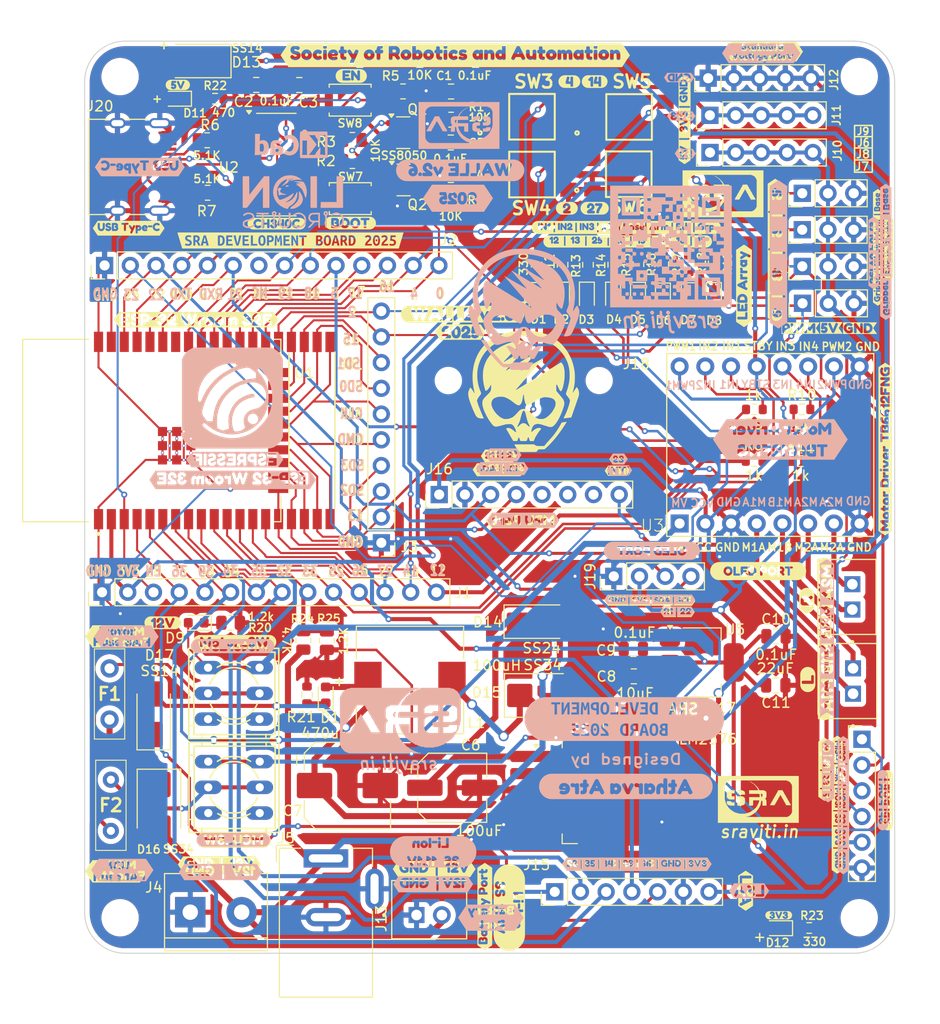
<source format=kicad_pcb>
(kicad_pcb (version 20240108) (generator "pcbnew") (generator_version "8.0")
  (layers (0 "F.Cu" signal) (31 "B.Cu" signal) (34 "B.Paste" user) (35 "F.Paste" user) (36 "B.SilkS" user "B.Silkscreen") (37 "F.SilkS" user "F.Silkscreen") (38 "B.Mask" user) (39 "F.Mask" user) (44 "Edge.Cuts" user))
  (net 0 "")
  (net 1 "GND")
  (net 2 "/EN")
  (net 3 "/3V3")
  (net 4 "Net-(U2-V3)")
  (net 5 "/0")
  (net 6 "Net-(D14-K)")
  (net 7 "/5V")
  (net 8 "/5V_P")
  (net 9 "Net-(D1-K)")
  (net 10 "/12")
  (net 11 "/13")
  (net 12 "Net-(D2-K)")
  (net 13 "/25")
  (net 14 "Net-(D3-K)")
  (net 15 "Net-(D4-K)")
  (net 16 "/26")
  (net 17 "Net-(D5-K)")
  (net 18 "/15")
  (net 19 "/5")
  (net 20 "Net-(D6-K)")
  (net 21 "Net-(D7-K)")
  (net 22 "/18")
  (net 23 "Net-(D8-K)")
  (net 24 "/19")
  (net 25 "Net-(D9-K)")
  (net 26 "/12V")
  (net 27 "Net-(D10-K)")
  (net 28 "Net-(D11-K)")
  (net 29 "Net-(D12-K)")
  (net 30 "/VBUSC")
  (net 31 "Net-(D15-K)")
  (net 32 "Net-(D16-K)")
  (net 33 "Net-(D17-K)")
  (net 34 "Net-(F1-Pad2)")
  (net 35 "Net-(F2-Pad2)")
  (net 36 "/35")
  (net 37 "/14")
  (net 38 "/34")
  (net 39 "/32")
  (net 40 "/36")
  (net 41 "/39")
  (net 42 "/33")
  (net 43 "/27")
  (net 44 "/TXD")
  (net 45 "/22")
  (net 47 "/23")
  (net 48 "/RXD")
  (net 49 "/4")
  (net 50 "/17")
  (net 51 "/21")
  (net 52 "/16")
  (net 53 "/2")
  (net 57 "/M1B")
  (net 58 "/M1A")
  (net 59 "/M2B")
  (net 60 "/M2A")
  (net 62 "/DP1")
  (net 63 "/DN1")
  (net 64 "/CC2")
  (net 66 "/CC1")
  (net 67 "/CMD")
  (net 68 "/SD0")
  (net 69 "/CLK")
  (net 70 "/SD1")
  (net 71 "/SD2")
  (net 72 "/SD3")
  (net 73 "Net-(Q1-Pad1)")
  (net 74 "/~{RTS}")
  (net 75 "/~{DTR}")
  (net 76 "Net-(Q2-Pad1)")
  (net 77 "Net-(U3-AI1)")
  (net 78 "Net-(U3-AI2)")
  (net 79 "Net-(U3-BI1)")
  (net 80 "Net-(U3-BI2)")
  (net 81 "/12V_P")
  (footprint "kibuzzard-675FDAD6" (layer "F.Cu") (at 160.75 59)
    (property "Reference" "kibuzzard-675FDAD6" (hide yes))
    (property "Value" "G***" (hide yes))
  )
  (footprint "Connector_PinHeader_2.54mm:PinHeader_1x04_P2.54mm_Vertical" (layer "F.Cu") (at 162.64 107.82 90)
    (property "Reference" "J19")
    (property "Value" "Conn_01x04_Female")
  )
  (footprint "kibuzzard-66CD901B" (layer "F.Cu") (at 189.78 75.44 90)
    (property "Reference" "kibuzzard-66CD901B" (hide yes))
    (property "Value" "G***" (hide yes))
  )
  (footprint "kibuzzard-675FF2F7" (layer "F.Cu") (at 149.9 140.4 90)
    (property "Reference" "kibuzzard-675FF2F7" (hide yes))
    (property "Value" "G***" (hide yes))
  )
  (footprint "kibuzzard-668D4F46" (layer "F.Cu") (at 163.09 96.25)
    (property "Reference" "kibuzzard-668D4F46" (hide yes))
    (property "Value" "G***" (hide yes))
  )
  (footprint "Resistor_SMD:R_0805_2012Metric" (layer "F.Cu") (at 141.8275 59.97)
    (property "Reference" "R5")
    (property "Value" "10K")
  )
  (footprint "kibuzzard-66D0BB59" (layer "F.Cu") (at 168.94 111.34)
    (property "Reference" "kibuzzard-66D0BB59" (hide yes))
    (property "Value" "G***" (hide yes))
  )
  (footprint "kibuzzard-675FDACE" (layer "F.Cu") (at 158.25 59)
    (property "Reference" "kibuzzard-675FDACE" (hide yes))
    (property "Value" "G***" (hide yes))
  )
  (footprint "Resistor_SMD:R_0805_2012Metric" (layer "F.Cu") (at 136.82 64.76)
    (property "Reference" "R3")
    (property "Value" "10K")
  )
  (footprint "kibuzzard-6774F4AA" (layer "F.Cu") (at 181.7 110.2 90)
    (property "Reference" "kibuzzard-6774F4AA" (hide yes))
    (property "Value" "G***" (hide yes))
  )
  (footprint "Resistor_SMD:R_0805_2012Metric" (layer "F.Cu") (at 134.3 114.1625 90)
    (property "Reference" "R25")
    (property "Value" "1.2K")
  )
  (footprint "LED_SMD:LED_0603_1608Metric" (layer "F.Cu") (at 162.57 80.275 -90)
    (property "Reference" "D4")
    (property "Value" "LED" (hide yes))
  )
  (footprint "Resistor_SMD:R_0805_2012Metric" (layer "F.Cu") (at 146.5375 70.65)
    (property "Reference" "R4")
    (property "Value" "10K")
  )
  (footprint "Capacitor_SMD:C_0805_2012Metric" (layer "F.Cu") (at 146.54 65.01 180)
    (property "Reference" "C5")
    (property "Value" "0.1uF")
  )
  (footprint "Connector_PinHeader_2.54mm:PinHeader_1x05_P2.54mm_Vertical" (layer "F.Cu") (at 172.13 62.33 90)
    (property "Reference" "J11")
    (property "Value" "Conn_01x05_Female" (hide yes))
  )
  (footprint "kibuzzard-675FEDA3" (layer "F.Cu") (at 123.67 136.25)
    (property "Reference" "kibuzzard-675FEDA3" (hide yes))
    (property "Value" "G***" (hide yes))
  )
  (footprint "Switches:spst_tactile_sw_2x02_smd" (layer "F.Cu") (at 164.12 68.14)
    (property "Reference" "SW6")
    (property "Value" "SW_Push_Dual" (hide yes))
  )
  (footprint "PTC Fuse:3A RUEF160" (layer "F.Cu") (at 112.84 121.955 90)
    (property "Reference" "F1")
    (property "Value" "3A" (hide yes))
  )
  (footprint "" (layer "F.Cu") (at 132.08 102.17)
    (property "Reference" "")
    (property "Value" "")
  )
  (footprint "Resistor_SMD:R_0603_1608Metric" (layer "F.Cu") (at 176.5 96.44)
    (property "Reference" "R8")
    (property "Value" "1k")
  )
  (footprint "Resistor_SMD:R_0603_1608Metric" (layer "F.Cu") (at 181.94 142.5175)
    (property "Reference" "R23")
    (property "Value" "330")
  )
  (footprint "kibuzzard-66CF86D1" (layer "F.Cu") (at 125.2 114.3)
    (property "Reference" "kibuzzard-66CF86D1" (hide yes))
    (property "Value" "G***" (hide yes))
  )
  (footprint "kibuzzard-67A02922" (layer "F.Cu") (at 119.58 59.33)
    (property "Reference" "kibuzzard-67A02922" (hide yes))
    (property "Value" "G***" (hide yes))
  )
  (footprint "kibuzzard-658F2C13" (layer "F.Cu") (at 162.99 97.4)
    (property "Reference" "kibuzzard-658F2C13" (hide yes))
    (property "Value" "G***" (hide yes))
  )
  (footprint "kibuzzard-66CF86E5" (layer "F.Cu") (at 125.14 133.9)
    (property "Reference" "kibuzzard-66CF86E5" (hide yes))
    (property "Value" "G***" (hide yes))
  )
  (footprint "kibuzzard-66CD90B0" (layer "F.Cu") (at 177.46 56.04)
    (property "Reference" "kibuzzard-66CD90B0" (hide yes))
    (property "Value" "G***" (hide yes))
  )
  (footprint "kibuzzard-66920939" (layer "F.Cu") (at 181.09 83.33)
    (property "Reference" "kibuzzard-66920939" (hide yes))
    (property "Value" "G***" (hide yes))
  )
  (footprint "kibuzzard-66D06403" (layer "F.Cu") (at 121.4 82.49)
    (property "Reference" "kibuzzard-66D06403" (hide yes))
    (property "Value" "G***" (hide yes))
  )
  (footprint "LED_SMD:LED_0603_1608Metric" (layer "F.Cu") (at 165.03 80.2925 -90)
    (property "Reference" "D5")
    (property "Value" "LED")
  )
  (footprint "Diode_SMD:D_SMA" (layer "F.Cu") (at 155.31 112.29)
    (property "Reference" "D14")
    (property "Value" "SS24")
  )
  (footprint "" (layer "F.Cu") (at 132.07 84.69)
    (property "Reference" "")
    (property "Value" "")
  )
  (footprint "Resistor_SMD:R_0805_2012Metric" (layer "F.Cu") (at 124.8 112.4)
    (property "Reference" "R20")
    (property "Value" "1.2k")
  )
  (footprint "kibuzzard-66CDD771" (layer "F.Cu") (at 175.5 79.155 90)
    (property "Reference" "kibuzzard-66CDD771" (hide yes))
    (property "Value" "G***" (hide yes))
  )
  (footprint "Resistor_SMD:R_0603_1608Metric" (layer "F.Cu") (at 132.34 119.5225 90)
    (property "Reference" "R21")
    (property "Value" "470")
  )
  (footprint "Capacitor_SMD:C_0805_2012Metric" (layer "F.Cu") (at 146.57 59.98)
    (property "Reference" "C1")
    (property "Value" "0.1uF")
  )
  (footprint "Diode_SMD:D_SMB" (layer "F.Cu") (at 155.5025 119.5725)
    (property "Reference" "D15")
    (property "Value" "SS34")
  )
  (footprint "Package_TO_SOT_SMD:TO-263-5_TabPin3" (layer "F.Cu") (at 162.365 128.99)
    (property "Reference" "U4")
    (property "Value" "LM2576")
  )
  (footprint "LED_SMD:LED_0603_1608Metric" (layer "F.Cu") (at 178.81 142.54 180)
    (property "Reference" "D12")
    (property "Value" "+")
  )
  (footprint "Connector_BarrelJack:BarrelJack_Wuerth_6941xx301002" (layer "F.Cu") (at 134.21 135.65)
    (property "Reference" "J5")
    (property "Value" "DCJ200-10-A-XX-X_REVA")
  )
  (footprint "kibuzzard-675FDD5C" (layer "F.Cu") (at 169.63 62.75 90)
    (property "Reference" "kibuzzard-675FDD5C" (hide yes))
    (property "Value" "G***" (hide yes))
  )
  (footprint "LED_SMD:LED_0603_1608Metric" (layer "F.Cu") (at 121.4 112.4 180)
    (property "Reference" "D9")
    (property "Value" "LED" (hide yes))
  )
  (footprint "kibuzzard-675FF2FE" (layer "F.Cu") (at 152.32 140.5 -90)
    (property "Reference" "kibuzzard-675FF2FE" (hide yes))
    (property "Value" "G***" (hide yes))
  )
  (footprint "Resistor_SMD:R_0805_2012Metric" (layer "F.Cu") (at 146.57 62.76)
    (property "Reference" "R1")
    (property "Value" "10K")
  )
  (footprint "LED_SMD:LED_0603_1608Metric" (layer "F.Cu") (at 119.44 60.69 180)
    (property "Reference" "D11")
    (property "Value" "LED")
  )
  (footprint "kibuzzard-66923428" (layer "F.Cu") (at 189.43 95.26 90)
    (property "Reference" "kibuzzard-66923428" (hide yes))
    (property "Value" "G***" (hide yes))
  )
  (footprint "MountingHole:MountingHole_3.2mm_M3" (layer "F.Cu") (at 186.88 58.51)
    (property "Reference" "H4" (hide yes))
    (property "Value" "MountingHole" (hide yes))
  )
  (footprint "MountingHole:MountingHole_3.2mm_M3" (layer "F.Cu") (at 113.88 58.51)
    (property "Reference" "H1" (hide yes))
    (property "Value" "MountingHole")
  )
  (footprint "kibuzzard-675FE5B2" (layer "F.Cu") (at 151.28 97.3)
    (property "Reference" "kibuzzard-675FE5B2" (hide yes))
    (property "Value" "G***" (hide yes))
  )
  (footprint "Resistor_SMD:R_0603_1608Metric" (layer "F.Cu") (at 165.08 77.02 90)
    (property "Reference" "R16")
    (property "Value" "330")
  )
  (footprint "kibuzzard-675FE5A8" (layer "F.Cu") (at 151.3 95.95)
    (property "Reference" "kibuzzard-675FE5A8" (hide yes))
    (property "Value" "G***" (hide yes))
  )
  (footprint "JST Connector:2 Pin JST Connector" (layer "F.Cu") (at 185.675 109.85 90)
    (property "Reference" "J18")
    (property "Value" "B2B-XH-A_LF__SN_")
  )
  (footprint "Connector_PinHeader_2.54mm:PinHeader_1x14_P2.54mm_Vertical" (layer "F.Cu") (at 112.1 109.39 90)
    (property "Reference" "J1")
    (property "Value" "Conn_01x14")
  )
  (footprint "kibuzzard-668D5592" (layer "F.Cu") (at 164.01 74.775)
    (property "Reference" "kibuzzard-668D5592" (hide yes))
    (property "Value" "G***" (hide yes))
  )
  (footprint "Capacitor_SMD:C_0805_2012Metric" (layer "F.Cu") (at 131.58 59.34 180)
    (property "Reference" "C3")
    (property "Value" "0.1uF")
  )
  (footprint "" (layer "F.Cu") (at 133.35 102.17)
    (property "Reference" "")
    (property "Value" "")
  )
  (footprint "" (layer "F.Cu") (at 130.81 102.17)
    (property "Reference" "")
    (property "Value" "")
  )
  (footprint "kibuzzard-668D4F81" (layer "F.Cu") (at 153.59 102.33)
    (property "Reference" "kibuzzard-668D4F81" (hide yes))
    (property "Value" "G***" (hide yes))
  )
  (footprint "" (layer "F.Cu") (at 129.54 102.17)
    (property "Reference" "")
    (property "Value" "")
  )
  (footprint "Capacitor_SMD:C_0805_2012Metric" (layer "F.Cu") (at 178.64 118.57)
    (property "Reference" "C11")
    (property "Value" "22uF")
  )
  (footprint "Capacitor_SMD:C_0805_2012Metric" (layer "F.Cu") (at 127.33 59.33 180)
    (property "Reference" "C2")
    (property "Value" "0.1uF")
  )
  (footprint "Package_SO:SOIC-16_3.9x9.9mm_P1.27mm" (layer "F.Cu") (at 129.315 67.195)
    (property "Reference" "U2")
    (property "Value" "CH340C")
  )
  (footprint "Resistor_SMD:R_0603_1608Metric" (layer "F.Cu") (at 170.05 76.985 90)
    (property "Reference" "R18")
    (property "Value" "330" (hide yes))
  )
  (footprint "Capacitor_SMD:C_0805_2012Metric" (layer "F.Cu") (at 164.57 114.99 180)
    (property "Reference" "C9")
    (property "Value" "0.1uF")
  )
  (footprint "" (layer "F.Cu") (at 129.53 84.69)
    (property "Reference" "")
    (property "Value" "")
  )
  (footprint "kibuzzard-67602BF7" (layer "F.Cu") (at 147.49 83.72)
    (property "Reference" "kibuzzard-67602BF7" (hide yes))
    (property "Value" "G***" (hide yes))
  )
  (footprint "kibuzzard-675FDE17" (layer "F.Cu") (at 178.58 75.7 -90)
    (property "Reference" "kibuzzard-675FDE17" (hide yes))
    (property "Value" "G***" (hide yes))
  )
  (footprint "Connector_PinHeader_2.54mm:PinHeader_1x03_P2.54mm_Vertical" (layer "F.Cu") (at 181.26 77.23 90)
    (property "Reference" "J8")
    (property "Value" "Conn_01x03_Male")
  )
  (footprint "kibuzzard-66920921" (layer "F.Cu") (at 186.96 83.33)
    (property "Reference" "kibuzzard-66920921" (hide yes))
    (property "Value" "G***" (hide yes))
  )
  (footprint "kibuzzard-66CDD792" (layer "F.Cu") (at 184.71 130.35 -90)
    (property "Reference" "kibuzzard-66CDD792" (hide yes))
    (property "Value" "G***" (hide yes))
  )
  (footprint "Connector_PinHeader_2.54mm:PinHeader_1x07_P2.54mm_Vertical" (layer "F.Cu") (at 156.805 138.95 90)
    (property "Reference" "J15")
    (property "Value" "Conn_01x07_JST")
  )
  (footprint "LED_SMD:LED_0603_1608Metric" (layer "F.Cu") (at 157.53 80.28 -90)
    (property "Reference" "D2")
    (property "Value" "LED")
  )
  (footprint "kibuzzard-66D06F4C" (layer "F.Cu") (at 136.62 72.96)
    (property "Reference" "kibuzzard-66D06F4C" (hide yes))
    (property "Value" "G***" (hide yes))
  )
  (footprint "Package_TO_SOT_SMD:SOT-23" (layer "F.Cu") (at 141.88 68.7075)
    (property "Reference" "Q2")
    (property "Value" "SS8050" (hide yes))
  )
  (footprint "Resistor_SMD:R_0805_2012Metric" (layer "F.Cu") (at 122.52 69.97)
    (property "Reference" "R7")
    (property "Value" "5.1K")
  )
  (footprint "kibuzzard-675FDA6A" (layer "F.Cu") (at 146.98 56.4)
    (property "Reference" "kibuzzard-675FDA6A" (hide yes))
    (property "Value" "G***" (hide yes))
  )
  (footprint "kibuzzard-66CD8CDE" (layer "F.Cu") (at 188.72 75.36 90)
    (property "Reference" "kibuzzard-66CD8CDE" (hide yes))
    (property "Value" "G***" (hide yes))
  )
  (footprint "kibuzzard-668FE423" (layer "F.Cu") (at 114.73 73.47)
    (property "Reference" "kibuzzard-668FE423" (hide yes))
    (property "Value" "G***" (hide yes))
  )
  (footprint "kibuzzard-66CF838C" (layer "F.Cu") (at 113.49 136.93)
    (property "Reference" "kibuzzard-66CF838C" (hide yes))
    (property "Value" "G***" (hide yes))
  )
  (footprint "JST Connector:2 Pin JST Connector" (layer "F.Cu") (at 144.41 140.715)
    (property "Reference" "J13")
    (property "Value" "B2B-XH-A_LF__SN_")
  )
  (footprint "Connector_PinHeader_2.54mm:PinHeader_1x14_P2.54mm_Vertical" (layer "F.Cu") (at 112.35 77.14 90)
    (property "Reference" "J2")
    (property "Value" "Conn_01x14")
  )
  (footprint "kibuzzard-67704C04" (layer "F.Cu") (at 144.9 136.7)
    (property "Reference" "kibuzzard-67704C04" (hide yes))
    (property "Value" "G***" (hide yes))
  )
  (footprint "" (layer "F.Cu") (at 134.62 102.17)
    (property "Reference" "")
    (property "Value" "")
  )
  (footprint "Capacitor_SMD:C_0805_2012Metric" (layer "F.Cu") (at 178.66 113.74)
    (property "Reference" "C10")
    (property "Value" "0.1uF")
  )
  (footprint "Connector_PinHeader_2.54mm:PinHeader_1x05_P2.54mm_Vertical" (layer "F.Cu") (at 171.96 58.67 90)
    (property "Reference" "J12")
    (property "Value" "Conn_01x05_Female")
  )
  (footprint "MountingHole:MountingHole_3.2mm_M3" (layer "F.Cu") (at 186.88 141.51)
    (property "Reference" "H3" (hide yes))
    (property "Value" "MountingHole")
  )
  (footprint "Resistor_SMD:R_0805_2012Metric" (layer "F.Cu") (at 131.98 114.14 90)
    (property "Reference" "R24")
    (property "Value" "4.7K")
  )
  (footprint "kibuzzard-67BF911E" (layer "F.Cu") (at 166.21 110.24)
    (property "Reference" "kibuzzard-67BF911E" (hide yes))
    (property "Value" "G***" (hide yes))
  )
  (footprint "MountingHole:MountingHole_3.2mm_M3" (layer "F.Cu") (at 113.88 141.51)
    (property "Reference" "H2" (hide yes))
    (property "Value" "MountingHole")
  )
  (footprint "" (layer "F.Cu") (at 134.61 84.69)
    (property "Reference" "")
    (property "Value" "")
  )
  (footprint "kibuzzard-658F2C3C" (layer "F.Cu") (at 175.66 138.84 -90)
    (property "Reference" "kibuzzard-658F2C3C" (hide yes))
    (property "Value" "G***" (hide yes))
  )
  (footprint "" (layer "F.Cu") (at 130.8 84.69)
    (property "Reference" "")
    (property "Value" "")
  )
  (footprint "kibuzzard-6774F4AE" (layer "F.Cu") (at 181.8 118 90)
    (property "Reference" "kibuzzard-6774F4AE" (hide yes))
    (property "Value" "G***" (hide yes))
  )
  (footprint "Button_Switch_SMD:SW_Push_SPST_NO_Alps_SKRK" (layer "F.Cu") (at 136.6 60.83)
    (property "Reference" "SW8")
    (property "Value" "SW_Push")
  )
  (footprint "Diode_SMD:D_SMA" (layer "F.Cu") (at 121.3275 56.97 180)
    (property "Reference" "D13")
    (property "Value" "SS14")
  )
  (footprint "kibuzzard-675FDAEB" (layer "F.Cu") (at 158 71.5)
    (property "Reference" "kibuzzard-675FDAEB" (hide yes))
    (property "Value" "G***" (hide yes))
  )
  (footprint "Resistor_SMD:R_0805_2012Metric" (layer "F.Cu") (at 122.48 64.79)
    (property "Reference" "R6")
    (property "Value" "5.1K")
  )
  (footprint "kibuzzard-66CDD7A1" (layer "F.Cu") (at 183.44 126.85 -90)
    (property "Reference" "kibuzzard-66CDD7A1" (hide yes))
    (property "Value" "G***" (hide yes))
  )
  (footprint "Switches:dpdt_sw_2x03_tht" (layer "F.Cu") (at 125.13 128.64 90)
    (property "Reference" "SW2" (hide yes))
    (property "Value" "SW_Push_DPDT")
  )
  (footprint "Connector_PinHeader_2.54mm:PinHeader_1x05_P2.54mm_Vertical" (layer "F.Cu") (at 172.14 66 90)
    (property "Reference" "J10")
    (property "Value" "Conn_01x05_Female")
  )
  (footprint "Connector_PinHeader_2.54mm:PinHeader_1x03_P2.54mm_Vertical" (layer "F.Cu") (at 181.255 70.02 90)
    (property "Reference" "J9")
    (property "Value" "Conn_01x03_Male")
  )
  (footprint "LED_SMD:LED_0603_1608Metric" (layer "F.Cu") (at 155.02 80.315 -90)
    (property "Reference" "D1")
    (property "Value" "LED")
  )
  (footprint "logos:sra_logo_small_neg" (layer "F.Cu") (at 176.91 129.83)
    (property "Reference" "G***" (hide yes))
    (property "Value" "LOGO" (hide yes))
  )
  (footprint "LED_SMD:LED_0603_1608Metric" (layer "F.Cu") (at 167.49 80.3625 -90)
    (property "Reference" "D6")
    (property "Value" "LED")
  )
  (footprint "Switches:spst_tactile_sw_2x02_smd" (layer "F.Cu") (at 154.56 68.17)
    (property "Reference" "SW4")
    (property "Value" "SW_Push_Dual" (hide yes))
  )
  (footprint "Connector_PinHeader_2.54mm:PinHeader_1x10_P2.54mm_Vertical" (layer "F.Cu") (at 139.68 104.51 180)
    (property "Reference" "J3")
    (property "Value" "Conn_01x10")
  )
  (footprint "kibuzzard-675FF648" (layer "F.Cu") (at 147.7 81.95)
    (property "Reference" "kibuzzard-675FF648" (hide yes))
    (property "Value" "G***" (hide yes))
  )
  (footprint "Resistor_SMD:R_0603_1608Metric" (layer "F.Cu") (at 123.26 60.69)
    (property "Reference" "R22")
    (property "Value" "470")
  )
  (footprint "kibuzzard-6774F3BB" (layer "F.Cu") (at 118.1 112.4)
    (property "Reference" "kibuzzard-6774F3BB" (hide yes))
    (property "Value" "G***" (hide yes))
  )
  (footprint "Switches:spst_tactile_sw_2x02_smd" (layer "F.Cu") (at 164.15 62.49)
    (property "Reference" "SW5")
    (property "Value" "SW_Push_Dual" (hide yes))
  )
  (footprint "" (layer "F.Cu") (at 133.34 84.69)
    (property "Reference" "")
    (property "Value" "")
  )
  (footprint "kibuzzard-675FD791" (layer "F.Cu") (at 129.34 73.02)
    (property "Reference" "kibuzzard-675FD791" (hide yes))
    (property "Value" "G***" (hide yes))
  )
  (footprint "kibuzzard-6692092C" (layer "F.Cu") (at 184.13 83.31)
    (property "Reference" "kibuzzard-6692092C" (hide yes))
    (property "Value" "G***" (hide yes))
  )
  (footprint "kibuzzard-66D58886" (layer "F.Cu") (at 178.93 141.26)
    (property "Reference" "kibuzzard-66D58886" (hide yes))
    (property "Value" "G***" (hide yes))
  )
  (footprint "Diode_SMD:D_SMA" (layer "F.Cu") (at 117.2 121.43 90)
    (property "Reference" "D17")
    (property "Value" "SS14")
  )
  (footprint "Connector_PinHeader_2.54mm:PinHeader_1x03_P2.54mm_Vertical" (layer "F.Cu") (at 181.28 80.88 90)
    (property "Reference" "J7")
    (property "Value" "Conn_01x03_Male")
  )
  (footprint "LED_SMD:LED_0603_1608Metric" (layer "F.Cu") (at 159.98 80.275 -90)
    (property "Reference" "D3")
    (property "Value" "LED")
  )
  (footprint "Connector_USB:USB_C_Receptacle_HRO_TYPE-C-31-M-12" (layer "F.Cu") (at 114.67 67.42 -90)
    (property "Reference" "J20")
    (property "Value" "TYPE-C-31-M-12")
  )
  (footprint "Connector_PinHeader_2.54mm:PinHeader_1x06_P2.54mm_Vertical" (layer "F.Cu") (at 187.15 123.9)
    (property "Reference" "J14" (hide yes))
    (property "Value" "Conn_01x06_Female")
  )
  (footprint "Resistor_SMD:R_0603_1608Metric" (layer "F.Cu") (at 155.02 77.06 90)
    (property "Reference" "R12")
    (property "Value" "330")
  )
  (footprint "LED_SMD:LED_0603_1608Metric" (layer "F.Cu") (at 172.53 80.3225 -90)
    (property "Reference" "D8")
    (property "Value" "LED")
  )
  (footprint "Capacitor_SMD:C_0805_2012Metric" (layer "F.Cu") (at 164.62 117.6875 180)
    (property "Reference" "C8")
    (property "Value" "10uF")
  )
  (footprint "Inductor_SMD:L_10.4x10.4_H4.8" (layer "F.Cu") (at 142.51 118.05 180)
    (property "Reference" "L1")
    (property "Value" "100uH")
  )
  (footprint "Button_Switch_SMD:SW_Push_SPST_NO_Alps_SKRK" (layer "F.Cu") (at 136.61 70.55 180)
    (property "Reference" "SW7")
    (property "Value" "SW_Push")
  )
  (footprint "Switches:spst_tactile_sw_2x02_smd" (layer "F.Cu") (at 154.56 62.47)
    (property "Reference" "SW3")
    (property "Value" "SW_Push_Dual" (hide yes))
  )
  (footprint "kibuzzard-66CDD7D8" (layer "F.Cu") (at 189.69 129.91 90)
    (property "Reference" "kibuzzard-66CDD7D8" (hide yes))
    (property "Value" "G***" (hide yes))
  )
  (footprint "logos:sra_logo_small_neg" (layer "F.Cu") (at 173.42 70.07)
    (property "Reference" "G***" (hide yes))
    (property "Value" "LOGO" (hide yes))
  )
  (footprint "Resistor_SMD:R_0805_2012Metric" (layer "F.Cu") (at 136.82 66.84)
    (property "Reference" "R2")
    (property "Value" "10K")
  )
  (footprint "ESP-32:ESP32-WROOM-32E__4MB_HIGH_TEMP_" (layer "F.Cu") (at 117.01 93.43 90)
    (property "Reference" "U1")
    (property "Value" "ESP32-WROOM-32E")
  )
  (footprint "JST Connector:2 Pin JST Connector" (layer "F.Cu") (at 185.745 118.15 90)
    (property "Reference" "J17" (hide yes))
    (property "Value" "B2B-XH-A_LF__SN_")
  )
  (footprint "Capacitor_SMD:CP_Elec_6.3x7.7" (layer "F.Cu") (at 146.68 128.68)
    (property "Reference" "C6")
    (property "Value" "100uF")
  )
  (footprint "Diode_SMD:D_SMB" (layer "F.Cu") (at 117.72 130.51 -90)
    (property "Reference" "D16")
    (property "Value" "SS34")
  )
  (footprint "Connector_PinHeader_2.54mm:PinHeader_1x03_P2.54mm_Vertical" (layer "F.Cu") (at 181.25 73.62 90)
    (property "Reference" "J6")
    (property "Value" "Conn_01x03_Male")
  )
  (footprint "Resistor_SMD:R_0603_1608Metric" (layer "F.Cu") (at 160.09 77.075 90)
    (property "Reference" "R14")
    (property "Value" "330")
  )
  (footprint "logos:sra_skull_big" (layer "F.Cu") (at 153.8 89.6)
    (property "Reference" "G***" (hide yes))
    (property "Value" "LOGO" (hide yes))
  )
  (footprint "Resistor_SMD:R_0603_1608Metric" (layer "F.Cu") (at 167.53 77.025 90)
    (property "Reference" "R17")
    (property "Value" "330")
  )
  (footprint "Resistor_SMD:R_0603_1608Metric" (layer "F.Cu") (at 157.58 77.075 90)
    (property "Reference" "R13")
    (property "Value" "330")
  )
  (footprint "Switches:dpdt_sw_2x03_tht" (layer "F.Cu") (at 125.11 119.37 90)
    (property "Reference" "SW1" (hide yes))
    (property "Value" "SW_Push_DPDT")
  )
  (footprint "Resistor_SMD:R_0603_1608Metric" (layer "F.Cu") (at 181.225 91.34)
    (property "Reference" "R10")
    (property "Value" "1k")
  )
  (footprint "Capacitor_SMD:CP_Elec_8x10" (layer "F.Cu") (at 136.3325 128.46)
    (property "Reference" "C7")
    (property "Value" "470uF")
  )
  (footprint "kibuzzard-668FF9B2" (layer "F.Cu") (at 176.9 107.3)
    (property "Reference" "kibuzzard-668FF9B2" (hide yes))
    (property "Value" "G***" (hide yes))
  )
  (footprint "TerminalBlock:TerminalBlock_bornier-2_P5.08mm" (layer "F.Cu") (at 120.81 140.96)
    (property "Reference" "J4")
    (property "Value" "Screw_Terminal_01x02")
  )
  (footprint "kibuzzard-675FF567" (layer "F.Cu") (at 130.71 74.68)
    (property "Reference" "kibuzzard-675FF567" (hide yes))
    (property "Value" "G***" (hide yes))
  )
  (footprint "kibuzzard-675FF39E" (layer "F.Cu") (at 164.88 136.24)
    (property "Reference" "kibuzzard-675FF39E" (hide yes))
    (property "Value" "G***" (hide yes))
  )
  (footprint "Resistor_SMD:R_0603_1608Metric" (layer "F.Cu") (at 172.5 76.95 90)
    (property "Reference" "R19")
    (property "Value" "330")
  )
  (footprint "kibuzzard-66CDCB66" (layer "F.Cu") (at 163.87 73.395)
    (property "Reference" "kibuzzard-66CDCB66" (hide yes))
    (property "Value" "G***" (hide yes))
  )
  (footprint "kibuzzard-66CF83B9" (layer "F.Cu") (at 113.61 113.75)
    (property "Reference" "kibuzzard-66CF83B9" (hide yes))
    (property "Value" "G***" (hide yes))
  )
  (footprint "Connector_PinHeader_2.54mm:PinHeader_1x08_P2.54mm_Vertical" (layer "F.Cu") (at 145.395 99.75 90)
    (property "Reference" "J16")
    (property "Value" "Conn_01x08_Female")
  )
  (footprint "MountingHole:MountingHole_2.2mm_M2" (layer "F.Cu") (at 161.2 88.5)
    (property "Reference" "REF**" (hide yes))
    (property "Value" "MountingHole_2.2mm_M2")
  )
  (footprint "LED_SMD:LED_0603_1608Metric" (layer "F.Cu") (at 134.19 119.5225 90)
    (property "Reference" "D10")
    (property "Value" "LED")
  )
  (footprint "PTC Fuse:3A RUEF160" (layer "F.Cu") (at 112.97 132.935 90)
    (property "Reference" "F2")
    (property "Value" "1A" (hide yes))
  )
  (footprint "MountingHole:MountingHole_2.2mm_M2" (layer "F.Cu") (at 146.3 88.5)
    (property "Reference" "REF**" (hide yes))
    (property "Value" "MountingHole_2.2mm_M2")
  )
  (footprint "kibuzzard-6774F51E" (layer "F.Cu") (at 183.44 114 90)
    (property "Reference" "kibuzzard-6774F51E" (hide yes))
    (property "Value" "G***" (hide yes))
  )
  (footprint "kibuzzard-66D06F54" (layer "F.Cu") (at 136.71 58.45)
    (property "Reference" "kibuzzard-66D06F54" (hide yes))
    (property "Value" "G***" (hide yes))
  )
  (footprint "Package_TO_SOT_SMD:SOT-23" (layer "F.Cu") (at 141.84 64.04)
    (property "Reference" "Q1")
    (property "Value" "SS8050")
  )
  (footprint "Resistor_SMD:R_0603_1608Metric" (layer "F.Cu") (at 162.59 77.065 90)
    (property "Reference" "R15")
    (property "Value" "330")
  )
  (footprint "Capacitor_SMD:C_0805_2012Metric" (layer "F.Cu") (at 146.55 68.22)
    (property "Reference" "C4")
    (property "Value" "0.1uF")
  )
  (footprint "Motor Drivers:TB6612FNG" (layer "F.Cu") (at 175.49 94.984 90)
    (property "Reference" "U3")
    (property "Value" "TB6612FNG H-bridge Motor Driver")
  )
  (footprint "Resistor_SMD:R_0603_1608Metric" (layer "F.Cu") (at 181.105 96.45)
    (property "Reference" "R11")
    (property "Value" "1k")
  )
  (footprint "Resistor_SMD:R_0603_1608Metric" (layer "F.Cu") (at 176.525 91.35)
    (property "Reference" "R9")
    (property "Value" "1k")
  )
  (footprint "LED_SMD:LED_0603_1608Metric" (layer "F.Cu") (at 170.04 80.3325 -90)
    (property "Reference" "D7")
    (property "Value" "LED")
  )
  (footprint "kibuzzard-675FDAE3" (layer "F.Cu") (at 160.75 71.5)
    (property "Reference" "kibuzzard-675FDAE3" (hide yes))
    (property "Value" "G***" (hide yes))
  )
  (footprint "Package_TO_SOT_SMD:SOT-223-3_TabPin2" (layer "F.Cu") (at 171.33 116.3175)
    (property "Reference" "U5")
    (property "Value" "AMS1117")
  )
  (footprint "kibuzzard-67602CEF" (layer "B.Cu") (at 168.92 111.28 180)
    (property "Reference" "kibuzzard-67602CEF" (hide yes))
    (property "Value" "G***" (hide yes))
  )
  (footprint "kibuzzard-67704CDF" (layer "B.Cu") (at 169.3 62.4 180)
    (property "Reference" "kibuzzard-67704CDF" (hide yes))
    (property "Value" "G***" (hide yes))
  )
  (footprint "kibuzzard-67602E69" (layer "B.Cu") (at 151.630714 97.19 180)
    (property "Reference" "kibuzzard-67602E69" (hide yes))
    (property "Value" "G***" (hide yes))
  )
  (footprint "kibuzzard-658F2C13" (layer "B.Cu") (at 163.2 97.36 180)
    (property "Reference" "kibuzzard-658F2C13" (hide yes))
    (property "Value" "G***" (hide yes))
  )
  (footprint "logos:sra_board_github_qr_code" (layer "B.Cu") (at 168.285 75.275 180)
    (property "Reference" "G***" (hide yes))
    (property "Value" "LOGO" (hide yes))
  )
  (footprint "kibuzzard-669207B4" (layer "B.Cu") (at 147.47 67.76 180)
    (property "Reference" "kibuzzard-669207B4" (hide yes))
    (property "Value" "G***" (hide yes))
  )
  (footprint "kibuzzard-668D6178" (layer "B.Cu") (at 163.83 128.55 180)
    (property "Reference" "kibuzzard-668D6178" (hide yes))
    (property "Value" "G***" (hide yes))
  )
  (footprint "kibuzzard-67704D11" (layer "B.Cu") (at 188.3 75.9 90)
    (property "Reference" "kibuzzard-67704D11" (hide yes))
    (property "Value" "G***" (hide yes))
  )
  (footprint "kibuzzard-67602C35" (layer "B.Cu") (at 164.94 136.21 180)
    (property "Reference" "kibuzzard-67602C35" (hide yes))
    (property "Value" "G***" (hide yes))
  )
  (footprint "kibuzzard-668D4F46" (layer "B.Cu") (at 163.12 96.24 180)
    (property "Reference" "kibuzzard-668D4F46" (hide yes))
    (property "Value" "G***" (hide yes))
  )
  (footprint "kibuzzard-67704CCE" (layer "B.Cu") (at 169.1 58.6 180)
    (property "Reference" "kibuzzard-67704CCE" (hide yes))
    (property "Value" "G***" (hide yes))
  )
  (footprint "Logos:Lions_logo" (layer "B.Cu") (at 131.01 70.85 180)
    (property "Reference" "G***" (hide yes))
    (property "Value" "LOGO" (hide yes))
  )
  (footprint "kibuzzard-67602E60" (layer "B.Cu") (at 151.740714 95.84 180)
    (property "Reference" "kibuzzard-67602E60" (hide yes))
    (property "Value" "G***" (hide yes))
  )
  (footprint "kibuzzard-67BF910C" (layer "B.Cu") (at 166.19 110.1 180)
    (property "Reference" "kibuzzard-67BF910C" (hide yes))
    (property "Value" "G***" (hide yes))
  )
  (footprint "kibuzzard-66CDD7D8" (layer "B.Cu") (at 189.2 129.9 90)
    (property "Reference" "kibuzzard-66CDD7D8" (hide yes))
    (property "Value" "G***" (hide yes))
  )
  (footprint "kibuzzard-66CD90B0" (layer "B.Cu") (at 177.2 56.2 180)
    (property "Reference" "kibuzzard-66CD90B0" (hide yes))
    (property "Value" "G***" (hide yes))
  )
  (footprint "kibuzzard-66921043" (layer "B.Cu") (at 125.2 96.3 180)
    (property "Reference" "kibuzzard-66921043" (hide yes))
    (property "Value" "G***" (hide yes))
  )
  (footprint "kibuzzard-66CF838C" (layer "B.Cu") (at 114.1 136.8 180)
    (property "Reference" "kibuzzard-66CF838C" (hide yes))
    (property "Value" "G***" (hide yes))
  )
  (footprint "kibuzzard-658F2C3C" (layer "B.Cu") (at 176 138.84 180)
    (property "Reference" "kibuzzard-658F2C3C" (hide yes))
    (property "Value" "G***" (hide yes))
  )
  (footprint "kibuzzard-67602C07" (layer "B.Cu") (at 147.25 70.51 180)
    (property "Reference" "kibuzzard-67602C07" (hide yes))
    (property "Value" "G***" (hide yes))
  )
  (footprint "kibuzzard-67715A02" (layer "B.Cu") (at 163.68 121.9 180)
    (property "Reference" "kibuzzard-67715A02" (hide yes))
    (property "Value" "G***" (hide yes))
  )
  (footprint "kibuzzard-67602CD0" (layer "B.Cu") (at 123.8 137 180)
    (property "Reference" "kibuzzard-67602CD0" (hide yes))
    (property "Value" "G***" (hide yes))
  )
  (footprint "kibuzzard-66CDD7A1" (layer "B.Cu") (at 183.8 127 -90)
    (property "Reference" "kibuzzard-66CDD7A1" (hide yes))
    (property "Value" "G***" (hide yes))
  )
  (footprint "kibuzzard-67704D22" (layer "B.Cu") (at 189.5 75.8 90)
    (property "Reference" "kibuzzard-67704D22" (hide yes))
    (property "Value" "G***" (hide yes))
  )
  (footprint "kibuzzard-66CF86D1" (layer "B.Cu") (at 125 114.7 180)
    (property "Reference" "kibuzzard-66CF86D1" (hide yes))
    (property "Value" "G***" (hide yes))
  )
  (footprint "kibuzzard-668D4F81" (layer "B.Cu") (at 153.7 102.28 180)
    (property "Reference" "kibuzzard-668D4F81" (hide yes))
    (property "Value" "G***" (hide yes))
  )
  (footprint "kibuzzard-66CF83B9" (layer "B.Cu") (at 114.5 113.77 180)
    (property "Reference" "kibuzzard-66CF83B9" (hide yes))
    (property "Value" "G***" (hide yes))
  )
  (footprint "kibuzzard-67602EA4" (layer "B.Cu") (at 115.82 67.44 180)
    (property "Reference" "kibuzzard-67602EA4" (hide yes))
    (property "Value" "G***" (hide yes))
  )
  (footprint "Logos:kicad_logo" (layer "B.Cu") (at 130.8 65.1 180)
    (property "Reference" "G***" (hide yes))
    (property "Value" "LOGO" (hide yes))
  )
  (footprint "kibuzzard-66CF86E5" (layer "B.Cu") (at 125.07 133.82 180)
    (property "Reference" "kibuzzard-66CF86E5" (hide yes))
    (property "Value" "G***" (hide yes))
  )
  (footprint "kibuzzard-677158DD" (layer "B.Cu") (at 179.09 94.31 180)
    (property "Reference" "kibuzzard-677158DD" (hide yes))
    (property "Value" "G***" (hide yes))
  )
  (footprint "kibuzzard-67704D9C" (layer "B.Cu") (at 150.5 141.5 180)
    (property "Reference" "kibuzzard-67704D9C" (hide yes))
    (property "Value" "G***" (hide yes))
  )
  (footprint "kibuzzard-66CDD792" (layer "B.Cu") (at 185.3 130.4 -90)
    (property "Reference" "kibuzzard-66CDD792" (hide yes))
    (property "Value" "G***" (hide yes))
  )
  (footprint "logos:sra_skull_big" (layer "B.Cu") (at 153.7 81.5 180)
    (property "Reference" "G***" (hide yes))
    (property "Value" "LOGO" (hide yes))
  )
  (footprint "kibuzzard-67715A46" (layer "B.Cu") (at 178.9 76.05 -90)
    (property "Reference" "kibuzzard-67715A46" (hide yes))
    (property "Value" "G***" (hide yes))
  )
  (footprint "Logos:sra_logo_big" (layer "B.Cu") (at 141.57 122.05 180)
    (property "Reference" "G***" (hide yes))
    (property "Value" "LOGO" (hide yes))
  )
  (footprint "kibuzzard-675FF2FE" (layer "B.Cu") (at 144.8 135 180)
    (property "Reference" "kibuzzard-675FF2FE" (hide yes))
    (property "Value" "G***" (hide yes))
  )
  (footprint "kibuzzard-668FF9B2" (layer "B.Cu") (at 166.4 105.3 180)
    (property "Reference" "kibuzzard-668FF9B2" (hide yes))
    (property "Value" "G***" (hide yes))
  )
  (footprint "kibuzzard-67602C64" (layer "B.Cu") (at 183.7 113.9 -90)
    (property "Reference" "kibuzzard-67602C64" (hide yes))
    (property "Value" "G***" (hide yes))
  )
  (footprint "kibuzzard-67704CF4" (layer "B.Cu") (at 169.7 66.1 180)
    (property "Reference" "kibuzzard-67704CF4" (hide yes))
    (property "Value" "G***" (hide yes))
  )
  (footprint "kibuzzard-66914CE9" (layer "B.Cu") (at 125 98.3 180)
    (property "Reference" "kibuzzard-66914CE9" (hide yes))
    (property "Value" "G***" (hide yes))
  )
  (footprint "logos:sra_logo_small_neg" (layer "B.Cu") (at 147.36 63.33 180)
    (property "Reference" "G***" (hide yes))
    (property "Value" "LOGO" (hide yes))
  )
  (footprint "kibuzzard-67704BF1" (layer "B.Cu") (at 144.8 138.2 180)
    (property "Reference" "kibuzzard-67704BF1" (hide yes))
    (property "Value" "G***" (hide yes))
  )
  (footprint "logos:espressif_logo" (layer "B.Cu") (at 125 90.2 180)
    (property "Reference" "G***")
    (property "Value" "LOGO" (hide yes))
  )
  (gr_line (start 188.17 67.9) (end 188.17 63.33) (stroke (width 0.15)) (layer "F.SilkS"))
  (gr_line (start 186.42 67.94) (end 188.17 67.94) (stroke (width 0.15)) (layer "F.SilkS"))
  (gr_line (start 130.56 85.82) (end 130.56 99.52) (stroke (width 0.15)) (layer "F.SilkS"))
  (gr_line (start 188.165 63.33) (end 186.435 63.33) (stroke (width 0.15)) (layer "F.SilkS"))
  (gr_line (start 186.445 66.73) (end 188.11 66.73) (stroke (width 0.15)) (layer "F.SilkS"))
  (gr_line (start 186.49 64.43) (end 188.11 64.43) (stroke (width 0.15)) (layer "F.SilkS"))
  (gr_line (start 135.1 85.69) (end 135.1 101.09) (stroke (width 0.15)) (layer "F.SilkS"))
  (gr_line (start 186.42 63.34) (end 186.42 67.92) (stroke (width 0.15)) (layer "F.SilkS"))
  (gr_line (start 186.43 65.55) (end 188.14 65.55) (stroke (width 0.15)) (layer "F.SilkS"))
  (gr_arc (start 110.38 59.01) (mid 111.551573 56.181573) (end 114.38 55.01) (stroke (width 0.1)) (layer "Edge.Cuts"))
  (gr_arc (start 186.38 55.01) (mid 189.208427 56.181573) (end 190.38 59.01) (stroke (width 0.1)) (layer "Edge.Cuts"))
  (gr_line (start 114.38 145.01) (end 186.38 145.01) (stroke (width 0.1)) (layer "Edge.Cuts"))
  (gr_arc (start 190.38 141.01) (mid 189.208427 143.838427) (end 186.38 145.01) (stroke (width 0.1)) (layer "Edge.Cuts"))
  (gr_arc (start 114.38 145.01) (mid 111.551573 143.838427) (end 110.38 141.01) (stroke (width 0.1)) (layer "Edge.Cuts"))
  (gr_line (start 190.38 59.01) (end 190.38 141.01) (stroke (width 0.1)) (layer "Edge.Cuts"))
  (gr_line (start 114.38 55.01) (end 186.38 55.01) (stroke (width 0.1)) (layer "Edge.Cuts"))
  (gr_line (start 110.38 59.01) (end 110.38 141.01) (stroke (width 0.1)) (layer "Edge.Cuts"))
  (gr_text "35" (at 128.49 107.88 -0) (layer "B.SilkS") (effects (font (size 1 0.8) (thickness 0.2) (bold yes)) (justify left bottom mirror)))
  (gr_text "IN1" (at 175.1 88.9 -0) (layer "B.SilkS") (effects (font (size 0.8 0.8) (thickness 0.15) (bold yes)) (justify left mirror)))
  (gr_text "STBY" (at 178.2 88.9 -0) (layer "B.SilkS") (effects (font (size 0.8 0.8) (thickness 0.15) (bold yes)) (justify left mirror)))
  (gr_text "SD0\n" (at 138 89.67 -0) (layer "B.SilkS") (effects (font (size 1 0.8) (thickness 0.2) (bold yes)) (justify left bottom mirror)))
  (gr_text "M1A" (at 177.8 100.5 -0) (layer "B.SilkS") (effects (font (size 0.8 0.8) (thickness 0.15) (bold yes)) (justify left mirror)))
  (gr_text "33" (at 133.55 107.88 -0) (layer "B.SilkS") (effects (font (size 1 0.8) (thickness 0.2) (bold yes)) (justify left bottom mirror)))
  (gr_text "VCC" (at 172.6 100.6 0) (layer "B.SilkS") (effects (font (size 0.8 0.8) (thickness 0.15) (bold yes)) (justify left mirror)))
  (gr_text "Designed by" (at 169.48 126.46 0) (layer "B.SilkS") (effects (font (size 1 1.2) (thickness 0.2)) (justify left bottom mirror)))
  (gr_text "12" (at 146.13 107.79 -0) (layer "B.SilkS") (effects (font (size 1 0.8) (thickness 0.2) (bold yes)) (justify left bottom mirror)))
  (gr_text "34" (at 125.66 107.88 -0) (layer "B.SilkS") (effects (font (size 1 0.8) (thickness 0.2) (bold yes)) (justify left bottom mirror)))
  (gr_text "EN" (at 118.07 107.87 -0) (layer "B.SilkS") (effects (font (size 1 0.8) (thickness 0.2) (bold yes)) (justify left bottom mirror)))
  (gr_text "36" (at 120.63 107.94 -0) (layer "B.SilkS") (effects (font (size 1 0.8) (thickness 0.2) (bold yes)) (justify left bottom mirror)))
  (gr_text "SD3" (at 138.1 97.47 -0) (layer "B.SilkS") (effects (font (size 1 0.8) (thickness 0.2) (bold yes)) (justify left bottom mirror)))
  (gr_text "M1B" (at 180.4 100.5 -0) (layer "B.SilkS") (effects (font (size 0.8 0.8) (thickness 0.15) (bold yes)) (justify left mirror)))
  (gr_text "14" (at 143.43 107.89 -0) (layer "B.SilkS") (effects (font (size 1 0.8) (thickness 0.2) (bold yes)) (justify left bottom mirror)))
  (gr_text "IN4" (at 182.7 88.9 -0) (layer "B.SilkS") (effects (font (size 0.8 0.8) (thickness 0.15) (bold yes)) (justify left mirror)))
  (gr_text "0" (at 145.97 80.5 -0) (layer "B.SilkS") (effects (font (size 1 0.8) (thickness 0.2) (bold yes)) (justify left bottom mirror)))
  (gr_text "32" (at 131.03 107.87 -0) (layer "B.SilkS") (effects (font (size 1 0.8) (thickness 0.2) (bold yes)) (justify left bottom mirror)))
  (gr_text "SD1" (at 137.72 87.42 -0) (layer "B.SilkS") (effects (font (size 1 0.8) (thickness 0.2) (bold yes)) (justify left bottom mirror)))
  (gr_text "27" (at 140.97 107.88 -0) (layer "B.SilkS") (effects (font (size 1 0.8) (thickness 0.2) (bold yes)) (justify left bottom mirror)))
  (gr_text "TXD" (at 121.08 80.55 -0) (layer "B.SilkS") (effects (font (size 1 0.8) (thickness 0.2) (bold yes)) (justify left bottom mirror)))
  (gr_text "sravjti.in" (at 145.44 127 0) (layer "B.SilkS") (effects (font (size 1.2 1.2) (thickness 0.2) (bold yes) (italic yes)) (justify left bottom mirror)))
  (gr_text "23" (at 115.86 80.66 -0) (layer "B.SilkS") (effects (font (size 1 0.8) (thickness 0.2) (bold yes)) (justify left bottom mirror)))
  (gr_text "5" (at 135.56 80.5 -0) (layer "B.SilkS") (effects (font (size 1 0.8) (thickness 0.2) (bold yes)) (justify left bottom mirror)))
  (gr_text "25" (at 136.13 107.87 -0) (layer "B.SilkS") (effects (font (size 1 0.8) (thickness 0.2) (bold yes)) (justify left bottom mirror)))
  (gr_text "M2A" (at 182.9 100.5 -0) (layer "B.SilkS") (effects (font (size 0.8 0.8) (thickness 0.15) (bold yes)) (justify left mirror)))
  (gr_text "sravjti.in" (at 173.335 83.425 0) (layer "B.SilkS") (effects (font (size 1.5 1.5) (thickness 0.25) (italic yes)) (justify left bottom mirror)))
  (gr_text "VM" (at 170 100.6 0) (layer "B.SilkS") (effects (font (size 0.8 0.8) (thickness 0.15) (bold yes)) (justify left mirror)))
  (gr_text "21" (at 126.13 80.58 -0) (layer "B.SilkS") (effects (font (size 1 0.8) (thickness 0.2) (bold yes)) (justify left bottom mirror)))
  (gr_text "GND" (at 188.3 88.9 -0) (layer "B.SilkS") (effects (font (size 0.8 0.8) (thickness 0.15) (bold yes)) (justify left mirror)))
  (gr_text "M2A" (at 185.4 100.5 -0) (layer "B.SilkS") (effects (font (size 0.8 0.8) (thickness 0.15) (bold yes)) (justify left mirror)))
  (gr_text "22" (at 118.33 80.63 -0) (layer "B.SilkS") (effects (font (size 1 0.8) (thickness 0.2) (bold yes)) (justify left bottom mirror)))
  (gr_text "PWM1" (at 170.8 89 -0) (layer "B.SilkS") (effects (font (size 0.8 0.7) (thickness 0.15) (bold yes)) (justify left mirror)))
  (gr_text "NC" (at 128.59 80.47 -0) (layer "B.SilkS") (effects (font (size 1 0.8) (thickness 0.2) (bold yes)) (justify left bottom mirror)))
  (gr_text "GND" (at 137.91 105 -0) (layer "B.SilkS") (effects (font (size 1 0.8) (thickness 0.2) (bold yes)) (justify left bottom mirror)))
  (gr_text "PWM2" (at 185.8 88.9 -0) (layer "B.SilkS") (effects (font (size 0.8 0.7) (thickness 0.15) (bold yes)) (justify left mirror)))
  (gr_text "26" (at 138.42 107.85 -0) (layer "B.SilkS") (effects (font (size 1 0.8) (thickness 0.2) (bold yes)) (justify left bottom mirror)))
  (gr_text "13\n" (at 138 102.41 -0) (layer "B.SilkS") (effects (font (size 1 0.8) (thickness 0.2) (bold yes)) (justify left bottom mirror)))
  (gr_text "15\n" (at 137.56 85.02 -0) (layer "B.SilkS") (effects (font (size 1 0.8) (thickness 0.2) (bold yes)) (justify left bottom mirror)))
  (gr_text "18" (at 133.72 80.46 -0) (layer "B.SilkS") (effects (font (size 1 0.8) (thickness 0.2) (bold yes)) (justify left bottom mirror)))
  (gr_text "19" (at 131.12 80.46 -0) (layer "B.SilkS") (effects (font (size 1 0.8) (thickness 0.2) (bold yes)) (justify left bottom mirror)))
  (gr_text "GND" (at 175.3 100.5 -0) (layer "B.SilkS") (effects (font (size 0.8 0.8) (thickness 0.15) (bold yes)) (justify left mirror)))
  (gr_text "GND" (at 113.76 80.53 -0) (layer "B.SilkS") (effects (font (size 1 0.8) (thickness 0.2) (bold yes)) (justify left bottom mirror)))
  (gr_text "CLK" (at 137.98 92.36 -0) (layer "B.SilkS") (effects (font (size 1 0.8) (thickness 0.2) (bold yes)) (justify left bottom mirror)))
  (gr_text "3V3 GND" (at 115.88 107.9 0) (layer "B.SilkS") (effects (font (size 1 0.8) (thickness 0.2) (bold yes)) (justify left bottom mirror)))
  (gr_text "RXD" (at 124.19 80.58 -0) (layer "B.SilkS") (effects (font (size 1 0.8) (thickness 0.2) (bold yes)) (justify left bottom mirror)))
  (gr_text "39" (at 123.24 107.94 -0) (layer "B.SilkS") (effects (font (size 1 0.8) (thickness 0.2) (bold yes)) (justify left bottom mirror)))
  (gr_text "4" (at 143.43 80.58 -0) (layer "B.SilkS") (effects (font (size 1 0.8) (thickness 0.2) (bold yes)) (justify left bottom mirror)))
  (gr_text "CMD" (at 138.01 94.9 -0) (layer "B.SilkS") (effects (font (size 1 0.8) (thickness 0.2) (bold yes)) (justify left bottom mirror)))
  (gr_text "2" (at 137.28 82.35 -0) (layer "B.SilkS") (effects (font (size 1 0.8) (thickness 0.2) (bold yes)) (justify left bottom mirror)))
  (gr_text "SD2" (at 138.07 99.91 -0) (layer "B.SilkS") (effects (font (size 1 0.8) (thickness 0.2) (bold yes)) (justify left bottom mirror)))
  (gr_text "IN2" (at 172.8 88.96 -0) (layer "B.SilkS") (effects (font (size 0.8 0.8) (thickness 0.15) (bold yes)) (justify left mirror)))
  (gr_text "17" (at 137.96 80.49 -0) (layer "B.SilkS") (effects (font (size 1 0.8) (thickness 0.2) (bold yes)) (justify left bottom mirror)))
  (gr_text "IN3" (at 180.4 88.9 -0) (layer "B.SilkS") (effects (font (size 0.8 0.8) (thickness 0.15) (bold yes)) (justify left mirror)))
  (gr_text "GND" (at 188.1 100.4 -0) (layer "B.SilkS") (effects (font (size 0.8 0.8) (thickness 0.15) (bold yes)) (justify left mirror)))
  (gr_text "16" (at 141.14 79.8 -0) (layer "B.SilkS") (effects (font (size 1 0.8) (thickness 0.2) (bold yes)) (justify left bottom mirror)))
  (gr_text "EN" (at 116.32 107.89 0) (layer "F.SilkS") (effects (font (size 1 0.8) (thickness 0.2) (bold yes)) (justify left bottom)))
  (gr_text "5" (at 134.65 80.53 0) (layer "F.SilkS") (effects (font (size 1 0.8) (thickness 0.2) (bold yes)) (justify left bottom)))
  (gr_text "SD0\n" (at 135.38 89.67 0) (layer "F.SilkS") (effects (font (size 1 0.8) (thickness 0.2) (bold yes)) (justify left bottom)))
  (gr_text "GND 3V3" (at 110.45 107.88 0) (layer "F.SilkS") (effects (font (size 1 0.8) (thickness 0.2) (bold yes)) (justify left bottom)))
  (gr_text "4" (at 142.41 80.62 0) (layer "F.SilkS") (effects (font (size 1 0.8) (thickness 0.2) (bold yes)) (justify left bottom)))
  (gr_text "M2A" (at 182.89 104.97 0) (layer "F.SilkS") (effects (font (size 0.8 0.8) (thickness 0.15) (bold yes)) (justify left)))
  (gr_text "GND" (at 172.559 104.957 0) (layer "F.SilkS") (effects (font (size 0.8 0.8) (thickness 0.15) (bold yes)) (justify left)))
  (gr_text "PWM2" (at 183.09 85.16 0) (layer "F.SilkS") (effects (font (size 0.8 0.7) (thickness 0.15) (bold yes)) (justify left)))
  (gr_text "GND" (at 185.58 104.95 0) (layer "F.SilkS") (effects (font (size 0.8 0.8) (thickness 0.15) (bold yes)) (justify left)))
  (gr_text "VM" (at 167.909 104.957 0) (layer "F.SilkS") (effects (font (size 0.8 0.8) (thickness 0.15) (bold yes)) (justify left)))
  (gr_text "+" (at 116.95 61.14 0) (layer "F.SilkS") (effects (font (size 0.8 0.8) (thickness 0.15) (bold yes)) (justify left bottom)))
  (gr_text "SD3" (at 135.58 97.48 0) (layer "F.SilkS") (effects (font (size 1 0.8) (thickness 0.2) (bold yes)) (justify left bottom)))
  (gr_text "SD2" (at 135.57 99.92 0) (layer "F.SilkS") (effects (font (size 1 0.8) (thickness 0.2) (bold yes)) (justify left bottom)))
  (gr_text "GND" (at 135.35 105.01 0) (layer "F.SilkS") (effects (font (size 1 0.8) (thickness 0.2) (bold yes)) (justify left bottom)))
  (gr_text "35" (at 126.68 107.9 0) (layer "F.SilkS") (effects (font (size 1 0.8) (thickness 0.2) (bold yes)) (justify left bottom)))
  (gr_text "+" (at 134.81 118.73 0) (layer "F.SilkS") (effects (font (size 1 1)) (justify left bottom)))
  (gr_text "RXD" (at 121.5 80.57 0) (layer "F.SilkS") (effects (font (size 1 0.8) (thickness 0.2) (bold yes)) (justify left bottom)))
  (gr_text "0" (at 145.03 80.51 0) (layer "F.SilkS") (effects (font (size 1 0.8) (thickness 0.2) (bold yes)) (justify left bottom)))
  (gr_text "VCC" (at 169.959 104.957 0) (layer "F.SilkS") (effects (font (size 0.8 0.8) (thickness 0.15) (bold yes)) (justify left)))
  (gr_text "17" (at 136.42 80.38 0) (layer "F.SilkS") (effects (font (size 1 0.8) (thickness 0.2) (bold yes)) (justify left bottom)))
  (gr_text "CMD" (at 135.34 94.89 0) (layer "F.SilkS") (effects (font (size 1 0.8) (thickness 0.2) (bold yes)) (justify left bottom)))
  (gr_text "M1B" (at 177.7 104.95 0) (layer "F.SilkS") (effects (font (size 0.8 0.8) (thickness 0.15) (bold yes)) (justify left)))
  (gr_text "2" (at 136.33 82.36 0) (layer "F.SilkS") (effects (font (size 1 0.8) (thickness 0.2) (bold yes)) (justify left bottom)))
  (gr_text "M2A" (at 180.39 104.95 0) (layer "F.SilkS") (effects (font (size 0.8 0.8) (thickness 0.15) (bold yes)) (justify left)))
  (gr_text "33" (at 131.67 107.89 0) (layer "F.SilkS") (effects (font (size 1 0.8) (thickness 0.2) (bold yes)) (justify left bottom)))
  (gr_text "23" (at 114.13 80.63 0) (layer "F.SilkS") (effects (font (size 1 0.8) (thickness 0.2) (bold yes)) (justify left bottom)))
  (gr_text "TXD" (at 118.73 80.62 0) (layer "F.SilkS") (effects (font (size 1 0.8) (thickness 0.2) (bold yes)) (justify left bottom)))
  (gr_text "26" (at 136.73 107.84 0) (layer "F.SilkS") (effects (font (size 1 0.8) (thickness 0.2) (bold yes)) (justify left bottom)))
  (gr_text "22" (at 116.67 80.62 0) (layer "F.SilkS") (effects (font (size 1 0.8) (thickness 0.2) (bold yes)) (justify left bottom)))
  (gr_text "32" (at 129.17 107.89 0) (layer "F.SilkS") (effects (font (size 1 0.8) (thickness 0.2) (bold yes)) (justify left bottom)))
  (gr_text "IN2" (at 170.88 85.12 0) (layer "F.SilkS") (effects (font (size 0.8 0.8) (thickness 0.15) (bold yes)) (justify left)))
  (gr_text "PWM1" (at 167.67 85.12 0) (layer "F.SilkS") (effects (font (size 0.8 0.7) (thickness 0.15) (bold yes)) (justify left)))
  (gr_text "GND" (at 111.08 80.67 0) (layer "F.SilkS") (effects (font (size 1 0.8) (thickness 0.2) (bold yes)) (justify left bottom)))
  (gr_text "15\n" (at 135.86 85.1 0) (layer "F.SilkS") (effects (font (size 1 0.8) (thickness 0.2) (bold yes)) (justify left bottom)))
  (gr_text "M1A" (at 175.159 104.957 0) (layer "F.SilkS") (effects (font (size 0.8 0.8) (thickness 0.15) (bold yes)) (justify left)))
  (gr_text "25" (at 134.32 107.89 0) (layer "F.SilkS") (effects (font (size 1 0.8) (thickness 0.2) (bold yes)) (justify left bottom)))
  (gr_text "CLK" (at 135.48 92.33 0) (layer "F.SilkS") (effects (font (size 1 0.8) (thickness 0.2) (bold yes)) (justify left bottom)))
  (gr_text "16" (at 139.28 79.83 0) (layer "F.SilkS") (effects (font (size 1 0.8) (thickness 0.2) (bold yes)) (justify left bottom)))
  (gr_text "STBY" (at 175.37 85.09 0) (layer "F.SilkS") (effects (font (size 0.8 0.8) (thickness 0.15) (bold yes)) (justify left)))
  (gr_text "21" (at 124.51 80.57 0) (layer "F.SilkS") (effects (font (size 1 0.8) (thickness 0.2) (bold yes)) (justify left bottom)))
  (gr_text "39" (at 121.54 107.95 0) (layer "F.SilkS") (effects (font (size 1 0.8) (thickness 0.2) (bold yes)) (justify left bottom)))
  (gr_text "12" (at 144.38 107.83 0) (layer "F.SilkS") (effects (font (size 1 0.8) (thickness 0.2) (bold yes)) (justify left bottom)))
  (gr_text "+" (at 117.62 55.87 0) (layer "F.SilkS") (effects (font (size 0.8 0.8) (thickness 0.15) (bold yes)) (justify left bottom)))
  (gr_text "+" (at 141.29 136.73 0) (layer "F.SilkS") (effects (font (size 0.8 0.8) (thickness 0.15) (bold yes)) (justify left bottom)))
  (gr_text "SD1" (at 135.35 87.48 0) (layer "F.SilkS") (effects (font (size 1 0.8) (thickness 0.2) (bold yes)) (justify left bottom)))
  (gr_text "sravjti.in" (at 173.02 133.72 0) (layer "F.SilkS") (effects (font (size 1.2 1.2) (thickness 0.2) (bold yes) (italic yes)) (justify left bottom)))
  (gr_text "IN3" (at 178.51 85.12 0) (layer "F.SilkS") (effects (font (size 0.8 0.8) (thickness 0.15) (bold yes)) (justify left)))
  (gr_text "14" (at 141.8 107.87 0) (layer "F.SilkS") (effects (font (size 1 0.8) (thickness 0.2) (bold yes)) (justify left bottom)))
  (gr_text "34" (at 124.04 107.95 0) (layer "F.SilkS") (effects (font (size 1 0.8) (thickness 0.2) (bold yes)) (justify left bottom)))
  (gr_text "36" (at 118.83 107.94 0) (layer "F.SilkS") (effects (font (size 1 0.8) (thickness 0.2) (bold yes)) (justify left bottom)))
  (gr_text "27" (at 139.27 107.88 0) (layer "F.SilkS") (effects (font (size 1 0.8) (thickness 0.2) (bold yes)) (justify left bottom)))
  (gr_text "NC" (at 126.88 80.55 0) (layer "F.SilkS") (effects (font (size 1 0.8) (thickness 0.2) (bold yes)) (justify left bottom)))
  (gr_text "13\n" (at 136.17 102.39 0) (layer "F.SilkS") (effects (font (size 1 0.8) (thickness 0.2) (bold yes)) (justify left bottom)))
  (gr_text "19" (at 129.3 80.52 0) (layer "F.SilkS") (effects (font (size 1 0.8) (thickness 0.2) (bold yes)) (justify left bottom)))
  (gr_text "IN4" (at 180.8 85.14 0) (layer "F.SilkS") (effects (font (size 0.8 0.8) (thickness 0.15) (bold yes)) (justify left)))
  (gr_text "IN1" (at 173.24 85.09 0) (layer "F.SilkS") (effects (font (size 0.8 0.8) (thickness 0.15) (bold yes)) (justify left)))
  (gr_text "18" (at 131.96 80.53 0) (layer "F.SilkS") (effects (font (size 1 0.8) (thickness 0.2) (bold yes)) (justify left bottom)))
  (gr_text "+" (at 153.26 81.18 0) (layer "F.SilkS") (effects (font (size 0.8 0.8) (thickness 0.15) (bold yes)) (justify left bottom)))
  (gr_text "GND" (at 186.4 85.16 0) (layer "F.SilkS") (effects (font (size 0.8 0.8) (thickness 0.15) (bold yes)) (justify left)))
  (segment (start 118.715 70.825) (end 117.8 71.74) (width 0.25) (layer "F.Cu") (net 1))
  (segment (start 128.4 62.75) (end 126.84 62.75) (width 0.25) (layer "F.Cu") (net 1))
  (segment (start 111.75 100.98) (end 116.4 96.33) (width 0.2) (layer "F.Cu") (net 1))
  (segment (start 139.185 115.075) (end 142.69 118.58) (width 0.25) (layer "F.Cu") (net 1))
  (segment (start 162.64 107.82) (end 158.92 107.82) (width 0.25) (layer "F.Cu") (net 1))
  (segment (start 139.08 105.11) (end 139.68 104.51) (width 0.2) (layer "F.Cu") (net 1))
  (segment (start 170.05 76.16) (end 172.465 76.16) (width 0.3) (layer "F.Cu") (net 1))
  (segment (start 120.87 96.33) (end 118.07 96.33) (width 0.2) (layer "F.Cu") (net 1))
  (segment (start 131.99 57.98) (end 130.63 59.34) (width 0.25) (layer "F.Cu") (net 1))
  (segment (start 129.51 99.145) (end 124.805 99.145) (width 0.2) (layer "F.Cu") (net 1))
  (segment (start 141.27 71.27) (end 141.28 71.28) (width 0.25) (layer "F.Cu") (net 1))
  (segment (start 111.75 102.18) (end 111.75 100.98) (width 0.2) (layer "F.Cu") (net 1))
  (segment (start 112.1 109.77) (end 113.83 111.5) (width 0.2) (layer "F.Cu") (net 1))
  (segment (start 186.36 70.045) (end 186.335 70.02) (width 0.4) (layer "F.Cu") (net 1))
  (segment (start 161.65 113.02) (end 161.61 113.02) (width 0.25) (layer "F.Cu") (net 1))
  (segment (start 132.34 117.035) (end 134.3 115.075) (width 0.25) (layer "F.Cu") (net 1))
  (segment (start 163.67 117.6875) (end 163.67 115.04) (width 0.25) (layer "F.Cu") (net 1))
  (segment (start 129.54 103.95) (end 130.7 105.11) (width 0.2) (layer "F.Cu") (net 1))
  (segment (start 119.47 94.23) (end 119.47 93.53) (width 0.2) (layer "F.Cu") (net 1))
  (segment (start 112.35 73.01) (end 113.62 71.74) (width 0.2) (layer "F.Cu") (net 1))
  (segment (start 148.58 133.786538) (end 148.49 133.876538) (width 0.25) (layer "F.Cu") (net 1))
  (segment (start 113.9 111.57) (end 113.83 111.5) (width 0.2) (layer "F.Cu") (net 1))
  (segment (start 141.26 71.28) (end 141.27 71.27) (width 0.25) (layer "F.Cu") (net 1))
  (segment (start 141.28 71.28) (end 141.32 71.28) (width 0.25) (layer "F.Cu") (net 1))
  (segment (start 129.51 102.14) (end 129.54 102.17) (width 0.2) (layer "F.Cu") (net 1))
  (segment (start 167.53 75.85) (end 171.25 72.13) (width 0.3) (layer "F.Cu") (net 1))
  (segment (start 119.47 94.23) (end 119.47 96.33) (width 0.2) (layer "F.Cu") (net 1))
  (segment (start 124.77 99.18) (end 124.735 99.145) (width 0.2) (layer "F.Cu") (net 1))
  (segment (start 147.67 130.39) (end 140.5 130.39) (width 0.25) (layer "F.Cu") (net 1))
  (segment (start 142.7 125.13) (end 142.66 125.32) (width 0.25) (layer "F.Cu") (net 1))
  (segment (start 161.61 113.02) (end 161.6 113.01) (width 0.25) (layer "F.Cu") (net 1))
  (segment (start 138.71 70.55) (end 139.44 71.28) (width 0.25) (layer "F.Cu") (net 1))
  (segment (start 139.5825 129.4725) (end 140.5 130.39) (width 0.25) (layer "F.Cu") (net 1))
  (segment (start 142.66 125.32) (end 142.7 125.3425) (width 0.25) (layer "F.Cu") (net 1))
  (segment (start 129.51 99.145) (end 129.51 102.14) (width 0.2) (layer "F.Cu") (net 1))
  (segment (start 113.83 111.5) (end 113.9 111.5) (width 0.2) (layer "F.Cu") (net 1))
  (segment (start 111.75 77.74) (end 112.35 77.14) (width 0.2) (layer "F.Cu") (net 1))
  (segment (start 158.81 107.81) (end 158.9 107.82) (width 0.25) (layer "F.Cu") (net 1))
  (segment (start 124.805 99.145) (end 124.77 99.18) (width 0.2) (layer "F.Cu") (net 1))
  (segment (start 161.59 113.02) (end 161.52 113.02) (width 0.25) (layer "F.Cu") (net 1))
  (segment (start 111.75 87.21) (end 118.07 93.53) (width 0.2) (layer "F.Cu") (net 1))
  (segment (start 186.335 70.02) (end 186.335 62.735) (width 0.4) (layer "F.Cu") (net 1))
  (segment (start 120.17 93.53) (end 120.17 96.33) (width 0.2) (layer "F.Cu") (net 1))
  (segment (start 118.715 70.67) (end 118.715 70.825) (width 0.25) (layer "F.Cu") (net 1))
  (segment (start 183.66 100.42) (end 183.65 100.4) (width 0.25) (layer "F.Cu") (net 1))
  (segment (start 111.75 84.68) (end 111.75 87.21) (width 0.2) (layer "F.Cu") (net 1))
  (segment (start 179.02 100.4) (end 183.66 100.42) (width 0.25) (layer "F.Cu") (net 1))
  (segment (start 134.3 115.075) (end 139.185 115.075) (width 0.25) (layer "F.Cu") (net 1))
  (segment (start 133.41 57.98) (end 131.99 57.98) (width 0.25) (layer "F.Cu") (net 1))
  (segment (start 129.58 60.38) (end 128.89 61.07) (width 0.25) (layer "F.Cu") (net 1))
  (segment (start 129.59 60.38) (end 129.58 60.38) (width 0.25) (layer "F.Cu") (net 1))
  (segment (start 129.54 102.17) (end 129.54 103.95) (width 0.2) (layer "F.Cu") (net 1))
  (segment (start 147.935 99.75) (end 147.935 102.705) (width 0.25) (layer "F.Cu") (net 1))
  (segment (start 147.49 66.25) (end 145.46 68.28) (width 0.25) (layer "F.Cu") (net 1))
  (segment (start 131.63 61.67) (end 132.15 61.67) (width 0.25) (layer "F.Cu") (net 1))
  (segment (start 127.27 61.07) (end 126.38 60.18) (width 0.25) (layer "F.Cu") (net 1))
  (segment (start 139.44 71.28) (end 141.26 71.28) (width 0.25) (layer "F.Cu") (net 1))
  (segment (start 120.87 93.53) (end 118.07 93.53) (width 0.2) (layer "F.Cu") (net 1))
  (segment (start 172.465 76.16) (end 172.5 76.125) (width 0.3) (layer "F.Cu") (net 1))
  (segment (start 134.5 60.83) (end 134.5 59.07) (width 0.25) (layer "F.Cu") (net 1))
  (segment (start 161.6 113.01) (end 161.59 113.02) (width 0.25) (layer "F.Cu") (net 1))
  (segment (start 112.1 109.39) (end 112.1 109.77) (width 0.2) (layer "F.Cu") (net 1))
  (segment (start 112.35 77.14) (end 112.35 73.01) (width 0.2) (layer "F.Cu") (net 1))
  (segment (start 111.75 102.18) (end 111.75 109.04) (width 0.2) (layer "F.Cu") (net 1))
  (segment (start 186.335 62.735) (end 182.3 58.7) (width 0.4) (layer "F.Cu") (net 1))
  (segment (start 118.07 96.33) (end 118.07 93.53) (width 0.2) (layer "F.Cu") (net 1))
  (segment (start 128.89 61.07) (end 127.27 61.07) (width 0.25) (layer "F.Cu") (net 1))
  (segment (start 176.424 100.4) (end 179.02 100.4) (width 0.25) (layer "F.Cu") (net 1))
  (segment (start 147.935 102.705) (end 146.53 104.11) (width 0.25) (layer "F.Cu") (net 1))
  (segment (start 142.69 118.58) (end 142.69 125.12) (width 0.25) (layer "F.Cu") (net 1))
  (segment (start 171.89 72.07) (end 171.86 72.13) (width 0.3) (layer "F.Cu") (net 1))
  (segment (start 130.7 105.11) (end 139.08 105.11) (width 0.2) (layer "F.Cu") (net 1))
  (segment (start 158.9 107.82) (end 158.91 107.82) (width 0.25) (layer "F.Cu") (net 1))
  (segment (start 154.405 128.68) (end 154.715 128.99) (width 0.25) (layer "F.Cu") (net 1))
  (segment (start 171.25 72.13) (end 171.89 72.07) (width 0.3) (layer "F.Cu") (net 1))
  (segment (start 149.38 128.68) (end 147.67 130.39) (width 0.25) (layer "F.Cu") (net 1))
  (segment (start 124.735 99.145) (end 123.685 99.145) (width 0.2) (layer "F.Cu") (net 1))
  (segment (start 118.715 64.015) (end 117.8 63.1) (width 0.25) (layer "F.Cu") (net 1))
  (segment (start 111.75 109.04) (end 112.1 109.39) (width 0.2) (layer "F.Cu") (net 1))
  (segment (start 158.92 107.82) (end 158.81 107.81) (width 0.25) (layer "F.Cu") (net 1))
  (segment (start 113.9 111.5) (end 113.9 111.57) (width 0.2) (layer "F.Cu") (net 1))
  (segment (start 118.715 64.17) (end 118.715 64.015) (width 0.25) (layer "F.Cu") (net 1))
  (segment (start 134.5 59.07) (end 133.41 57.98) (width 0.25) (layer "F.Cu") (net 1))
  (segment (start 120.87 93.53) (end 120.87 96.33) (width 0.2) (layer "F.Cu") (net 1))
  (segment (start 139.68 104.51) (end 140.95 104.51) (width 0.2) (layer "F.Cu") (net 1))
  (segment (start 130.63 60.52) (end 128.4 62.75) (width 0.25) (layer "F.Cu") (net 1))
  (segment (start 126.38 60.18) (end 126.38 59.33) (width 0.25) (layer "F.Cu") (net 1))
  (segment (start 143.16 141.43) (end 143.16 141.24) (width 0.6) (layer "F.Cu") (net 1))
  (segment (start 179.02 100.4) (end 179.15 100.4) (width 0.25) (layer "F.Cu") (net 1))
  (segment (start 149.38 128.68) (end 154.405 128.68) (width 0.25) (layer "F.Cu") (net 1))
  (segment (start 173.08 105.88) (end 170.89 105.88) (width 0.25) (layer "F.Cu") (net 1))
  (segment (start 148.49 133.876538) (end 148.49 135.37) (width 0.25) (layer "F.Cu") (net 1))
  (segment (start 123.685 99.145) (end 120.87 96.33) (width 0.2) (layer "F.Cu") (net 1))
  (segment (start 111.75 84.68) (end 111.75 77.74) (width 0.2) (layer "F.Cu") (net 1))
  (segment (start 186.36 80.88) (end 186.36 70.045) (width 0.4) (layer "F.Cu") (net 1))
  (segment (start 142.69 125.12) (end 142.7 125.13) (width 0.25) (layer "F.Cu") (net 1))
  (segment (start 140.95 104.51) (end 141.35 104.11) (width 0.2) (layer "F.Cu") (net 1))
  (segment (start 142.7 125.3425) (end 139.5825 128.46) (width 0.25) (layer "F.Cu") (net 1))
  (segment (start 163.67 115.04) (end 163.62 114.99) (width 0.25) (layer "F.Cu") (net 1))
  (segment (start 163.62 114.99) (end 161.65 113.02) (width 0.25) (layer "F.Cu") (net 1))
  (segment (start 139.5825 128.46) (end 139.5825 129.4725) (width 0.25) (layer "F.Cu") (net 1))
  (segment (start 167.53 76.2) (end 167.53 75.85) (width 0.3) (layer "F.Cu") (net 1))
  (segment (start 118.77 96.33) (end 118.77 93.53) (width 0.2) (layer "F.Cu") (net 1))
  (segment (start 116.4 96.33) (end 118.07 96.33) (width 0.2) (layer "F.Cu") (net 1))
  (segment (start 130.63 59.34) (end 130.63 60.52) (width 0.25) (layer "F.Cu") (net 1))
  (segment (start 130.63 59.34) (end 129.59 60.38) (width 0.25) (layer "F.Cu") (net 1))
  (segment (start 174.22 102.604) (end 176.424 100.4) (width 0.25) (layer "F.Cu") (net 1))
  (segment (start 147.49 65.01) (end 147.49 66.25) (width 0.25) (layer "F.Cu") (net 1))
  (segment (start 132.34 118.6975) (end 132.34 117.035) (width 0.25) (layer "F.Cu") (net 1))
  (via (at 167.39 132.06) (size 0.6) (drill 0.3) (layers "F.Cu" "B.Cu") (net 1))
  (via (at 173.08 105.88) (size 0.6) (drill 0.3) (layers "F.Cu" "B.Cu") (net 1))
  (via (at 144.23 63.16) (size 0.6) (drill 0.3) (layers "F.Cu" "B.Cu") (net 1))
  (via (at 148.58 133.786538) (size 0.6) (drill 0.3) (layers "F.Cu" "B.Cu") (net 1))
  (via (at 161.6 113.01) (size 0.6) (drill 0.3) (layers "F.Cu" "B.Cu") (net 1))
  (via (at 124.77 99.18) (size 0.6) (drill 0.3) (layers "F.Cu" "B.Cu") (net 1))
  (via (at 151.76 132.32) (size 0.6) (drill 0.3) (layers "F.Cu" "B.Cu") (net 1))
  (via (at 146.53 104.11) (size 0.6) (drill 0.3) (layers "F.Cu" "B.Cu") (net 1))
  (via (at 183.66 100.42) (size 0.6) (drill 0.3) (layers "F.Cu" "B.Cu") (net 1))
  (via (at 142.66 125.32) (size 0.6) (drill 0.3) (layers "F.Cu" "B.Cu") (net 1))
  (via (at 141.27 71.27) (size 0.6) (drill 0.3) (layers "F.Cu" "B.Cu") (net 1))
  (via (at 144.11 59.91) (size 0.6) (drill 0.3) (layers "F.Cu" "B.Cu") (net 1))
  (via (at 141.35 104.11) (size 0.6) (drill 0.3) (layers "F.Cu" "B.Cu") (net 1))
  (via (at 171.89 72.07) (size 0.6) (drill 0.3) (layers "F.Cu" "B.Cu") (net 1))
  (via (at 167.16 72.07) (size 0.6) (drill 0.3) (layers "F.Cu" "B.Cu") (net 1))
  (via (at 113.9 111.5) (size 0.6) (drill 0.3) (layers "F.Cu" "B.Cu") (net 1))
  (via (at 170.89 105.88) (size 0.6) (drill 0.3) (layers "F.Cu" "B.Cu") (net 1))
  (via (at 145.46 68.28) (size 0.6) (drill 0.3) (layers "F.Cu" "B.Cu") (net 1))
  (via (at 158.81 107.81) (size 0.6) (drill 0.3) (layers "F.Cu" "B.Cu") (net 1))
  (segment (start 144.11 63.04) (end 144.23 63.16) (width 0.25) (layer "B.Cu") (net 1))
  (segment (start 122.31 99.18) (end 112.1 109.39) (width 0.2) (layer "B.Cu") (net 1))
  (segment (start 173.08 105.88) (end 174.22 104.74) (width 0.25) (layer "B.Cu") (net 1))
  (segment (start 186.92 102.604) (end 184.736 100.42) (width 0.25) (layer "B.Cu") (net 1))
  (segment (start 167.23 72.07) (end 167.23 72.07) (width 0.3) (layer "B.Cu") (net 1))
  (segment (start 148.58 133.786538) (end 150.293462 133.786538) (width 0.25) (layer "B.Cu") (net 1))
  (segment (start 145.49 68.28) (end 145.46 68.31) (width 0.25) (layer "B.Cu") (net 1))
  (segment (start 144.11 59.91) (end 144.11 63.04) (width 0.25) (layer "B.Cu") (net 1))
  (segment (start 167.39 132.06) (end 167.35 132.06) (width 0.25) (layer "B.Cu") (net 1))
  (segment (start 167.16 72.07) (end 167.16 72) (width 0.3) (layer "B.Cu") (net 1))
  (segment (start 169.505 134.215) (end 167.39 132.1) (width 0.25) (layer "B.Cu") (net 1))
  (segment (start 167.16 72) (end 167.22 72.06) (width 0.3) (layer "B.Cu") (net 1))
  (segment (start 171.89 72.07) (end 167.23 72.07) (width 0.3) (layer "B.Cu") (net 1))
  (segment (start 167.35 132.06) (end 167.37 132.08) (width 0.25) (layer "B.Cu") (net 1))
  (segment (start 163.63 105.88) (end 162.64 106.87) (width 0.25) (layer "B.Cu") (net 1))
  (segment (start 186.5 97.58) (end 186.92 98) (width 0.25) (layer "B.Cu") (net 1))
  (segment (start 172.14 58.7) (end 182.3 58.7) (width 0.4) (layer "B.Cu") (net 1))
  (segment (start 186.92 98) (end 186.92 102.604) (width 0.25) (layer "B.Cu") (net 1))
  (segment (start 141.27 71.27) (end 142.5 71.27) (width 0.25) (layer "B.Cu") (net 1))
  (segment (start 174.22 104.74) (end 174.22 102.604) (width 0.25) (layer "B.Cu") (net 1))
  (segment (start 184.736 100.42) (end 183.66 100.42) (width 0.25) (layer "B.Cu") (net 1))
  (segment (start 186.92 87.11) (end 186.92 97.16) (width 0.25) (layer "B.Cu") (net 1))
  (segment (start 167.39 132.1) (end 167.39 132.06) (width 0.25) (layer "B.Cu") (net 1))
  (segment (start 150.293462 133.786538) (end 151.76 132.32) (width 0.25) (layer "B.Cu") (net 1))
  (segment (start 186.92 97.16) (end 186.5 97.58) (width 0.25) (layer "B.Cu") (net 1))
  (segment (start 145.46 68.31) (end 145.46 68.28) (width 0.25) (layer "B.Cu") (net 1))
  (segment (start 162.64 106.87) (end 162.64 107.82) (width 0.25) (layer "B.Cu") (net 1))
  (segment (start 169.505 138.95) (end 169.505 134.215) (width 0.25) (layer "B.Cu") (net 1))
  (segment (start 186.5 97.58) (end 183.66 100.42) (width 0.25) (layer "B.Cu") (net 1))
  (segment (start 170.89 105.88) (end 163.63 105.88) (width 0.25) (layer "B.Cu") (net 1))
  (segment (start 173.08 105.88) (end 173.24 106.04) (width 0.25) (layer "B.Cu") (net 1))
  (segment (start 145.46 68.28) (end 145.49 68.28) (width 0.25) (layer "B.Cu") (net 1))
  (segment (start 170.89 105.88) (end 170.93 105.92) (width 0.25) (layer "B.Cu") (net 1))
  (segment (start 146.53 104.11) (end 141.35 104.11) (width 0.3) (layer "B.Cu") (net 1))
  (segment (start 148.58 133.786538) (end 148.516538 133.85) (width 0.25) (layer "B.Cu") (net 1))
  (segment (start 124.77 99.18) (end 122.31 99.18) (width 0.2) (layer "B.Cu") (net 1))
  (segment (start 167.23 72.07) (end 167.16 72.07) (width 0.3) (layer "B.Cu") (net 1))
  (segment (start 148.516538 133.85) (end 148.4 133.85) (width 0.25) (layer "B.Cu") (net 1))
  (segment (start 142.5 71.27) (end 145.46 68.31) (width 0.25) (layer "B.Cu") (net 1))
  (segment (start 142.7775 62) (end 143.6 62) (width 0.25) (layer "F.Cu") (net 2))
  (segment (start 145.62 59.98) (end 145.62 64.98) (width 0.25) (layer "F.Cu") (net 2))
  (segment (start 142.7775 62) (end 142.7775 64.04) (width 0.25) (layer "F.Cu") (net 2))
  (segment (start 114.29 102.18) (end 114.29 99.76) (width 0.2) (layer "F.Cu") (net 2))
  (segment (start 142.7775 61.8325) (end 142.7775 62) (width 0.25) (layer "F.Cu") (net 2))
  (segment (start 138.7 60.83) (end 138.7 60.96) (width 0.25) (layer "F.Cu") (net 2))
  (segment (start 143.6 62) (end 145.62 59.98) (width 0.25) (layer "F.Cu") (net 2))
  (segment (start 114.29 102.18) (end 114.29 106.5) (width 0.2) (layer "F.Cu") (net 2))
  (segment (start 138.7 60.96) (end 138.72 60.98) (width 0.25) (layer "F.Cu") (net 2))
  (segment (start 137.363884 60.83) (end 138.7 60.83) (width 0.25) (layer "F.Cu") (net 2))
  (segment (start 138.7 60.83) (end 139.56 59.97) (width 0.25) (layer "F.Cu") (net 2))
  (segment (start 140.915 59.97) (end 142.7775 61.8325) (width 0.25) (layer "F.Cu") (net 2))
  (segment (start 145.62 64.98) (end 145.59 65.01) (width 0.25) (layer "F.Cu") (net 2))
  (segment (start 114.29 106.5) (end 117.18 109.39) (width 0.2) (layer "F.Cu") (net 2))
  (segment (start 139.56 59.97) (end 140.915 59.97) (width 0.25) (layer "F.Cu") (net 2))
  (via (at 114.29 99.76) (size 0.6) (drill 0.3) (layers "F.Cu" "B.Cu") (net 2))
  (via (at 137.363884 60.83) (size 0.6) (drill 0.3) (layers "F.Cu" "B.Cu") (net 2))
  (segment (start 124.43 60.83) (end 115.24 70.02) (width 0.2) (layer "B.Cu") (net 2))
  (segment (start 113.64 99.11) (end 114.29 99.76) (width 0.2) (layer "B.Cu") (net 2))
  (segment (start 115.24 72.91) (end 113.64 74.51) (width 0.2) (layer "B.Cu") (net 2))
  (segment (start 113.64 74.51) (end 113.64 99.11) (width 0.2) (layer "B.Cu") (net 2))
  (segment (start 137.363884 60.83) (end 124.43 60.83) (width 0.2) (layer "B.Cu") (net 2))
  (segment (start 115.24 70.02) (end 115.24 72.91) (width 0.2) (layer "B.Cu") (net 2))
  (segment (start 113.02 107.77) (end 114.64 109.39) (width 0.4) (layer "F.Cu") (net 3))
  (segment (start 149.21 58.84) (end 149.21 58.47) (width 0.4) (layer "F.Cu") (net 3))
  (segment (start 176.7325 118.57) (end 177.69 118.57) (width 0.4) (layer "F.Cu") (net 3))
  (segment (start 174.48 138.9975) (end 178.0225 142.54) (width 0.4) (layer "F.Cu") (net 3))
  (segment (start 142.74 58.98) (end 142.74 59.97) (width 0.4) (layer "F.Cu") (net 3))
  (segment (start 171.61 116.21) (end 171.7175 116.3175) (width 0.4) (layer "F.Cu") (net 3))
  (segment (start 141.715 58.945) (end 142.74 59.97) (width 0.25) (layer "F.Cu") (net 3))
  (segment (start 149.21 58.84) (end 149.91 59.54) (width 0.4) (layer "F.Cu") (net 3))
  (segment (start 136.95 57.53) (end 138.365 58.945) (width 0.25) (layer "F.Cu") (net 3))
  (segment (start 174.48 112.57) (end 173.11 111.2) (width 0.4) (layer "F.Cu") (net 3))
  (segment (start 176.61 86.96) (end 176.76 87.11) (width 0.4) (layer "F.Cu") (net 3))
  (segment (start 147.4825 62.76) (end 148.02 62.76) (width 0.4) (layer "F.Cu") (net 3))
  (segment (start 148.37 57.63) (end 144.09 57.63) (width 0.4) (layer "F.Cu") (net 3))
  (segment (start 138.365 58.945) (end 141.715 58.945) (width 0.25) (layer "F.Cu") (net 3))
  (segment (start 149.07 114.96) (end 148.93 114.96) (width 0.4) (layer "F.Cu") (net 3))
  (segment (start 169.79 67.15) (end 169.79 67.7) (width 0.4) (layer "F.Cu") (net 3))
  (segment (start 129.21 57.53) (end 136.95 57.53) (width 0.25) (layer "F.Cu") (net 3))
  (segment (start 169.79 64.67) (end 169.79 67.15) (width 0.4) (layer "F.Cu") (net 3))
  (segment (start 147.4825 62.76) (end 147.4825 62.7575) (width 0.4) (layer "F.Cu") (net 3))
  (segment (start 168.18 116.3175) (end 171.5025 116.3175) (width 0.4) (layer "F.Cu") (net 3))
  (segment (start 147.44 114.96) (end 149.07 114.96) (width 0.4) (layer "F.Cu") (net 3))
  (segment (start 134.56 62.75) (end 138.365 58.945) (width 0.25) (layer "F.Cu") (net 3))
  (segment (start 149.91 59.54) (end 169.34 59.54) (width 0.4) (layer "F.Cu") (net 3))
  (segment (start 176.61 83.36) (end 176.61 86.96) (width 0.4) (layer "F.Cu") (net 3))
  (segment (start 169.34 59.54) (end 172.13 62.33) (width 0.4) (layer "F.Cu") (net 3))
  (segment (start 170.79 68.73) (end 170.82 68.73) (width 0.4) (layer "F.Cu") (net 3))
  (segment (start 170.82 68.73) (end 170.81 68.72) (width 0.4) (layer "F.Cu") (net 3))
  (segment (start 171.71 102.574) (end 171.68 102.604) (width 0.4) (layer "F.Cu") (net 3))
  (segment (start 131.79 62.75) (end 134.56 62.75) (width 0.25) (layer "F.Cu") (net 3))
  (segment (start 148.67 70) (end 148.02 70.65) (width 0.4) (layer "F.Cu") (net 3))
  (segment (start 172.13 62.33) (end 169.79 64.67) (width 0.4) (layer "F.Cu") (net 3))
  (segment (start 171.7175 116.3175) (end 174.48 116.3175) (width 0.4) (layer "F.Cu") (net 3))
  (segment (start 148.67 63.41) (end 148.67 70) (width 0.4) (layer "F.Cu") (net 3))
  (segment (start 174.48 116.3175) (end 174.48 112.57) (width 0.4) (layer "F.Cu") (net 3))
  (segment (start 148.02 62.76) (end 148.67 63.41) (width 0.4) (layer "F.Cu") (net 3))
  (segment (start 144.09 57.63) (end 142.74 58.98) (width 0.4) (layer "F.Cu") (net 3))
  (segment (start 149.21 61.03) (end 149.21 58.84) (width 0.4) (layer "F.Cu") (net 3))
  (segment (start 177.0575 113.74) (end 177.71 113.74) (width 0.4) (layer "F.Cu") (net 3))
  (segment (start 128.28 59.33) (end 128.28 58.46) (width 0.25) (layer "F.Cu") (net 3))
  (segment (start 149.21 58.47) (end 148.37 57.63) (width 0.4) (layer "F.Cu") (net 3))
  (segment (start 169.79 67.7) (end 170.79 68.7) (width 0.4) (layer "F.Cu") (net 3))
  (segment (start 144.52 112.04) (end 147.44 114.96) (width 0.4) (layer "F.Cu") (net 3))
  (segment (start 170.79 68.7) (end 170.79 68.73) (width 0.4) (layer "F.Cu") (net 3))
  (segment (start 171.71 99.91) (end 171.71 102.574) (width 0.4) (layer "F.Cu") (net 3))
  (segment (start 128.28 58.46) (end 129.21 57.53) (width 0.25) (layer "F.Cu") (net 3))
  (segment (start 148.02 70.65) (end 147.45 70.65) (width 0.4) (layer "F.Cu") (net 3))
  (segment (start 140.39 112.04) (end 144.52 112.04) (width 0.4) (layer "F.Cu") (net 3))
  (segment (start 171.13 99.33) (end 171.71 99.91) (width 0.4) (layer "F.Cu") (net 3))
  (segment (start 113.02 102.18) (end 113.02 107.77) (width 0.4) (layer "F.Cu") (net 3))
  (segment (start 174.48 116.3175) (end 177.0575 113.74) (width 0.4) (layer "F.Cu") (net 3))
  (segment (start 171.5025 116.3175) (end 171.61 116.21) (width 0.4) (layer "F.Cu") (net 3))
  (segment (start 147.4825 62.7575) (end 149.21 61.03) (width 0.4) (layer "F.Cu") (net 3))
  (segment (start 174.48 131.99) (end 174.48 138.9975) (width 0.4) (layer "F.Cu") (net 3))
  (segment (start 174.48 116.3175) (end 176.7325 118.57) (width 0.4) (layer "F.Cu") (net 3))
  (segment (start 176.9 134.41) (end 174.48 131.99) (width 0.4) (layer "F.Cu") (net 3))
  (segment (start 174.48 116.3175) (end 174.48 131.99) (width 0.4) (layer "F.Cu") (net 3))
  (via (at 176.61 83.36) (size 0.6) (drill 0.3) (layers "F.Cu" "B.Cu") (net 3))
  (via (at 171.61 116.21) (size 0.6) (drill 0.3) (layers "F.Cu" "B.Cu") (net 3))
  (via (at 149.07 114.96) (size 0.6) (drill 0.3) (layers "F.Cu" "B.Cu") (net 3))
  (via (at 140.39 112.04) (size 0.6) (drill 0.3) (layers "F.Cu" "B.Cu") (net 3))
  (via (at 170.79 68.73) (size 0.8) (drill 0.5) (layers "F.Cu" "B.Cu") (net 3))
  (via (at 176.9 134.41) (size 0.6) (drill 0.3) (layers "F.Cu" "B.Cu") (net 3))
  (via (at 171.13 99.33) (size 0.6) (drill 0.3) (layers "F.Cu" "B.Cu") (net 3))
  (via (at 173.21 111.14) (size 0.8) (drill 0.5) (layers "F.Cu" "B.Cu") (net 3))
  (segment (start 171.13 99.33) (end 171.157 99.357) (width 0.4) (layer "B.Cu") (net 3))
  (segment (start 184.51 135.22) (end 185.67 134.06) (width 0.4) (layer "B.Cu") (net 3))
  (segment (start 173.2 111.15) (end 173.21 111.14) (width 0.4) (layer "B.Cu") (net 3))
  (segment (start 169.14 87.11) (end 169.14 89.15) (width 0.3) (layer "B.Cu") (net 3))
  (segment (start 172.02 106.20995) (end 172.02 102.944) (width 0.4) (layer "B.Cu") (net 3))
  (segment (start 145.395 97.645) (end 146.67 96.37) (width 0.4) (layer "B.Cu") (net 3))
  (segment (start 120.3 106.39) (end 117.64 106.39) (width 0.3) (layer "B.Cu") (net 3))
  (segment (start 138.76 107.75) (end 137.4 106.39) (width 0.4) (layer "B.Cu") (net 3))
  (segment (start 181.44 138.95) (end 183.21 138.95) (width 0.4) (layer "B.Cu") (net 3))
  (segment (start 176.9 134.41) (end 181.44 138.95) (width 0.4) (layer "B.Cu") (net 3))
  (segment (start 173.797 100.487) (end 183.927 90.357) (width 0.3) (layer "B.Cu") (net 3))
  (segment (start 166.38 111.15) (end 173.2 111.15) (width 0.4) (layer "B.Cu") (net 3))
  (segment (start 170.4 114.96) (end 171.55 116.11) (width 0.4) (layer "B.Cu") (net 3))
  (segment (start 184.38 87.11) (end 184.38 89.904) (width 0.3) (layer "B.Cu") (net 3))
  (segment (start 172.045 138.95) (end 178.7 138.95) (width 0.4) (layer "B.Cu") (net 3))
  (segment (start 165.18 107.82) (end 165.18 109.95) (width 0.4) (layer "B.Cu") (net 3))
  (segment (start 140.39 112.015) (end 138.785 110.41) (width 0.4) (layer "B.Cu") (net 3))
  (segment (start 149.07 114.96) (end 170.4 114.96) (width 0.4) (layer "B.Cu") (net 3))
  (segment (start 178.7 138.95) (end 181.44 138.95) (width 0.4) (layer "B.Cu") (net 3))
  (segment (start 176.59 83.34) (end 176.61 83.36) (width 0.4) (layer "B.Cu") (net 3))
  (segment (start 183.21 138.95) (end 184.51 137.65) (width 0.4) (layer "B.Cu") (net 3))
  (segment (start 145.395 99.75) (end 145.395 97.645) (width 0.4) (layer "B.Cu") (net 3))
  (segment (start 168.263 99.187) (end 168.433 99.357) (width 0.4) (layer "B.Cu") (net 3))
  (segment (start 171.68 102.604) (end 173.797 100.487) (width 0.3) (layer "B.Cu") (net 3))
  (segment (start 182.29 62.33) (end 172.13 62.33) (width 0.4) (layer "B.Cu") (net 3))
  (segment (start 176.76 87.11) (end 176.76 89.18) (width 0.3) (layer "B.Cu") (net 3))
  (segment (start 146.67 96.37) (end 165.446 96.37) (width 0.4) (layer "B.Cu") (net 3))
  (segment (start 184.38 89.904) (end 180.57 93.714) (width 0.3) (layer "B.Cu") (net 3))
  (segment (start 140.39 112.04) (end 140.39 112.015) (width 0.3) (layer "B.Cu") (net 3))
  (segment (start 173.21 111.14) (end 175.09 109.26) (width 0.4) (layer "B.Cu") (net 3))
  (segment (start 169.14 89.15) (end 170.32 90.33) (width 0.3) (layer "B.Cu") (net 3))
  (segment (start 168.433 99.357) (end 171.103 99.357) (width 0.4) (layer "B.Cu") (net 3))
  (segment (start 137.4 106.39) (end 120.3 106.39) (width 0.4) (layer "B.Cu") (net 3))
  (segment (start 172.02 102.944) (end 171.68 102.604) (width 0.4) (layer "B.Cu") (net 3))
  (segment (start 138.785 110.41) (end 138.76 110.41) (width 0.3) (layer "B.Cu") (net 3))
  (segment (start 176.61 83.36) (end 176.59 83.38) (width 0.4) (layer "B.Cu") (net 3))
  (segment (start 175.09 108.77) (end 174.58005 108.77) (width 0.4) (layer "B.Cu") (net 3))
  (segment (start 180.57 93.714) (end 180.57 103.29) (width 0.3) (layer "B.Cu") (net 3))
  (segment (start 180.57 103.29) (end 175.09 108.77) (width 0.3) (layer "B.Cu") (net 3))
  (segment (start 185.67 134.06) (end 187.15 134.06) (width 0.4) (layer "B.Cu") (net 3))
  (segment (start 184.51 137.65) (end 184.51 135.22) (width 0.4) (layer "B.Cu") (net 3))
  (segment (start 174.58005 108.77) (end 172.02 106.20995) (width 0.4) (layer "B.Cu") (net 3))
  (segment (start 177.91 90.33) (end 183.9 90.33) (width 0.3) (layer "B.Cu") (net 3))
  (segment (start 165.446 96.37) (end 168.263 99.187) (width 0.4) (layer "B.Cu") (net 3))
  (segment (start 138.76 110.41) (end 138.76 107.75) (width 0.4) (layer "B.Cu") (net 3))
  (segment (start 165.18 109.95) (end 166.38 111.15) (width 0.4) (layer "B.Cu") (net 3))
  (segment (start 140.27 111.92) (end 140.39 112.04) (width 0.2) (layer "B.Cu") (net 3))
  (segment (start 176.76 89.18) (end 177.91 90.33) (width 0.3) (layer "B.Cu") (net 3))
  (segment (start 175.09 109.26) (end 175.09 108.77) (width 0.4) (layer "B.Cu") (net 3))
  (segment (start 171.103 99.357) (end 171.13 99.33) (width 0.4) (layer "B.Cu") (net 3))
  (segment (start 117.64 106.39) (end 114.64 109.39) (width 0.4) (layer "B.Cu") (net 3))
  (segment (start 176.59 74.53) (end 176.59 83.34) (width 0.4) (layer "B.Cu") (net 3))
  (segment (start 170.32 90.33) (end 177.91 90.33) (width 0.3) (layer "B.Cu") (net 3))
  (segment (start 170.79 68.73) (end 176.59 74.53) (width 0.4) (layer "B.Cu") (net 3))
  (segment (start 176.59 83.38) (end 176.59 83.4) (width 0.4) (layer "B.Cu") (net 3))
  (segment (start 130.27 63.57) (end 130.29 63.59) (width 0.25) (layer "F.Cu") (net 4))
  (segment (start 130.27 61.6) (end 130.27 63.57) (width 0.25) (layer "F.Cu") (net 4))
  (segment (start 128.62 66.55) (end 128.511802 66.56) (width 0.3) (layer "F.Cu") (net 4))
  (segment (start 132.53 59.34) (end 130.27 61.6) (width 0.25) (layer "F.Cu") (net 4))
  (segment (start 128.491802 66.56) (end 128.62 66.55) (width 0.3) (layer "F.Cu") (net 4))
  (segment (start 128.511802 66.56) (end 128.501802 66.56) (width 0.3) (layer "F.Cu") (net 4))
  (segment (start 126.84 66.56) (end 128.491802 66.56) (width 0.3) (layer "F.Cu") (net 4))
  (via (at 128.62 66.55) (size 0.6) (drill 0.3) (layers "F.Cu" "B.Cu") (net 4))
  (via (at 130.28 63.62) (size 0.6) (drill 0.3) (layers "F.Cu" "B.Cu") (net 4))
  (segment (start 130.28 64.89) (end 130.28 63.62) (width 0.3) (layer "B.Cu") (net 4))
  (segment (start 130.28 63.62) (end 130.27 63.65) (width 0.3) (layer "B.Cu") (net 4))
  (segment (start 128.62 66.55) (end 130.28 64.89) (width 0.3) (layer "B.Cu") (net 4))
  (segment (start 134.51 70.55) (end 136.63 72.67) (width 0.25) (layer "F.Cu") (net 5))
  (segment (start 137.76 79.68) (end 136.08 81.36) (width 0.2) (layer "F.Cu") (net 5))
  (segment (start 136.63 72.67) (end 143.605 72.67) (width 0.25) (layer "F.Cu") (net 5))
  (segment (start 128.26 83.05) (end 128.26 84.68) (width 0.2) (layer "F.Cu") (net 5))
  (segment (start 145.37 73.58) (end 144.0325 72.2425) (width 0.2) (layer "F.Cu") (net 5))
  (segment (start 129.95 81.36) (end 128.26 83.05) (width 0.2) (layer "F.Cu") (net 5))
  (segment (start 143.6825 68.7075) (end 145.625 70.65) (width 0.25) (layer "F.Cu") (net 5))
  (segment (start 136.08 81.36) (end 129.95 81.36) (width 0.2) (layer "F.Cu") (net 5))
  (segment (start 145.37 77.14) (end 145.37 73.58) (width 0.2) (layer "F.Cu") (net 5))
  (segment (start 144.0325 72.2425) (end 145.625 70.65) (width 0.25) (layer "F.Cu") (net 5))
  (segment (start 142.83 79.68) (end 137.76 79.68) (width 0.2) (layer "F.Cu") (net 5))
  (segment (start 145.625 70.095) (end 147.5 68.22) (width 0.25) (layer "F.Cu") (net 5))
  (segment (start 143.605 72.67) (end 144.0325 72.2425) (width 0.25) (layer "F.Cu") (net 5))
  (segment (start 145.625 70.65) (end 145.625 70.095) (width 0.25) (layer "F.Cu") (net 5))
  (segment (start 145.37 77.14) (end 142.83 79.68) (width 0.2) (layer "F.Cu") (net 5))
  (segment (start 142.8175 68.7075) (end 143.6825 68.7075) (width 0.25) (layer "F.Cu") (net 5))
  (segment (start 153.31 112.29) (end 150.94 114.66) (width 0.6) (layer "F.Cu") (net 6))
  (segment (start 147.06 125.6) (end 154.705 125.6) (width 0.6) (layer "F.Cu") (net 6))
  (segment (start 150.94 114.66) (end 150.94 121.72) (width 0.6) (layer "F.Cu") (net 6))
  (segment (start 150.94 121.72) (end 143.98 128.68) (width 0.6) (layer "F.Cu") (net 6))
  (segment (start 154.705 125.6) (end 154.715 125.59) (width 0.6) (layer "F.Cu") (net 6))
  (segment (start 146.365 126.295) (end 147.06 125.6) (width 0.6) (layer "F.Cu") (net 6))
  (segment (start 129.33 120.6) (end 129.31 120.6) (width 0.4) (layer "F.Cu") (net 7))
  (segment (start 170.6 136.6) (end 170.39 136.81) (width 0.5) (layer "F.Cu") (net 7))
  (segment (start 117.2 119.43) (end 118.37 120.6) (width 0.4) (layer "F.Cu") (net 7))
  (segment (start 129.29 120.6) (end 129.34 120.62) (width 0.4) (layer "F.Cu") (net 7))
  (segment (start 172.97 134.26) (end 170.63 136.6) (width 0.5) (layer "F.Cu") (net 7))
  (segment (start 118.37 120.6) (end 129.29 120.6) (width 0.4) (layer "F.Cu") (net 7))
  (segment (start 172.99 119.34) (end 172.97 119.38) (width 0.6) (layer "F.Cu") (net 7))
  (segment (start 170.39 136.81) (end 160.12 136.81) (width 0.5) (layer "F.Cu") (net 7))
  (segment (start 133.0825 128.46) (end 133.0825 125.8775) (width 0.6) (layer "F.Cu") (net 7))
  (segment (start 170.63 136.6) (end 170.6 136.6) (width 0.5) (layer "F.Cu") (net 7))
  (segment (start 158.06 134.75) (end 152.83 134.75) (width 0.5) (layer "F.Cu") (net 7))
  (segment (start 150.78 132.7) (end 150.79 132.69) (width 0.5) (layer "F.Cu") (net 7))
  (segment (start 150.79 132.69) (end 150.79 131.48) (width 0.5) (layer "F.Cu") (net 7))
  (segment (start 136.1025 131.48) (end 133.0825 128.46) (width 0.6) (layer "F.Cu") (net 7))
  (segment (start 172.99 119.34) (end 172.97 134.26) (width 0.5) (layer "F.Cu") (net 7))
  (segment (start 133.0825 125.8775) (end 138.36 120.6) (width 0.6) (layer "F.Cu") (net 7))
  (segment (start 137.675 118.735) (end 138.36 118.05) (width 0.6) (layer "F.Cu") (net 7))
  (segment (start 134.19 118.735) (end 137.675 118.735) (width 0.6) (layer "F.Cu") (net 7))
  (segment (start 138.36 120.6) (end 138.36 118.05) (width 0.6) (layer "F.Cu") (net 7))
  (segment (start 160.12 136.81) (end 158.06 134.75) (width 0.5) (layer "F.Cu") (net 7))
  (segment (start 129.34 120.62) (end 129.33 120.6) (width 0.4) (layer "F.Cu") (net 7))
  (segment (start 150.79 131.48) (end 151.58 130.69) (width 0.5) (layer "F.Cu") (net 7))
  (segment (start 150.79 131.48) (end 136.1025 131.48) (width 0.6) (layer "F.Cu") (net 7))
  (segment (start 151.58 130.69) (end 154.715 130.69) (width 0.5) (layer "F.Cu") (net 7))
  (segment (start 152.83 134.75) (end 150.78 132.7) (width 0.5) (layer "F.Cu") (net 7))
  (via (at 172.99 119.34) (size 1) (drill 0.7) (layers "F.Cu" "B.Cu") (net 7))
  (via (at 136.18 122.72) (size 0.9) (drill 0.6) (layers "F.Cu" "B.Cu") (net 7))
  (via (at 129.34 120.62) (size 0.8) (drill 0.5) (layers "F.Cu" "B.Cu") (net 7))
  (segment (start 187.67 104.7) (end 180.94 104.7) (width 0.5) (layer "B.Cu") (net 7))
  (segment (start 136.18 122.72) (end 136.19 122.72) (width 0.4) (layer "B.Cu") (net 7))
  (segment (start 180.94 104.7) (end 179.77 105.87) (width 0.5) (layer "B.Cu") (net 7))
  (segment (start 183.795 70.02) (end 183.795 80.855) (width 0.4) (layer "B.Cu") (net 7))
  (segment (start 134.09 120.62) (end 136.18 122.71) (width 0.4) (layer "B.Cu") (net 7))
  (segment (start 188.78 85.84) (end 188.78 103.59) (width 0.5) (layer "B.Cu") (net 7))
  (segment (start 183.795 80.855) (end 183.82 80.88) (width 0.4) (layer "B.Cu") (net 7))
  (segment (start 188.78 103.59) (end 187.67 104.7) (width 0.5) (layer "B.Cu") (net 7))
  (segment (start 136.19 122.72) (end 136.2 122.73) (width 0.4) (layer "B.Cu") (net 7))
  (segment (start 183.795 67.495) (end 183.795 70.02) (width 0.4) (layer "B.Cu") (net 7))
  (segment (start 129.34 120.62) (end 134.09 120.62) (width 0.4) (layer "B.Cu") (net 7))
  (segment (start 183.82 80.88) (end 188.78 85.84) (width 0.5) (layer "B.Cu") (net 7))
  (segment (start 182.3 66) (end 183.795 67.495) (width 0.4) (layer "B.Cu") (net 7))
  (segment (start 172.14 66) (end 182.3 66) (width 0.4) (layer "B.Cu") (net 7))
  (segment (start 179.77 112.56) (end 179.77 105.87) (width 0.5) (layer "B.Cu") (net 7))
  (segment (start 172.99 119.34) (end 179.77 112.56) (width 0.5) (layer "B.Cu") (net 7))
  (segment (start 136.18 122.71) (end 136.18 122.72) (width 0.4) (layer "B.Cu") (net 7))
  (segment (start 153.93 123.74) (end 156.92 123.74) (width 0.4) (layer "F.Cu") (net 8))
  (segment (start 167.63 121.77) (end 165.57 119.71) (width 0.4) (layer "F.Cu") (net 8))
  (segment (start 159.61 122.62) (end 160.6375 122.62) (width 0.3) (layer "F.Cu") (net 8))
  (segment (start 165.52 117.6375) (end 165.57 117.6875) (width 0.4) (layer "F.Cu") (net 8))
  (segment (start 123.3275 56.97) (end 128.28 56.97) (width 0.4) (layer "F.Cu") (net 8))
  (segment (start 128.34 56.97) (end 128.4 56.97) (width 0.3) (layer "F.Cu") (net 8))
  (segment (start 165.52 114.99) (end 165.52 117.6375) (width 0.4) (layer "F.Cu") (net 8))
  (segment (start 165.57 119.71) (end 165.57 117.6875) (width 0.4) (layer "F.Cu") (net 8))
  (segment (start 128.4 56.97) (end 128.41 56.98) (width 0.25) (layer "F.Cu") (net 8))
  (segment (start 156.92 123.74) (end 156.93 123.74) (width 0.4) (layer "F.Cu") (net 8))
  (segment (start 128.28 56.97) (end 128.31 56.94) (width 0.3) (layer "F.Cu") (net 8))
  (segment (start 167.25 117.6875) (end 168.18 118.6175) (width 0.3) (layer "F.Cu") (net 8))
  (segment (start 122.59 126.1) (end 127.67 126.1) (width 0.4) (layer "F.Cu") (net 8))
  (segment (start 171.71 121.77) (end 167.63 121.77) (width 0.4) (layer "F.Cu") (net 8))
  (segment (start 118.6525 60.69) (end 122.3725 56.97) (width 0.25) (layer "F.Cu") (net 8))
  (segment (start 165.57 117.6875) (end 167.25 117.6875) (width 0.3) (layer "F.Cu") (net 8))
  (segment (start 160.6375 122.62) (end 165.57 117.6875) (width 0.3) (layer "F.Cu") (net 8))
  (segment (start 171.75 121.81) (end 171.71 121.77) (width 0.3) (layer "F.Cu") (net 8))
  (segment (start 128.31 56.94) (end 128.34 56.97) (width 0.3) (layer "F.Cu") (net 8))
  (segment (start 122.3725 56.97) (end 123.3275 56.97) (width 0.25) (layer "F.Cu") (net 8))
  (via (at 159.61 122.62) (size 0.6) (drill 0.3) (layers "F.Cu" "B.Cu") (net 8))
  (via (at 128.31 56.94) (size 0.6) (drill 0.3) (layers "F.Cu" "B.Cu") (net 8))
  (via (at 153.93 123.74) (size 0.6) (drill 0.3) (layers "F.Cu" "B.Cu") (net 8))
  (via (at 171.75 121.81) (size 0.8) (drill 0.5) (layers "F.Cu" "B.Cu") (net 8))
  (via (at 156.92 123.74) (size 0.6) (drill 0.3) (layers "F.Cu" "B.Cu") (net 8))
  (segment (start 182.079 105.43) (end 188.09 105.43) (width 0.4) (layer "B.Cu") (net 8))
  (segment (start 173.59 121.82) (end 180.539 114.871) (width 0.4) (layer "B.Cu") (net 8))
  (segment (start 163.29 56.94) (end 128.31 56.94) (width 0.4) (layer "B.Cu") (net 8))
  (segment (start 159.61 122.62) (end 158.08 122.62) (width 0.3) (layer "B.Cu") (net 8))
  (segment (start 153.93 123.74) (end 153.93 123.73) (width 0.4) (layer "B.Cu") (net 8))
  (segment (start 188.09 105.43) (end 189.57 103.95) (width 0.4) (layer "B.Cu") (net 8))
  (segment (start 171.76 121.82) (end 173.59 121.82) (width 0.4) (layer "B.Cu") (net 8))
  (segment (start 158.08 122.62) (end 156.93 123.77) (width 0.3) (layer "B.Cu") (net 8))
  (segment (start 180.539 114.871) (end 180.539 106.97) (width 0.4) (layer "B.Cu") (net 8))
  (segment (start 180.539 106.97) (end 182.079 105.43) (width 0.4) (layer "B.Cu") (net 8))
  (segment (start 189.57 69.18) (end 188.43 68.04) (width 0.4) (layer "B.Cu") (net 8))
  (segment (start 184.51 64.12) (end 170.47 64.12) (width 0.4) (layer "B.Cu") (net 8))
  (segment (start 153.92 123.74) (end 153.93 123.74) (width 0.4) (layer "B.Cu") (net 8))
  (segment (start 127.67 126.1) (end 151.56 126.1) (width 0.4) (layer "B.Cu") (net 8))
  (segment (start 170.47 64.12) (end 163.29 56.94) (width 0.4) (layer "B.Cu") (net 8))
  (segment (start 188.43 68.04) (end 184.51 64.12) (width 0.4) (layer "B.Cu") (net 8))
  (segment (start 171.75 121.81) (end 171.76 121.82) (width 0.3) (layer "B.Cu") (net 8))
  (segment (start 189.57 103.95) (end 189.57 69.18) (width 0.4) (layer "B.Cu") (net 8))
  (segment (start 151.56 126.1) (end 153.92 123.74) (width 0.4) (layer "B.Cu") (net 8))
  (segment (start 155.02 79.5275) (end 155.02 77.885) (width 0.25) (layer "F.Cu") (net 9))
  (segment (start 161.34 93.31) (end 164.2 93.31) (width 0.25) (layer "F.Cu") (net 10))
  (segment (start 136.875686 107.134315) (end 135.261371 105.52) (width 0.2) (layer "F.Cu") (net 10))
  (segment (start 145.12 109.39) (end 149.72 109.39) (width 0.4) (layer "F.Cu") (net 10))
  (segment (start 170.236355 97.446355) (end 170.365 97.575) (width 0.25) (layer "F.Cu") (net 10))
  (segment (start 149.72 109.39) (end 157.3 101.81) (width 0.4) (layer "F.Cu") (net 10))
  (segment (start 142.864315 107.134315) (end 136.875686 107.134315) (width 0.2) (layer "F.Cu") (net 10))
  (segment (start 157.3 101.81) (end 166.13 101.81) (width 0.4) (layer "F.Cu") (net 10))
  (segment (start 155.02 86.99) (end 161.34 93.31) (width 0.25) (layer "F.Cu") (net 10))
  (segment (start 155.02 81.1025) (end 155.02 86.99) (width 0.25) (layer "F.Cu") (net 10))
  (segment (start 135.261371 105.52) (end 129.77 105.52) (width 0.2) (layer "F.Cu") (net 10))
  (segment (start 128.26 104.01) (end 128.26 102.18) (width 0.2) (layer "F.Cu") (net 10))
  (segment (start 129.77 105.52) (end 128.26 104.01) (width 0.2) (layer "F.Cu") (net 10))
  (segment (start 145.12 109.39) (end 142.864315 107.134315) (width 0.2) (layer "F.Cu") (net 10))
  (segment (start 171.5 96.44) (end 175.675 96.44) (width 0.4) (layer "F.Cu") (net 10))
  (segment (start 166.13 101.81) (end 171.5 96.44) (width 0.4) (layer "F.Cu") (net 10))
  (segment (start 168.73 97.446355) (end 170.236355 97.446355) (width 0.25) (layer "F.Cu") (net 10))
  (via (at 168.73 97.446355) (size 0.6) (drill 0.3) (layers "F.Cu" "B.Cu") (net 10))
  (via (at 164.2 93.31) (size 0.6) (drill 0.3) (layers "F.Cu" "B.Cu") (net 10))
  (segment (start 168.73 97.446355) (end 168.336355 97.446355) (width 0.25) (layer "B.Cu") (net 10))
  (segment (start 168.336355 97.446355) (end 164.2 93.31) (width 0.25) (layer "B.Cu") (net 10))
  (segment (start 168.73 97.446355) (end 168.733645 97.45) (width 0.25) (layer "B.Cu") (net 10))
  (segment (start 131.23 98.72) (end 131.23 99.91) (width 0.2) (layer "F.Cu") (net 11))
  (segment (start 136.94 104.71) (end 139.68 101.97) (width 0.2) (layer "F.Cu") (net 11))
  (segment (start 130.81 102.17) (end 130.81 103.98) (width 0.2) (layer "F.Cu") (net 11))
  (segment (start 158.3375 80.26) (end 163.01754 80.26) (width 0.25) (layer "F.Cu") (net 11))
  (segment (start 164.05 86.06) (end 164.05 87.81) (width 0.25) (layer "F.Cu") (net 11))
  (segment (start 131.23 99.91) (end 130.81 100.33) (width 0.2) (layer "F.Cu") (net 11))
  (segment (start 130.81 103.98) (end 131.54 104.71) (width 0.2) (layer "F.Cu") (net 11))
  (segment (start 146.88 94.43) (end 139.68 101.63) (width 0.25) (layer "F.Cu") (net 11))
  (segment (start 129.51 97.875) (end 130.385 97.875) (width 0.2) (layer "F.Cu") (net 11))
  (segment (start 164.05 81.29246) (end 164.05 86.06) (width 0.25) (layer "F.Cu") (net 11))
  (segment (start 168.75 94.43) (end 146.88 94.43) (width 0.25) (layer "F.Cu") (net 11))
  (segment (start 157.53 81.0675) (end 158.3375 80.26) (width 0.25) (layer "F.Cu") (net 11))
  (segment (start 170.67 94.43) (end 168.75 94.43) (width 0.25) (layer "F.Cu") (net 11))
  (segment (start 130.385 97.875) (end 131.23 98.72) (width 0.2) (layer "F.Cu") (net 11))
  (segment (start 131.54 104.71) (end 136.94 104.71) (width 0.2) (layer "F.Cu") (net 11))
  (segment (start 172.62 94.43) (end 170.67 94.43) (width 0.25) (layer "F.Cu") (net 11))
  (segment (start 163.01754 80.26) (end 164.05 81.29246) (width 0.25) (layer "F.Cu") (net 11))
  (segment (start 139.68 101.63) (end 139.68 101.97) (width 0.25) (layer "F.Cu") (net 11))
  (segment (start 164.05 87.81) (end 170.67 94.43) (width 0.25) (layer "F.Cu") (net 11))
  (segment (start 175.7 91.35) (end 172.62 94.43) (width 0.25) (layer "F.Cu") (net 11))
  (segment (start 130.81 100.33) (end 130.81 102.17) (width 0.2) (layer "F.Cu") (net 11))
  (segment (start 157.53 77.95) (end 157.58 77.9) (width 0.25) (layer "F.Cu") (net 12))
  (segment (start 157.53 79.4925) (end 157.53 77.95) (width 0.25) (layer "F.Cu") (net 12))
  (segment (start 162.93 86.24) (end 159.98 83.29) (width 0.25) (layer "F.Cu") (net 13))
  (segment (start 180.4 93.18) (end 180.905 93.685) (width 0.25) (layer "F.Cu") (net 13))
  (segment (start 179.07 93.46) (end 180.68 93.46) (width 0.25) (layer "F.Cu") (net 13))
  (segment (start 136.93 111.36) (end 134.96 109.39) (width 0.25) (layer "F.Cu") (net 13))
  (segment (start 181.17 93.95) (end 181.17 96.783004) (width 0.25) (layer "F.Cu") (net 13))
  (segment (start 149.556396 111.36) (end 136.93 111.36) (width 0.25) (layer "F.Cu") (net 13))
  (segment (start 170.798858 98.52) (end 166.218858 103.1) (width 0.25) (layer "F.Cu") (net 13))
  (segment (start 179.16 93.46) (end 179.24 93.54) (width 0.25) (layer "F.Cu") (net 13))
  (segment (start 159.98 83.29) (end 159.98 81.0625) (width 0.25) (layer "F.Cu") (net 13))
  (segment (start 180.905 93.685) (end 181.17 93.95) (width 0.25) (layer "F.Cu") (net 13))
  (segment (start 123.18 102.18) (end 123.18 103.38) (width 0.2) (layer "F.Cu") (net 13))
  (segment (start 157.816396 103.1) (end 149.556396 111.36) (width 0.25) (layer "F.Cu") (net 13))
  (segment (start 179.07 93.46) (end 179.16 93.46) (width 0.25) (layer "F.Cu") (net 13))
  (segment (start 181.17 96.783004) (end 179.433004 98.52) (width 0.25) (layer "F.Cu") (net 13))
  (segment (start 180.68 93.46) (end 180.905 93.685) (width 0.25) (layer "F.Cu") (net 13))
  (segment (start 123.18 103.38) (end 127.04 107.24) (width 0.2) (layer "F.Cu") (net 13))
  (segment (start 127.04 107.24) (end 132.81 107.24) (width 0.2) (layer "F.Cu") (net 13))
  (segment (start 180.4 91.34) (end 180.4 93.18) (width 0.25) (layer "F.Cu") (net 13))
  (segment (start 132.81 107.24) (end 134.96 109.39) (width 0.2) (layer "F.Cu") (net 13))
  (segment (start 166.218858 103.1) (end 157.816396 103.1) (width 0.25) (layer "F.Cu") (net 13))
  (segment (start 179.433004 98.52) (end 170.798858 98.52) (width 0.25) (layer "F.Cu") (net 13))
  (via (at 179.07 93.46) (size 0.6) (drill 0.3) (layers "F.Cu" "B.Cu") (net 13))
  (via (at 162.93 86.24) (size 0.6) (drill 0.3) (layers "F.Cu" "B.Cu") (net 13))
  (segment (start 179.05 93.48) (end 179.07 93.46) (width 0.25) (layer "B.Cu") (net 13))
  (segment (start 164.97 86.24) (end 172.21 93.48) (width 0.25) (layer "B.Cu") (net 13))
  (segment (start 162.93 86.24) (end 164.97 86.24) (width 0.25) (layer "B.Cu") (net 13))
  (segment (start 172.21 93.48) (end 179.05 93.48) (width 0.25) (layer "B.Cu") (net 13))
  (segment (start 159.98 79.4875) (end 159.98 78.01) (width 0.25) (layer "F.Cu") (net 14))
  (segment (start 159.98 78.01) (end 160.09 77.9) (width 0.25) (layer "F.Cu") (net 14))
  (segment (start 162.57 77.91) (end 162.59 77.89) (width 0.25) (layer "F.Cu") (net 15))
  (segment (start 162.57 79.4875) (end 162.57 77.91) (width 0.25) (layer "F.Cu") (net 15))
  (segment (start 124.45 103.81) (end 127.41 106.77) (width 0.2) (layer "F.Cu") (net 16))
  (segment (start 162.57 81.0625) (end 162.57 83.35) (width 0.25) (layer "F.Cu") (net 16))
  (segment (start 172.36 97.22) (end 172.4 97.26) (width 0.25) (layer "F.Cu") (net 16))
  (segment (start 166.032462 102.65) (end 157.63 102.65) (width 0.25) (layer "F.Cu") (net 16))
  (segment (start 137.11 109.39) (end 137.5 109.39) (width 0.2) (layer "F.Cu") (net 16))
  (segment (start 165.75 93.49) (end 165.76 93.5) (width 0.25) (layer "F.Cu") (net 16))
  (segment (start 149.37 110.91) (end 139.02 110.91) (width 0.25) (layer "F.Cu") (net 16))
  (segment (start 139.02 110.91) (end 137.5 109.39) (width 0.25) (layer "F.Cu") (net 16))
  (segment (start 162.57 83.35) (end 163.59 84.37) (width 0.25) (layer "F.Cu") (net 16))
  (segment (start 180.28 96.45) (end 178.79 97.94) (width 0.25) (layer "F.Cu") (net 16))
  (segment (start 170.742462 97.94) (end 166.032462 102.65) (width 0.25) (layer "F.Cu") (net 16))
  (segment (start 172.1 97.22) (end 172.36 97.22) (width 0.25) (layer "F.Cu") (net 16))
  (segment (start 163.59 91.46) (end 165.62 93.49) (width 0.25) (layer "F.Cu") (net 16))
  (segment (start 134.49 106.77) (end 137.11 109.39) (width 0.2) (layer "F.Cu") (net 16))
  (segment (start 127.41 106.77) (end 134.49 106.77) (width 0.2) (layer "F.Cu") (net 16))
  (segment (start 163.59 84.37) (end 163.59 91.46) (width 0.25) (layer "F.Cu") (net 16))
  (segment (start 165.71 93.49) (end 165.75 93.49) (width 0.25) (layer "F.Cu") (net 16))
  (segment (start 178.79 97.94) (end 172.72 97.94) (width 0.25) (layer "F.Cu") (net 16))
  (segment (start 124.45 102.18) (end 124.45 103.81) (width 0.2) (layer "F.Cu") (net 16))
  (segment (start 157.63 102.65) (end 149.37 110.91) (width 0.25) (layer "F.Cu") (net 16))
  (segment (start 172.72 97.94) (end 170.742462 97.94) (width 0.25) (layer "F.Cu") (net 16))
  (segment (start 165.62 93.49) (end 165.71 93.49) (width 0.25) (layer "F.Cu") (net 16))
  (segment (start 172.36 97.22) (end 172.72 97.58) (width 0.25) (layer "F.Cu") (net 16))
  (segment (start 172.72 97.58) (end 172.72 97.94) (width 0.25) (layer "F.Cu") (net 16))
  (via (at 165.71 93.49) (size 0.6) (drill 0.3) (layers "F.Cu" "B.Cu") (net 16))
  (via (at 172.1 97.22) (size 0.6) (drill 0.3) (layers "F.Cu" "B.Cu") (net 16))
  (segment (start 166.95 93.49) (end 165.71 93.49) (width 0.25) (layer "B.Cu") (net 16))
  (segment (start 170.68 97.22) (end 166.95 93.49) (width 0.25) (layer "B.Cu") (net 16))
  (segment (start 172.1 97.22) (end 170.68 97.22) (width 0.25) (layer "B.Cu") (net 16))
  (segment (start 165.03 79.505) (end 165.03 77.895) (width 0.25) (layer "F.Cu") (net 17))
  (segment (start 165.03 77.895) (end 165.08 77.845) (width 0.25) (layer "F.Cu") (net 17))
  (segment (start 139.86 84.01) (end 139.68 84.19) (width 0.2) (layer "F.Cu") (net 18))
  (segment (start 165.03 81.08) (end 165.63 81.08) (width 0.25) (layer "F.Cu") (net 18))
  (segment (start 130.8 84.69) (end 130.8 83.41) (width 0.2) (layer "F.Cu") (net 18))
  (segment (start 132.05 82.16) (end 137.65 82.16) (width 0.2) (layer "F.Cu") (net 18))
  (segment (start 130.8 84.69) (end 131.05 84.94) (width 0.2) (layer "F.Cu") (net 18))
  (segment (start 165.63 81.08) (end 166.025 80.685) (width 0.25) (layer "F.Cu") (net 18))
  (segment (start 130.71 88.985) (end 129.51 88.985) (width 0.2) (layer "F.Cu") (net 18))
  (segment (start 166.23 80.48) (end 166.23 75.84) (width 0.25) (layer "F.Cu") (net 18))
  (segment (start 131.05 84.94) (end 131.05 88.645) (width 0.2) (layer "F.Cu") (net 18))
  (segment (start 131.05 88.645) (end 130.71 88.985) (width 0.2) (layer "F.Cu") (net 18))
  (segment (start 172.05 70.02) (end 181.255 70.02) (width 0.25) (layer "F.Cu") (net 18))
  (segment (start 150.5 84.01) (end 139.86 84.01) (width 0.2) (layer "F.Cu") (net 18))
  (segment (start 166.025 80.685) (end 166.23 80.48) (width 0.25) (layer "F.Cu") (net 18))
  (segment (start 166.23 75.84) (end 172.05 70.02) (width 0.25) (layer "F.Cu") (net 18))
  (segment (start 137.65 82.16) (end 139.68 84.19) (width 0.2) (layer "F.Cu") (net 18))
  (segment (start 166.025 83.095) (end 165.215 83.905) (width 0.25) (layer "F.Cu") (net 18))
  (segment (start 130.8 83.41) (end 132.05 82.16) (width 0.2) (layer "F.Cu") (net 18))
  (segment (start 166.025 80.685) (end 166.025 83.095) (width 0.25) (layer "F.Cu") (net 18))
  (via (at 165.215 83.905) (size 0.6) (drill 0.3) (layers "F.Cu" "B.Cu") (net 18))
  (via (at 150.5 84.01) (size 0.6) (drill 0.3) (layers "F.Cu" "B.Cu") (net 18))
  (segment (start 150.54 83.97) (end 165.15 83.97) (width 0.2) (layer "B.Cu") (net 18))
  (segment (start 165.15 83.97) (end 165.215 83.905) (width 0.2) (layer "B.Cu") (net 18))
  (segment (start 165.215 83.905) (end 165.195 83.905) (width 0.2) (layer "B.Cu") (net 18))
  (segment (start 150.5 84.01) (end 150.54 83.97) (width 0.2) (layer "B.Cu") (net 18))
  (segment (start 168.81 82.94) (end 168.125 83.625) (width 0.25) (layer "F.Cu") (net 19))
  (segment (start 123.18 82.92) (end 126.52 79.58) (width 0.2) (layer "F.Cu") (net 19))
  (segment (start 165.5 85.605) (end 166.145 85.605) (width 0.3) (layer "F.Cu") (net 19))
  (segment (start 154.71 91.36) (end 154.69 91.32) (width 0.2) (layer "F.Cu") (net 19))
  (segment (start 168.81 82.94) (end 168.81 75.34) (width 0.3) (layer "F.Cu") (net 19))
  (segment (start 153.01 93.06) (end 154.71 91.36) (width 0.3) (layer "F.Cu") (net 19))
  (segment (start 183.11 83.6) (end 183.195 83.515) (width 0.25) (layer "F.Cu") (net 19))
  (segment (start 126.52 79.58) (end 132.77 79.58) (width 0.2) (layer "F.Cu") (net 19))
  (segment (start 168.81 75.34) (end 170.53 73.62) (width 0.3) (layer "F.Cu") (net 19))
  (segment (start 166.145 85.605) (end 168.125 83.625) (width 0.3) (layer "F.Cu") (net 19))
  (segment (start 185.63 105.710012) (end 185.63 90.81) (width 0.25) (layer "F.Cu") (net 19))
  (segment (start 170.53 73.62) (end 181.25 73.62) (width 0.3) (layer "F.Cu") (net 19))
  (segment (start 167.49 82.66) (end 167.49 81.15) (width 0.3) (layer "F.Cu") (net 19))
  (segment (start 169.39 82.36) (end 168.81 82.94) (width 0.25) (layer "F.Cu") (net 19))
  (segment (start 185.210012 106.13) (end 185.63 105.710012) (width 0.25) (layer "F.Cu") (net 19))
  (segment (start 132.77 79.58) (end 135.21 77.14) (width 0.2) (layer "F.Cu") (net 19))
  (segment (start 154.69 91.32) (end 154.72 91.36) (width 0.2) (layer "F.Cu") (net 19))
  (segment (start 185.63 90.81) (end 183.11 88.29) (width 0.25) (layer "F.Cu") (net 19))
  (segment (start 123.18 84.68) (end 123.18 82.92) (width 0.2) (layer "F.Cu") (net 19))
  (segment (start 183.11 88.29) (end 183.11 83.6) (width 0.25) (layer "F.Cu") (net 19))
  (segment (start 182.04 82.36) (end 169.39 82.36) (width 0.25) (layer "F.Cu") (net 19))
  (segment (start 183.195 83.515) (end 182.04 82.36) (width 0.25) (layer "F.Cu") (net 19))
  (segment (start 168.29 83.46) (end 167.49 82.66) (width 0.3) (layer "F.Cu") (net 19))
  (segment (start 141.15 93.06) (end 153.01 93.06) (width 0.3) (layer "F.Cu") (net 19))
  (via (at 165.5 85.605) (size 0.6) (drill 0.3) (layers "F.Cu" "B.Cu") (net 19))
  (via (at 185.210012 106.13) (size 0.6) (drill 0.3) (layers "F.Cu" "B.Cu") (net 19))
  (via (at 141.15 93.06) (size 0.6) (drill 0.3) (layers "F.Cu" "B.Cu") (net 19))
  (via (at 154.69 91.32) (size 0.6) (drill 0.3) (layers "F.Cu" "B.Cu") (net 19))
  (segment (start 141.15 93.06) (end 138.42 93.06) (width 0.3) (layer "B.Cu") (net 19))
  (segment (start 185.210012 106.13) (end 184.72 106.620012) (width 0.25) (layer "B.Cu") (net 19))
  (segment (start 184.72 129.09) (end 187.15 131.52) (width 0.25) (layer "B.Cu") (net 19))
  (segment (start 165.475 85.58) (end 157.36 85.58) (width 0.3) (layer "B.Cu") (net 19))
  (segment (start 135.21 79.75) (end 135.21 81.51) (width 0.3) (layer "B.Cu") (net 19))
  (segment (start 154.69 88.25) (end 154.69 91.32) (width 0.3) (layer "B.Cu") (net 19))
  (segment (start 165.5 85.605) (end 165.475 85.58) (width 0.3) (layer "B.Cu") (net 19))
  (segment (start 135.21 89.85) (end 135.21 81.51) (width 0.3) (layer "B.Cu") (net 19))
  (segment (start 138.42 93.06) (end 135.21 89.85) (width 0.3) (layer "B.Cu") (net 19))
  (segment (start 135.21 77.14) (end 135.21 79.75) (width 0.3) (layer "B.Cu") (net 19))
  (segment (start 184.72 106.620012) (end 184.72 129.09) (width 0.25) (layer "B.Cu") (net 19))
  (segment (start 157.36 85.58) (end 154.69 88.25) (width 0.3) (layer "B.Cu") (net 19))
  (segment (start 167.49 79.575) (end 167.49 77.89) (width 0.25) (layer "F.Cu") (net 20))
  (segment (start 167.49 77.89) (end 167.53 77.85) (width 0.25) (layer "F.Cu") (net 20))
  (segment (start 170.04 77.82) (end 170.05 77.81) (width 0.25) (layer "F.Cu") (net 21))
  (segment (start 170.04 79.545) (end 170.04 77.82) (width 0.25) (layer "F.Cu") (net 21))
  (segment (start 121.91 84.68) (end 121.91 83.48) (width 0.2) (layer "F.Cu") (net 22))
  (segment (start 170.04 81.12) (end 170.71 81.12) (width 0.25) (layer "F.Cu") (net 22))
  (segment (start 152.81 81.06) (end 146.5 74.75) (width 0.2) (layer "F.Cu") (net 22))
  (segment (start 182.54 81.97) (end 182.54 78.51) (width 0.3) (layer "F.Cu") (net 22))
  (segment (start 154 84.98) (end 152.81 83.79) (width 0.2) (layer "F.Cu") (net 22))
  (segment (start 132.34 77.14) (end 132.67 77.14) (width 0.2) (layer "F.Cu") (net 22))
  (segment (start 171.51 80.32) (end 178.17 80.32) (width 0.25) (layer "F.Cu") (net 22))
  (segment (start 121.91 83.48) (end 126.28 79.11) (width 0.2) (layer "F.Cu") (net 22))
  (segment (start 146.5 74.75) (end 146.5 74.72) (width 0.2) (layer "F.Cu") (net 22))
  (segment (start 126.28 79.11) (end 130.37 79.11) (width 0.2) (layer "F.Cu") (net 22))
  (segment (start 130.37 79.11) (end 132.34 77.14) (width 0.2) (layer "F.Cu") (net 22))
  (segment (start 188.48 126.44) (end 189.22 125.7) (width 0.3) (layer "F.Cu") (net 22))
  (segment (start 187.15 126.44) (end 188.48 126.44) (width 0.3) (layer "F.Cu") (net 22))
  (segment (start 189.22 92.06) (end 185.65 88.49) (width 0.3) (layer "F.Cu") (net 22))
  (segment (start 182.54 78.51) (end 181.26 77.23) (width 0.3) (layer "F.Cu") (net 22))
  (segment (start 178.17 80.32) (end 181.26 77.23) (width 0.25) (layer "F.Cu") (net 22))
  (segment (start 189.22 125.7) (end 189.22 92.06) (width 0.3) (layer "F.Cu") (net 22))
  (segment (start 185.65 88.49) (end 185.65 85.08) (width 0.3) (layer "F.Cu") (net 22))
  (segment (start 170.71 81.12) (end 171.51 80.32) (width 0.25) (layer "F.Cu") (net 22))
  (segment (start 152.81 83.79) (end 152.81 81.06) (width 0.2) (layer "F.Cu") (net 22))
  (segment (start 185.65 85.08) (end 182.54 81.97) (width 0.3) (layer "F.Cu") (net 22))
  (via (at 146.5 74.72) (size 0.6) (drill 0.3) (layers "F.Cu" "B.Cu") (net 22))
  (via (at 154 84.98) (size 0.6) (drill 0.3) (layers "F.Cu" "B.Cu") (net 22))
  (segment (start 176.5 84.98) (end 154 84.98) (width 0.25) (layer "B.Cu") (net 22))
  (segment (start 146.5 74.72) (end 146.2 74.42) (width 0.2) (layer "B.Cu") (net 22))
  (segment (start 146.2 74.42) (end 134.1 74.42) (width 0.2) (layer "B.Cu") (net 22))
  (segment (start 177.73 83.75) (end 176.5 84.98) (width 0.25) (layer "B.Cu") (net 22))
  (segment (start 132.67 75.85) (end 132.67 77.14) (width 0.2) (layer "B.Cu") (net 22))
  (segment (start 177.73 78.77) (end 177.73 83.75) (width 0.25) (layer "B.Cu") (net 22))
  (segment (start 179.27 77.23) (end 177.73 78.77) (width 0.25) (layer "B.Cu") (net 22))
  (segment (start 181.26 77.23) (end 179.27 77.23) (width 0.25) (layer "B.Cu") (net 22))
  (segment (start 134.1 74.42) (end 132.67 75.85) (width 0.2) (layer "B.Cu") (net 22))
  (segment (start 172.53 77.805) (end 172.5 77.775) (width 0.25) (layer "F.Cu") (net 23))
  (segment (start 172.53 79.535) (end 172.53 77.805) (width 0.25) (layer "F.Cu") (net 23))
  (segment (start 120.64 84.68) (end 120.64 83.48) (width 0.2) (layer "F.Cu") (net 24))
  (segment (start 172.53 81.11) (end 173.99 81.11) (width 0.25) (layer "F.Cu") (net 24))
  (segment (start 180.15 84.12) (end 180.17 84.12) (width 0.25) (layer "F.Cu") (net 24))
  (segment (start 179.39 90.643604) (end 178.02 89.273604) (width 0.25) (layer "F.Cu") (net 24))
  (segment (start 174 81.12) (end 174.01 81.11) (width 0.25) (layer "F.Cu") (net 24))
  (segment (start 178.02 86.25) (end 180.15 84.12) (width 0.25) (layer "F.Cu") (net 24))
  (segment (start 178.02 89.273604) (end 178.02 86.25) (width 0.25) (layer "F.Cu") (net 24))
  (segment (start 174.01 81.11) (end 181.05 81.11) (width 0.25) (layer "F.Cu") (net 24))
  (segment (start 179.39 91.23) (end 179.39 90.643604) (width 0.25) (layer "F.Cu") (net 24))
  (segment (start 180.17 84.12) (end 180.17 84.1) (width 0.25) (layer "F.Cu") (net 24))
  (segment (start 180.17 84.1) (end 180.16 84.11) (width 0.25) (layer "F.Cu") (net 24))
  (segment (start 161.71 73.71) (end 161.62 73.8) (width 0.25) (layer "F.Cu") (net 24))
  (segment (start 120.64 83.48) (end 125.5 78.62) (width 0.2) (layer "F.Cu") (net 24))
  (segment (start 181.05 81.11) (end 181.28 80.88) (width 0.25) (layer "F.Cu") (net 24))
  (segment (start 125.5 78.62) (end 128.65 78.62) (width 0.2) (layer "F.Cu") (net 24))
  (segment (start 128.65 78.62) (end 130.13 77.14) (width 0.2) (layer "F.Cu") (net 24))
  (segment (start 161.62 73.8) (end 149.63 73.8) (width 0.25) (layer "F.Cu") (net 24))
  (segment (start 173.99 81.11) (end 174 81.12) (width 0.25) (layer "F.Cu") (net 24))
  (via (at 179.39 91.23) (size 0.6) (drill 0.3) (layers "F.Cu" "B.Cu") (net 24))
  (via (at 149.54 73.81) (size 0.6) (drill 0.3) (layers "F.Cu" "B.Cu") (net 24))
  (via (at 180.17 84.12) (size 0.6) (drill 0.3) (layers "F.Cu" "B.Cu") (net 24))
  (via (at 174 81.12) (size 0.6) (drill 0.3) (layers "F.Cu" "B.Cu") (net 24))
  (via (at 161.71 73.71) (size 0.6) (drill 0.3) (layers "F.Cu" "B.Cu") (net 24))
  (segment (start 171.45 112.37) (end 163.56 112.37) (width 0.25) (layer "B.Cu") (net 24))
  (segment (start 184.16 132.83) (end 184.15 132.84) (width 0.25) (layer "B.Cu") (net 24))
  (segment (start 179.39 91.23) (end 179.38 91.23) (width 0.25) (layer "B.Cu") (net 24))
  (segment (start 174 81.12) (end 166.6 73.72) (width 0.25) (layer "B.Cu") (net 24))
  (segment (start 161.71 73.71) (end 161.73 73.72) (width 0.25) (layer "B.Cu") (net 24))
  (segment (start 166.6 73.72) (end 161.75 73.72) (width 0.25) (layer "B.Cu") (net 24))
  (segment (start 149.54 73.81) (end 149.55 73.8) (width 0.2) (layer "B.Cu") (net 24))
  (segment (start 181.28 83.01) (end 180.17 84.12) (width 0.25) (layer "B.Cu") (net 24))
  (segment (start 169.39 123.66) (end 169.39 119.98) (width 0.25) (layer "B.Cu") (net 24))
  (segment (start 178.35 132.84) (end 169.36 123.85) (width 0.25) (layer "B.Cu") (net 24))
  (segment (start 189.09 125.84) (end 189.09 131.9) (width 0.25) (layer "B.Cu") (net 24))
  (segment (start 149.53 73.8) (end 149.54 73.81) (width 0.2) (layer "B.Cu") (net 24))
  (segment (start 161.72 105.43) (end 169.17 105.43) (width 0.25) (layer "B.Cu") (net 24))
  (segment (start 170.43 101.97) (end 173.81 98.59) (width 0.25) (layer "B.Cu") (net 24))
  (segment (start 149.55 73.8) (end 149.57 73.8) (width 0.2) (layer "B.Cu") (net 24))
  (segment (start 143.96 73.8) (end 149.53 73.8) (width 0.2) (layer "B.Cu") (net 24))
  (segment (start 179.38 91.23) (end 179.37 91.22) (width 0.25) (layer "B.Cu") (net 24))
  (segment (start 181.28 80.88) (end 181.28 83.01) (width 0.25) (layer "B.Cu") (net 24))
  (segment (start 173.81 98.59) (end 173.81 95.87) (width 0.25) (layer "B.Cu") (net 24))
  (segment (start 169.39 119.98) (end 173.09 116.28) (width 0.25) (layer "B.Cu") (net 24))
  (segment (start 174.65 95.03) (end 178.553884 95.03) (width 0.25) (layer "B.Cu") (net 24))
  (segment (start 159.98 108.79) (end 159.98 107.17) (width 0.25) (layer "B.Cu") (net 24))
  (segment (start 161.73 73.72) (end 161.74 73.72) (width 0.25) (layer "B.Cu") (net 24))
  (segment (start 173.81 95.87) (end 174.65 95.03) (width 0.25) (layer "B.Cu") (net 24))
  (segment (start 169.36 123.69) (end 169.39 123.66) (width 0.25) (layer "B.Cu") (net 24))
  (segment (start 178.553884 95.03) (end 179.99 93.593884) (width 0.25) (layer "B.Cu") (net 24))
  (segment (start 161.75 73.72) (end 161.71 73.71) (width 0.25) (layer "B.Cu") (net 24))
  (segment (start 130.13 77.14) (end 133.47 73.8) (width 0.2) (layer "B.Cu") (net 24))
  (segment (start 179.99 93.593884) (end 179.99 92.67) (width 0.25) (layer "B.Cu") (net 24))
  (segment (start 163.56 112.37) (end 159.98 108.79) (width 0.25) (layer "B.Cu") (net 24))
  (segment (start 187.15 123.9) (end 189.09 125.84) (width 0.25) (layer "B.Cu") (net 24))
  (segment (start 169.36 123.85) (end 169.36 123.69) (width 0.25) (layer "B.Cu") (net 24))
  (segment (start 173.09 114.01) (end 171.45 112.37) (width 0.25) (layer "B.Cu") (net 24))
  (segment (start 159.98 107.17) (end 161.72 105.43) (width 0.25) (layer "B.Cu") (net 24))
  (segment (start 133.47 73.8) (end 143.96 73.8) (width 0.2) (layer "B.Cu") (net 24))
  (segment (start 169.17 105.43) (end 170.43 104.17) (width 0.25) (layer "B.Cu") (net 24))
  (segment (start 184.15 132.84) (end 178.35 132.84) (width 0.25) (layer "B.Cu") (net 24))
  (segment (start 170.43 104.17) (end 170.43 101.97) (width 0.25) (layer "B.Cu") (net 24))
  (segment (start 173.09 116.28) (end 173.09 114.01) (width 0.25) (layer "B.Cu") (net 24))
  (segment (start 188.16 132.83) (end 184.16 132.83) (width 0.25) (layer "B.Cu") (net 24))
  (segment (start 189.09 131.9) (end 188.16 132.83) (width 0.25) (layer "B.Cu") (net 24))
  (segment (start 179.99 92.67) (end 179.39 92.07) (width 0.25) (layer "B.Cu") (net 24))
  (segment (start 179.39 92.07) (end 179.39 91.23) (width 0.25) (layer "B.Cu") (net 24))
  (segment (start 121.875 112.6) (end 123.8875 112.6) (width 0.2) (layer "F.Cu") (net 25))
  (segment (start 123.8875 112.6) (end 123.8875 112.7) (width 0.2) (layer "F.Cu") (net 25))
  (segment (start 144.3 143.3) (end 145.66 141.94) (width 0.6) (layer "F.Cu") (net 26))
  (segment (start 155.6 117.66) (end 157.31 115.95) (width 0.6) (layer "F.Cu") (net 26))
  (segment (start 128.23 143.3) (end 144.3 143.3) (width 0.6) (layer "F.Cu") (net 26))
  (segment (start 157.31 115.95) (end 157.31 112.29) (width 0.6) (layer "F.Cu") (net 26))
  (segment (start 125.89 140.96) (end 128.23 143.3) (width 0.6) (layer "F.Cu") (net 26))
  (segment (start 128.9 140.96) (end 134.21 135.65) (width 0.6) (layer "F.Cu") (net 26))
  (segment (start 117.72 132.66) (end 117.72 132.79) (width 0.6) (layer "F.Cu") (net 26))
  (segment (start 145.66 141.94) (end 145.66 141.24) (width 0.6) (layer "F.Cu") (net 26))
  (segment (start 125.89 140.96) (end 128.9 140.96) (width 0.6) (layer "F.Cu") (net 26))
  (segment (start 130.46 133.66) (end 132.45 135.65) (width 0.6) (layer "F.Cu") (net 26))
  (segment (start 131.98 115.0525) (end 130.46 116.5725) (width 0.6) (layer "F.Cu") (net 26))
  (segment (start 132.45 135.65) (end 134.21 135.65) (width 0.6) (layer "F.Cu") (net 26))
  (segment (start 130.46 116.5725) (end 130.46 133.66) (width 0.6) (layer "F.Cu") (net 26))
  (segment (start 117.72 132.79) (end 125.89 140.96) (width 0.6) (layer "F.Cu") (net 26))
  (via (at 155.6 117.66) (size 1) (drill 0.7) (layers "F.Cu" "B.Cu") (net 26))
  (segment (start 135.94 133.92) (end 134.21 135.65) (width 0.6) (layer "B.Cu") (net 26))
  (segment (start 155.6 124.76) (end 146.44 133.92) (width 0.6) (layer "B.Cu") (net 26))
  (segment (start 146.44 133.92) (end 135.94 133.92) (width 0.6) (layer "B.Cu") (net 26))
  (segment (start 155.6 117.66) (end 155.6 124.76) (width 0.6) (layer "B.Cu") (net 26))
  (segment (start 134.1525 120.3475) (end 134.19 120.31) (width 0.4) (layer "F.Cu") (net 27))
  (segment (start 132.34 120.3475) (end 134.1525 120.3475) (width 0.4) (layer "F.Cu") (net 27))
  (segment (start 120.2275 60.69) (end 122.435 60.69) (width 0.25) (layer "F.Cu") (net 28))
  (segment (start 181.0925 142.54) (end 181.115 142.5175) (width 0.3) (layer "F.Cu") (net 29))
  (segment (start 179.5975 142.54) (end 181.0925 142.54) (width 0.3) (layer "F.Cu") (net 29))
  (segment (start 117.819949 69.87) (end 118.715 69.87) (width 0.25) (layer "F.Cu") (net 30))
  (segment (start 116.9 65.96) (end 117.89 64.97) (width 0.25) (layer "F.Cu") (net 30))
  (segment (start 116.9 65.96) (end 116.12 65.18) (width 0.4) (layer "F.Cu") (net 30))
  (segment (start 116.62 68.670051) (end 117.819949 69.87) (width 0.25) (layer "F.Cu") (net 30))
  (segment (start 117.89 64.97) (end 118.715 64.97) (width 0.25) (layer "F.Cu") (net 30))
  (segment (start 116.9 65.96) (end 116.62 66.24) (width 0.25) (layer "F.Cu") (net 30))
  (segment (start 116.12 65.18) (end 116.12 60.1775) (width 0.4) (layer "F.Cu") (net 30))
  (segment (start 116.12 60.1775) (end 119.3275 56.97) (width 0.4) (layer "F.Cu") (net 30))
  (segment (start 116.62 66.24) (end 116.62 68.670051) (width 0.25) (layer "F.Cu") (net 30))
  (segment (start 151.76 123.55) (end 151.76 123.59) (width 0.6) (layer "F.Cu") (net 31))
  (segment (start 154.715 127.29) (end 156.94 127.29) (width 0.6) (layer "F.Cu") (net 31))
  (segment (start 158.34 123.91) (end 154.0025 119.5725) (width 0.6) (layer "F.Cu") (net 31))
  (segment (start 153.3525 121.9575) (end 151.76 123.55) (width 0.6) (layer "F.Cu") (net 31))
  (segment (start 154.0025 119.5725) (end 153.3525 119.5725) (width 0.6) (layer "F.Cu") (net 31))
  (segment (start 151.76 123.59) (end 151.72 123.59) (width 0.6) (layer "F.Cu") (net 31))
  (segment (start 153.3525 119.5725) (end 153.3525 121.9575) (width 0.6) (layer "F.Cu") (net 31))
  (segment (start 146.66 118.49) (end 148.63 120.46) (width 0.6) (layer "F.Cu") (net 31))
  (segment (start 146.66 118.05) (end 146.66 118.49) (width 0.6) (layer "F.Cu") (net 31))
  (segment (start 158.34 125.89) (end 158.34 123.91) (width 0.6) (layer "F.Cu") (net 31))
  (segment (start 156.94 127.29) (end 158.34 125.89) (width 0.6) (layer "F.Cu") (net 31))
  (segment (start 151.72 123.59) (end 151.81 123.5) (width 0.6) (layer "F.Cu") (net 31))
  (via (at 151.76 123.59) (size 1) (drill 0.7) (layers "F.Cu" "B.Cu") (net 31))
  (via (at 148.63 120.46) (size 1) (drill 0.7) (layers "F.Cu" "B.Cu") (net 31))
  (segment (start 148.63 120.46) (end 151.76 123.59) (width 0.6) (layer "B.Cu") (net 31))
  (segment (start 117.72 128.36) (end 117.46 128.36) (width 0.6) (layer "F.Cu") (net 32))
  (segment (start 117.46 128.36) (end 112.84 123.74) (width 0.6) (layer "F.Cu") (net 32))
  (segment (start 112.84 121.955) (end 112.945 121.955) (width 0.6) (layer "F.Cu") (net 32))
  (segment (start 112.945 121.955) (end 112.96 121.97) (width 0.6) (layer "F.Cu") (net 32))
  (segment (start 112.84 123.74) (end 112.84 121.955) (width 0.6) (layer "F.Cu") (net 32))
  (segment (start 111.3 131.265) (end 111.3 120.7) (width 0.4) (layer "F.Cu") (net 33))
  (segment (start 114.1 119.8) (end 117.2 122.9) (width 0.4) (layer "F.Cu") (net 33))
  (segment (start 111.3 120.7) (end 112.2 119.8) (width 0.4) (layer "F.Cu") (net 33))
  (segment (start 112.2 119.8) (end 114.1 119.8) (width 0.4) (layer "F.Cu") (net 33))
  (segment (start 117.2 122.9) (end 117.2 123.43) (width 0.4) (layer "F.Cu") (net 33))
  (segment (start 112.97 132.935) (end 111.3 131.265) (width 0.4) (layer "F.Cu") (net 33))
  (segment (start 112.84 116.94) (end 112.84 116.905) (width 0.3) (layer "F.Cu") (net 34))
  (segment (start 112.89 116.99) (end 112.84 116.94) (width 0.3) (layer "F.Cu") (net 34))
  (segment (start 113.225 116.52) (end 118.55 116.52) (width 0.3) (layer "F.Cu") (net 34))
  (segment (start 112.84 116.905) (end 113.225 116.52) (width 0.3) (layer "F.Cu") (net 34))
  (segment (start 127.65 119.37) (end 122.57 119.37) (width 0.4) (layer "F.Cu") (net 34))
  (segment (start 121.4 119.37) (end 122.57 119.37) (width 0.3) (layer "F.Cu") (net 34))
  (segment (start 118.55 116.52) (end 121.4 119.37) (width 0.3) (layer "F.Cu") (net 34))
  (segment (start 119.96 130.73) (end 119.95 130.72) (width 0.4) (layer "F.Cu") (net 35))
  (segment (start 119.95 130.72) (end 115.805 130.72) (width 0.4) (layer "F.Cu") (net 35))
  (segment (start 122.59 128.64) (end 127.67 128.64) (width 0.4) (layer "F.Cu") (net 35))
  (segment (start 115.805 130.72) (end 112.97 127.885) (width 0.4) (layer "F.Cu") (net 35))
  (via (at 119.96 130.73) (size 0.6) (drill 0.3) (layers "F.Cu" "B.Cu") (net 35))
  (segment (start 119.96 130.73) (end 119.91 130.78) (width 0.4) (layer "B.Cu") (net 35))
  (segment (start 120.5 130.73) (end 122.59 128.64) (width 0.4) (layer "B.Cu") (net 35))
  (segment (start 119.96 130.73) (end 120.5 130.73) (width 0.4) (layer "B.Cu") (net 35))
  (segment (start 119.37 103.38) (end 123.94 107.95) (width 0.2) (layer "F.Cu") (net 36))
  (segment (start 123.94 107.95) (end 125.9 107.95) (width 0.2) (layer "F.Cu") (net 36))
  (segment (start 119.37 102.18) (end 119.37 103.38) (width 0.2) (layer "F.Cu") (net 36))
  (segment (start 125.9 107.95) (end 127.34 109.39) (width 0.2) (layer "F.Cu") (net 36))
  (segment (start 136.7 137.4) (end 128.1 137.4) (width 0.4) (layer "B.Cu") (net 36))
  (segment (start 138.53 135.57) (end 136.7 137.4) (width 0.4) (layer "B.Cu") (net 36))
  (segment (start 125.6 134.9) (end 125.6 116.02) (width 0.4) (layer "B.Cu") (net 36))
  (segment (start 159.345 137.745) (end 157.17 135.57) (width 0.4) (layer "B.Cu") (net 36))
  (segment (start 159.345 138.95) (end 159.345 137.745) (width 0.4) (layer "B.Cu") (net 36))
  (segment (start 131.14 108.5) (end 130.48 107.84) (width 0.4) (layer "B.Cu") (net 36))
  (segment (start 157.17 135.57) (end 138.53 135.57) (width 0.4) (layer "B.Cu") (net 36))
  (segment (start 125.6 116.02) (end 131.14 110.48) (width 0.4) (layer "B.Cu") (net 36))
  (segment (start 131.14 110.48) (end 131.14 108.5) (width 0.4) (layer "B.Cu") (net 36))
  (segment (start 128.89 107.84) (end 127.34 109.39) (width 0.4) (layer "B.Cu") (net 36))
  (segment (start 128.1 137.4) (end 125.6 134.9) (width 0.4) (layer "B.Cu") (net 36))
  (segment (start 130.48 107.84) (end 128.89 107.84) (width 0.4) (layer "B.Cu") (net 36))
  (segment (start 126.99 102.18) (end 126.99 104.5) (width 0.2) (layer "F.Cu") (net 37))
  (segment (start 142.55 106.49) (end 142.55 99.73) (width 0.3) (layer "F.Cu") (net 37))
  (segment (start 142.58 106.52) (end 142.55 106.49) (width 0.3) (layer "F.Cu") (net 37))
  (segment (start 126.99 104.5) (end 128.22 105.73) (width 0.2) (layer "F.Cu") (net 37))
  (segment (start 128.22 105.73) (end 128.22 105.8) (width 0.2) (layer "F.Cu") (net 37))
  (segment (start 136.71 107.534315) (end 140.724315 107.534315) (width 0.2) (layer "F.Cu") (net 37))
  (segment (start 142.58 106.373072) (end 142.53 106.323072) (width 0.3) (layer "F.Cu") (net 37))
  (segment (start 128.34 105.92) (end 135.095686 105.92) (width 0.2) (layer "F.Cu") (net 37))
  (segment (start 142.58 106.52) (end 142.58 106.373072) (width 0.3) (layer "F.Cu") (net 37))
  (segment (start 167.19 60.99) (end 166.09 62.09) (width 0.25) (layer "F.Cu") (net 37))
  (segment (start 135.095686 105.92) (end 136.71 107.534315) (width 0.2) (layer "F.Cu") (net 37))
  (segment (start 142.55 99.73) (end 142.58 99.7) (width 0.3) (layer "F.Cu") (net 37))
  (segment (start 140.724315 107.534315) (end 142.58 109.39) (width 0.2) (layer "F.Cu") (net 37))
  (segment (start 167.75 60.99) (end 167.19 60.99) (width 0.25) (layer "F.Cu") (net 37))
  (segment (start 128.22 105.8) (end 128.34 105.92) (width 0.2) (layer "F.Cu") (net 37))
  (via (at 142.58 99.7) (size 0.6) (drill 0.3) (layers "F.Cu" "B.Cu") (net 37))
  (via (at 142.58 106.52) (size 0.6) (drill 0.3) (layers "F.Cu" "B.Cu") (net 37))
  (via (at 166.09 62.09) (size 0.6) (drill 0.3) (layers "F.Cu" "B.Cu") (net 37))
  (segment (start 166.09 62.09) (end 166.16 62.09) (width 0.3) (layer "B.Cu") (net 37))
  (segment (start 141.9 86.35) (end 166.09 62.16) (width 0.3) (layer "B.Cu") (net 37))
  (segment (start 141.9 96.9) (end 141.9 86.35) (width 0.3) (layer "B.Cu") (net 37))
  (segment (start 142.58 97.58) (end 141.9 96.9) (width 0.3) (layer "B.Cu") (net 37))
  (segment (start 142.58 106.52) (end 142.58 109.39) (width 0.2) (layer "B.Cu") (net 37))
  (segment (start 142.58 99.7) (end 142.58 97.58) (width 0.3) (layer "B.Cu") (net 37))
  (segment (start 166.09 62.16) (end 166.09 62.09) (width 0.3) (layer "B.Cu") (net 37))
  (segment (start 166.16 62.09) (end 166.17 62.08) (width 0.3) (layer "B.Cu") (net 37))
  (segment (start 118.1 102.18) (end 118.1 103.38) (width 0.2) (layer "F.Cu") (net 38))
  (segment (start 124.11 109.39) (end 124.8 109.39) (width 0.2) (layer "F.Cu") (net 38))
  (segment (start 118.1 103.38) (end 124.11 109.39) (width 0.2) (layer "F.Cu") (net 38))
  (segment (start 125.2 143.9) (end 156.935 143.9) (width 0.4) (layer "B.Cu") (net 38))
  (segment (start 156.935 143.9) (end 161.885 138.95) (width 0.4) (layer "B.Cu") (net 38))
  (segment (start 124.8 109.39) (end 119.26 114.93) (width 0.4) (layer "B.Cu") (net 38))
  (segment (start 119.26 134.92) (end 123.35 139.01) (width 0.4) (layer "B.Cu") (net 38))
  (segment (start 123.35 139.01) (end 123.35 142.05) (width 0.4) (layer "B.Cu") (net 38))
  (segment (start 123.35 142.05) (end 125.2 143.9) (width 0.4) (layer "B.Cu") (net 38))
  (segment (start 119.26 114.93) (end 119.26 134.92) (width 0.4) (layer "B.Cu") (net 38))
  (segment (start 128.53 108.04) (end 129.88 109.39) (width 0.2) (layer "F.Cu") (net 39))
  (segment (start 124.15 107.55) (end 126.065686 107.55) (width 0.2) (layer "F.Cu") (net 39))
  (segment (start 126.555686 108.04) (end 128.53 108.04) (width 0.2) (layer "F.Cu") (net 39))
  (segment (start 120.64 104.04) (end 124.15 107.55) (width 0.2) (layer "F.Cu") (net 39))
  (segment (start 126.065686 107.55) (end 126.555686 108.04) (width 0.2) (layer "F.Cu") (net 39))
  (segment (start 120.64 102.18) (end 120.64 104.04) (width 0.2) (layer "F.Cu") (net 39))
  (segment (start 135.94 139.57) (end 138.07 141.7) (width 0.4) (layer "B.Cu") (net 39))
  (segment (start 124.97 114.3) (end 129.88 109.39) (width 0.4) (layer "B.Cu") (net 39))
  (segment (start 124.93 114.3) (end 124.97 114.3) (width 0.2) (layer "B.Cu") (net 39))
  (segment (start 128.08 139.57) (end 135.94 139.57) (width 0.4) (layer "B.Cu") (net 39))
  (segment (start 124.8 136.29) (end 128.08 139.57) (width 0.4) (layer "B.Cu") (net 39))
  (segment (start 142.53 138.95) (end 156.805 138.95) (width 0.4) (layer "B.Cu") (net 39))
  (segment (start 124.8 114.43) (end 124.8 136.29) (width 0.4) (layer "B.Cu") (net 39))
  (segment (start 139.78 141.7) (end 142.53 138.95) (width 0.4) (layer "B.Cu") (net 39))
  (segment (start 138.07 141.7) (end 139.78 141.7) (width 0.4) (layer "B.Cu") (net 39))
  (segment (start 124.93 114.3) (end 124.8 114.43) (width 0.4) (layer "B.Cu") (net 39))
  (segment (start 118.44 125.44) (end 120.73 127.73) (width 0.3) (layer "F.Cu") (net 40))
  (segment (start 152.04 138.25) (end 152.04 135.33) (width 0.3) (layer "F.Cu") (net 40))
  (segment (start 149.15 132.5) (end 131.57 132.5) (width 0.3) (layer "F.Cu") (net 40))
  (segment (start 131.57 132.5) (end 131.47 132.5) (width 0.4) (layer "F.Cu") (net 40))
  (segment (start 128.68 133.7) (end 129.14 133.24) (width 0.3) (layer "F.Cu") (net 40))
  (segment (start 115.56 102.18) (end 115.56 105.23) (width 0.2) (layer "F.Cu") (net 40))
  (segment (start 120.73 132.38) (end 122.05 133.7) (width 0.3) (layer "F.Cu") (net 40))
  (segment (start 164.14 141.76) (end 155.55 141.76) (width 0.3) (layer "F.Cu") (net 40))
  (segment (start 131.47 132.5) (end 131.55 132.5) (width 0.4) (layer "F.Cu") (net 40))
  (segment (start 131.45 132.48) (end 131.47 132.5) (width 0.4) (layer "F.Cu") (net 40))
  (segment (start 155.55 141.76) (end 152.04 138.25) (width 0.3) (layer "F.Cu") (net 40))
  (segment (start 118.4 125.44) (end 118.44 125.44) (width 0.3) (layer "F.Cu") (net 40))
  (segment (start 149.18 132.47) (end 149.15 132.5) (width 0.3) (layer "F.Cu") (net 40))
  (segment (start 166.965 138.95) (end 166.95 138.95) (width 0.3) (layer "F.Cu") (net 40))
  (segment (start 152.04 135.33) (end 149.18 132.47) (width 0.3) (layer "F.Cu") (net 40))
  (segment (start 166.95 138.95) (end 164.14 141.76) (width 0.3) (layer "F.Cu") (net 40))
  (segment (start 115.56 105.23) (end 119.72 109.39) (width 0.2) (layer "F.Cu") (net 40))
  (segment (start 122.05 133.7) (end 128.68 133.7) (width 0.3) (layer "F.Cu") (net 40))
  (segment (start 120.73 127.73) (end 120.73 132.38) (width 0.3) (layer "F.Cu") (net 40))
  (via (at 131.45 132.48) (size 0.6) (drill 0.3) (layers "F.Cu" "B.Cu") (net 40))
  (via (at 129.14 133.24) (size 0.6) (drill 0.3) (layers "F.Cu" "B.Cu") (net 40))
  (via (at 118.4 125.44) (size 0.6) (drill 0.3) (layers "F.Cu" "B.Cu") (net 40))
  (segment (start 129.9 132.48) (end 131.45 132.48) (width 0.3) (layer "B.Cu") (net 40))
  (segment (start 118.4 125.44) (end 117.94 124.98) (width 0.3) (layer "B.Cu") (net 40))
  (segment (start 117.94 111.65) (end 119.8 109.79) (width 0.3) (layer "B.Cu") (net 40))
  (segment (start 117.94 124.98) (end 117.94 111.65) (width 0.3) (layer "B.Cu") (net 40))
  (segment (start 129.14 133.24) (end 129.9 132.48) (width 0.3) (layer "B.Cu") (net 40))
  (segment (start 116.83 102.18) (end 116.83 103.96) (width 0.2) (layer "F.Cu") (net 41))
  (segment (start 129.543727 123.97) (end 129.56 123.953727) (width 0.3) (layer "F.Cu") (net 41))
  (segment (start 116.83 103.96) (end 122.26 109.39) (width 0.2) (layer "F.Cu") (net 41))
  (segment (start 123.13 123.97) (end 129.543727 123.97) (width 0.3) (layer "F.Cu") (net 41))
  (via (at 123.13 123.97) (size 0.8) (drill 0.5) (layers "F.Cu" "B.Cu") (net 41))
  (via (at 129.56 123.953727) (size 0.8) (drill 0.5) (layers "F.Cu" "B.Cu") (net 41))
  (segment (start 142.96 123.97) (end 150.89 116.04) (width 0.4) (layer "B.Cu") (net 41))
  (segment (start 125.3 107.6) (end 126.07 108.37) (width 0.3) (layer "B.Cu") (net 41))
  (segment (start 120.86 124.03) (end 123.21 124.03) (width 0.3) (layer "B.Cu") (net 41))
  (segment (start 119.95 123.12) (end 120.86 124.03) (width 0.3) (layer "B.Cu") (net 41))
  (segment (start 123.52 107.6) (end 125.3 107.6) (width 0.3) (layer "B.Cu") (net 41))
  (segment (start 164.425 121.792207) (end 158.672793 116.04) (width 0.4) (layer "B.Cu") (net 41))
  (segment (start 119.95 116.9) (end 119.95 123.12) (width 0.3) (layer "B.Cu") (net 41))
  (segment (start 164.425 138.95) (end 164.425 121.792207) (width 0.4) (layer "B.Cu") (net 41))
  (segment (start 122.26 109.39) (end 122.26 108.86) (width 0.3) (layer "B.Cu") (net 41))
  (segment (start 122.26 108.86) (end 123.52 107.6) (width 0.3) (layer "B.Cu") (net 41))
  (segment (start 126.07 110.78) (end 119.95 116.9) (width 0.3) (layer "B.Cu") (net 41))
  (segment (start 129.56 123.953727) (end 129.576273 123.97) (width 0.4) (layer "B.Cu") (net 41))
  (segment (start 150.89 116.04) (end 158.672793 116.04) (width 0.4) (layer "B.Cu") (net 41))
  (segment (start 129.576273 123.97) (end 142.96 123.97) (width 0.4) (layer "B.Cu") (net 41))
  (segment (start 126.07 108.37) (end 126.07 110.78) (width 0.3) (layer "B.Cu") (net 41))
  (segment (start 130.67 107.64) (end 132.42 109.39) (width 0.2) (layer "F.Cu") (net 42))
  (segment (start 126.231372 107.15) (end 126.721372 107.64) (width 0.2) (layer "F.Cu") (net 42))
  (segment (start 124.5 107.15) (end 126.231372 107.15) (width 0.2) (layer "F.Cu") (net 42))
  (segment (start 121.91 104.56) (end 124.5 107.15) (width 0.2) (layer "F.Cu") (net 42))
  (segment (start 131.98 113.2275) (end 134.2775 113.2275) (width 0.4) (layer "F.Cu") (net 42))
  (segment (start 131.98 109.83) (end 132.42 109.39) (width 0.4) (layer "F.Cu") (net 42))
  (segment (start 131.98 113.2275) (end 131.98 109.83) (width 0.4) (layer "F.Cu") (net 42))
  (segment (start 134.2775 113.2275) (end 134.3 113.25) (width 0.4) (layer "F.Cu") (net 42))
  (segment (start 126.721372 107.64) (end 130.67 107.64) (width 0.2) (layer "F.Cu") (net 42))
  (segment (start 121.91 102.18) (end 121.91 104.56) (width 0.2) (layer "F.Cu") (net 42))
  (segment (start 143.28 100.88) (end 143.28 104.21) (width 0.4) (layer "F.Cu") (net 43))
  (segment (start 125.72 102.18) (end 125.72 104.43) (width 0.2) (layer "F.Cu") (net 43))
  (segment (start 138.66 108.01) (end 140.04 109.39) (width 0.2) (layer "F.Cu") (net 43))
  (segment (start 165.29 69.07) (end 165.29 69.09) (width 0.4) (layer "F.Cu") (net 43))
  (segment (start 143.28 104.21) (end 144.75 105.68) (width 0.4) (layer "F.Cu") (net 43))
  (segment (start 165.31 69.05) (end 165.31 69.06) (width 0.4) (layer "F.Cu") (net 43))
  (segment (start 144.82 105.75) (end 144.8 105.73) (width 0.4) (layer "F.Cu") (net 43))
  (segment (start 165.3 69.06) (end 165.29 69.07) (width 0.4) (layer "F.Cu") (net 43))
  (segment (start 134.93 106.32) (end 136.62 108.01) (width 0.2) (layer "F.Cu") (net 43))
  (segment (start 144.75 105.75) (end 144.82 105.75) (width 0.4) (layer "F.Cu") (net 43))
  (segment (start 125.72 104.43) (end 127.61 106.32) (width 0.2) (layer "F.Cu") (net 43))
  (segment (start 165.31 69.06) (end 165.3 69.06) (width 0.4) (layer "F.Cu") (net 43))
  (segment (start 144.75 105.68) (end 144.75 105.75) (width 0.4) (layer "F.Cu") (net 43))
  (segment (start 167.72 66.64) (end 165.31 69.05) (width 0.4) (layer "F.Cu") (net 43))
  (segment (start 136.62 108.01) (end 138.66 108.01) (width 0.2) (layer "F.Cu") (net 43))
  (segment (start 127.61 106.32) (end 134.93 106.32) (width 0.2) (layer "F.Cu") (net 43))
  (via (at 144.75 105.75) (size 0.6) (drill 0.3) (layers "F.Cu" "B.Cu") (net 43))
  (via (at 143.28 100.88) (size 0.6) (drill 0.3) (layers "F.Cu" "B.Cu") (net 43))
  (via (at 165.31 69.06) (size 0.6) (drill 0.3) (layers "F.Cu" "B.Cu") (net 43))
  (segment (start 140.04 107.95) (end 142.17 105.82) (width 0.3) (layer "B.Cu") (net 43))
  (segment (start 140.04 109.39) (end 140.04 107.95) (width 0.3) (layer "B.Cu") (net 43))
  (segment (start 142.45 96.672182) (end 142.45 86.85) (width 0.4) (layer "B.Cu") (net 43))
  (segment (start 160.24 69.06) (end 165.31 69.06) (width 0.4) (layer "B.Cu") (net 43))
  (segment (start 142.45 86.85) (end 160.24 69.06) (width 0.4) (layer "B.Cu") (net 43))
  (segment (start 143.28 97.502182) (end 142.45 96.672182) (width 0.4) (layer "B.Cu") (net 43))
  (segment (start 143.28 100.88) (end 143.28 97.502182) (width 0.4) (layer "B.Cu") (net 43))
  (segment (start 142.17 105.82) (end 144.84 105.82) (width 0.3) (layer "B.Cu") (net 43))
  (segment (start 115.56 81.55) (end 119.97 77.14) (width 0.2) (layer "F.Cu") (net 44))
  (segment (start 123.68 73.43) (end 127.36 73.43) (width 0.2) (layer "F.Cu") (net 44))
  (segment (start 129.385 71.405) (end 129.385 65.965) (width 0.2) (layer "F.Cu") (net 44))
  (segment (start 127.36 73.43) (end 129.385 71.405) (width 0.2) (layer "F.Cu") (net 44))
  (segment (start 128.71 65.29) (end 126.84 65.29) (width 0.2) (layer "F.Cu") (net 44))
  (segment (start 129.385 65.965) (end 128.71 65.29) (width 0.2) (layer "F.Cu") (net 44))
  (segment (start 119.97 77.14) (end 123.68 73.43) (width 0.2) (layer "F.Cu") (net 44))
  (segment (start 115.56 84.68) (end 115.56 81.55) (width 0.2) (layer "F.Cu") (net 44))
  (segment (start 126.84 65.29) (end 125.95 65.29) (width 0.25) (layer "F.Cu") (net 44))
  (segment (start 153.426134 109.09) (end 158.34 109.09) (width 0.3) (layer "F.Cu") (net 45))
  (segment (start 149.565 103.2) (end 148.89 103.2) (width 0.3) (layer "F.Cu") (net 45))
  (segment (start 114.29 84.68) (end 114.29 80.28) (width 0.2) (layer "F.Cu") (net 45))
  (segment (start 167.33 110.75) (end 170.26 107.82) (width 0.3) (layer "F.Cu") (net 45))
  (segment (start 114.29 80.28) (end 117.43 77.14) (width 0.2) (layer "F.Cu") (net 45))
  (segment (start 160 110.75) (end 167.33 110.75) (width 0.3) (layer "F.Cu") (net 45))
  (segment (start 153.015 99.75) (end 149.565 103.2) (width 0.3) (layer "F.Cu") (net 45))
  (segment (start 153.123067 108.786933) (end 153.426134 109.09) (width 0.3) (layer "F.Cu") (net 45))
  (segment (start 158.34 109.09) (end 160 110.75) (width 0.3) (layer "F.Cu") (net 45))
  (via (at 148.89 103.2) (size 0.6) (drill 0.3) (layers "F.Cu" "B.Cu") (net 45))
  (via (at 153.123067 108.786933) (size 0.6) (drill 0.3) (layers "F.Cu" "B.Cu") (net 45))
  (segment (start 138.41 103.23) (end 147.54 103.203865) (width 0.3) (layer "B.Cu") (net 45))
  (segment (start 117.61 77.14) (end 135.73 95.26) (width 0.3) (layer "B.Cu") (net 45))
  (segment (start 153.123067 108.786933) (end 153.123067 108.786932) (width 0.3) (layer "B.Cu") (net 45))
  (segment (start 135.73 100.55) (end 138.41 103.23) (width 0.3) (layer "B.Cu") (net 45))
  (segment (start 153.123067 108.786932) (end 147.54 103.203865) (width 0.3) (layer "B.Cu") (net 45))
  (segment (start 135.73 95.26) (end 135.73 100.55) (width 0.3) (layer "B.Cu") (net 45))
  (segment (start 147.54 103.203865) (end 148.89 103.2) (width 0.3) (layer "B.Cu") (net 45))
  (segment (start 148.89 103.2) (end 148.86 103.23) (width 0.3) (layer "B.Cu") (net 45))
  (segment (start 117.43 77.14) (end 117.61 77.14) (width 0.2) (layer "B.Cu") (net 45))
  (segment (start 183.65 115.24) (end 173.11 104.7) (width 0.4) (layer "F.Cu") (net 47))
  (segment (start 114.89 78.01) (end 113.02 79.88) (width 0.2) (layer "F.Cu") (net 47))
  (segment (start 183.65 125.48) (end 183.65 115.24) (width 0.4) (layer "F.Cu") (net 47))
  (segment (start 165.4 103.78) (end 165.51 103.89) (width 0.4) (layer "F.Cu") (net 47))
  (segment (start 165.4 103.83) (end 165.4 103.78) (width 0.4) (layer "F.Cu") (net 47))
  (segment (start 114.89 77.37) (end 114.89 77.14) (width 0.2) (layer "F.Cu") (net 47))
  (segment (start 113.02 79.88) (end 113.02 84.68) (width 0.2) (layer "F.Cu") (net 47))
  (segment (start 173.11 104.7) (end 166.27 104.7) (width 0.4) (layer "F.Cu") (net 47))
  (segment (start 187.15 128.98) (end 183.65 125.48) (width 0.4) (layer "F.Cu") (net 47))
  (segment (start 114.89 77.14) (end 114.89 78.01) (width 0.2) (layer "F.Cu") (net 47))
  (segment (start 166.27 104.7) (end 165.4 103.83) (width 0.4) (layer "F.Cu") (net 47))
  (segment (start 112.88 84.44) (end 112.95 84.37) (width 0.2) (layer "F.Cu") (net 47))
  (via (at 165.4 103.83) (size 0.6) (drill 0.3) (layers "F.Cu" "B.Cu") (net 47))
  (segment (start 146.57 104.8) (end 151.55 109.78) (width 0.2) (layer "B.Cu") (net 47))
  (segment (start 114.89 77.14) (end 134.74 96.99) (width 0.2) (layer "B.Cu") (net 47))
  (segment (start 138.29 106.15) (end 141.15 106.15) (width 0.2) (layer "B.Cu") (net 47))
  (segment (start 142.5 104.8) (end 146.57 104.8) (width 0.2) (layer "B.Cu") (net 47))
  (segment (start 134.74 102.6) (end 138.29 106.15) (width 0.2) (layer "B.Cu") (net 47))
  (segment (start 153.771472 109.78) (end 160.951472 102.6) (width 0.2) (layer "B.Cu") (net 47))
  (segment (start 160.951472 102.6) (end 164.17 102.6) (width 0.2) (layer "B.Cu") (net 47))
  (segment (start 163.175 99.75) (end 163.175 101.605) (width 0.3) (layer "B.Cu") (net 47))
  (segment (start 151.55 109.78) (end 153.771472 109.78) (width 0.2) (layer "B.Cu") (net 47))
  (segment (start 134.74 96.99) (end 134.74 102.6) (width 0.2) (layer "B.Cu") (net 47))
  (segment (start 163.175 101.605) (end 165.4 103.83) (width 0.3) (layer "B.Cu") (net 47))
  (segment (start 141.15 106.15) (end 142.5 104.8) (width 0.2) (layer "B.Cu") (net 47))
  (segment (start 116.83 84.68) (end 116.83 82.82) (width 0.2) (layer "F.Cu") (net 48))
  (segment (start 128.28 73.89) (end 129.81 72.36) (width 0.25) (layer "F.Cu") (net 48))
  (segment (start 116.83 82.82) (end 122.51 77.14) (width 0.2) (layer "F.Cu") (net 48))
  (segment (start 129.81 65.52) (end 128.31 64.02) (width 0.25) (layer "F.Cu") (net 48))
  (segment (start 122.990908 77.14) (end 122.51 77.14) (width 0.25) (layer "F.Cu") (net 48))
  (segment (start 122.51 77.14) (end 125.76 73.89) (width 0.25) (layer "F.Cu") (net 48))
  (segment (start 128.31 64.02) (end 126.84 64.02) (width 0.25) (layer "F.Cu") (net 48))
  (segment (start 125.76 73.89) (end 128.28 73.89) (width 0.25) (layer "F.Cu") (net 48))
  (segment (start 129.81 72.36) (end 129.81 65.52) (width 0.25) (layer "F.Cu") (net 48))
  (segment (start 137.47 79.17) (end 140.8 79.17) (width 0.2) (layer "F.Cu") (net 49))
  (segment (start 126.99 84.68) (end 126.99 82.24) (width 0.2) (layer "F.Cu") (net 49))
  (segment (start 140.8 79.17) (end 142.83 77.14) (width 0.2) (layer "F.Cu") (net 49))
  (segment (start 135.7 80.94) (end 137.47 79.17) (width 0.2) (layer "F.Cu") (net 49))
  (segment (start 128.29 80.94) (end 135.7 80.94) (width 0.2) (layer "F.Cu") (net 49))
  (segment (start 126.99 82.24) (end 128.29 80.94) (width 0.2) (layer "F.Cu") (net 49))
  (segment (start 155.14 61.76) (end 155.93 60.97) (width 0.3) (layer "F.Cu") (net 49))
  (segment (start 155.93 60.97) (end 158.16 60.97) (width 0.3) (layer "F.Cu") (net 49))
  (via (at 155.14 61.76) (size 0.6) (drill 0.3) (layers "F.Cu" "B.Cu") (net 49))
  (segment (start 153.93 71.25) (end 149.825 75.355) (width 0.25) (layer "B.Cu") (net 49))
  (segment (start 153.93 62.97) (end 153.93 71.25) (width 0.25) (layer "B.Cu") (net 49))
  (segment (start 149.825 75.355) (end 144.615 75.355) (width 0.25) (layer "B.Cu") (net 49))
  (segment (start 155.14 61.76) (end 153.93 62.97) (width 0.25) (layer "B.Cu") (net 49))
  (segment (start 144.615 75.355) (end 142.83 77.14) (width 0.25) (layer "B.Cu") (net 49))
  (segment (start 126.75 80.04) (end 134.85 80.04) (width 0.2) (layer "F.Cu") (net 50))
  (segment (start 124.45 82.34) (end 126.75 80.04) (width 0.2) (layer "F.Cu") (net 50))
  (segment (start 134.85 80.04) (end 137.75 77.14) (width 0.2) (layer "F.Cu") (net 50))
  (segment (start 124.45 84.68) (end 124.45 82.34) (width 0.2) (layer "F.Cu") (net 50))
  (segment (start 118.1 83.02) (end 122.04 79.08) (width 0.2) (layer "F.Cu") (net 51))
  (segment (start 156.25514 105.54514) (end 156.26 105.55) (width 0.3) (layer "F.Cu") (net 51))
  (segment (start 122.04 79.08) (end 123.11 79.08) (width 0.2) (layer "F.Cu") (net 51))
  (segment (start 165.45 105.55) (end 167.72 107.82) (width 0.3) (layer "F.Cu") (net 51))
  (segment (start 123.11 79.08) (end 125.05 77.14) (width 0.2) (layer "F.Cu") (net 51))
  (segment (start 156.26 105.55) (end 165.45 105.55) (width 0.3) (layer "F.Cu") (net 51))
  (segment (start 118.1 84.68) (end 118.1 83.02) (width 0.2) (layer "F.Cu") (net 51))
  (via (at 156.25514 105.54514) (size 0.6) (drill 0.3) (layers "F.Cu" "B.Cu") (net 51))
  (segment (start 125.05 80.84) (end 137.3 93.09) (width 0.3) (layer "B.Cu") (net 51))
  (segment (start 140.9 100.7) (end 142.55 102.35) (width 0.3) (layer "B.Cu") (net 51))
  (segment (start 156.25028 105.55) (end 152.44 105.55) (width 0.3) (layer "B.Cu") (net 51))
  (segment (start 137.95 100.7) (end 140.9 100.7) (width 0.3) (layer "B.Cu") (net 51))
  (segment (start 137.3 93.09) (end 137.3 100.05) (width 0.3) (layer "B.Cu") (net 51))
  (segment (start 156.25514 105.54514) (end 156.25028 105.55) (width 0.3) (layer "B.Cu") (net 51))
  (segment (start 156.26 105.54028) (end 156.26 105.54) (width 0.2) (layer "B.Cu") (net 51))
  (segment (start 156.25514 105.54514) (end 156.26 105.54028) (width 0.2) (layer "B.Cu") (net 51))
  (segment (start 147.875 102.35) (end 150.475 99.75) (width 0.3) (layer "B.Cu") (net 51))
  (segment (start 125.05 77.14) (end 125.05 80.84) (width 0.3) (layer "B.Cu") (net 51))
  (segment (start 137.3 100.05) (end 137.95 100.7) (width 0.3) (layer "B.Cu") (net 51))
  (segment (start 152.44 105.55) (end 148.5575 101.6675) (width 0.3) (layer "B.Cu") (net 51))
  (segment (start 142.55 102.35) (end 147.875 102.35) (width 0.3) (layer "B.Cu") (net 51))
  (segment (start 138.81 78.62) (end 140.29 77.14) (width 0.2) (layer "F.Cu") (net 52))
  (segment (start 125.72 84.68) (end 125.72 81.89) (width 0.2) (layer "F.Cu") (net 52))
  (segment (start 127.08 80.53) (end 135.06 80.53) (width 0.2) (layer "F.Cu") (net 52))
  (segment (start 136.97 78.62) (end 138.81 78.62) (width 0.2) (layer "F.Cu") (net 52))
  (segment (start 135.06 80.53) (end 136.97 78.62) (width 0.2) (layer "F.Cu") (net 52))
  (segment (start 125.72 81.89) (end 127.08 80.53) (width 0.2) (layer "F.Cu") (net 52))
  (segment (start 129.53 82.98) (end 130.75 81.76) (width 0.2) (layer "F.Cu") (net 53))
  (segment (start 130.75 81.76) (end 139.57 81.76) (width 0.2) (layer "F.Cu") (net 53))
  (segment (start 139.57 81.76) (end 139.68 81.65) (width 0.2) (layer "F.Cu") (net 53))
  (segment (start 158.16 66.67) (end 156.65 66.67) (width 0.3) (layer "F.Cu") (net 53))
  (segment (start 129.53 84.69) (end 129.53 82.98) (width 0.2) (layer "F.Cu") (net 53))
  (segment (start 129.51 87.715) (end 129.51 84.71) (width 0.2) (layer "F.Cu") (net 53))
  (segment (start 129.51 84.71) (end 129.53 84.69) (width 0.2) (layer "F.Cu") (net 53))
  (segment (start 156.65 66.67) (end 155.18 68.14) (width 0.3) (layer "F.Cu") (net 53))
  (via (at 155.18 68.14) (size 0.6) (drill 0.3) (layers "F.Cu" "B.Cu") (net 53))
  (segment (start 155.18 68.14) (end 155.18 68.1) (width 0.2) (layer "B.Cu") (net 53))
  (segment (start 145.5 81.65) (end 148.76 78.39) (width 0.2) (layer "B.Cu") (net 53))
  (segment (start 148.76 78.39) (end 155.18 71.97) (width 0.2) (layer "B.Cu") (net 53))
  (segment (start 155.18 71.97) (end 155.18 68.14) (width 0.2) (layer "B.Cu") (net 53))
  (segment (start 139.68 81.65) (end 145.5 81.65) (width 0.2) (layer "B.Cu") (net 53))
  (segment (start 186.27 116.9) (end 186.87 116.9) (width 0.4) (layer "F.Cu") (net 57))
  (segment (start 179.3 102.604) (end 179.3 108.391472) (width 0.5) (layer "F.Cu") (net 57))
  (segment (start 179.3 108.391472) (end 186.27 115.361472) (width 0.5) (layer "F.Cu") (net 57))
  (segment (start 186.27 115.361472) (end 186.27 116.9) (width 0.5) (layer "F.Cu") (net 57))
  (segment (start 176.76 107.26) (end 184.67 115.17) (width 0.5) (layer "F.Cu") (net 58))
  (segment (start 184.67 117.8) (end 186.57 119.7) (width 0.5) (layer "F.Cu") (net 58))
  (segment (start 184.67 115.17) (end 184.67 117.8) (width 0.5) (layer "F.Cu") (net 58))
  (segment (start 176.76 102.604) (end 176.76 107.26) (width 0.5) (layer "F.Cu") (net 58))
  (segment (start 181.84 107.84) (end 185.1 111.1) (width 0.5) (layer "F.Cu") (net 59))
  (segment (start 181.84 102.604) (end 181.84 107.84) (width 0.5) (layer "F.Cu") (net 59))
  (segment (start 185.1 111.1) (end 186.2 111.1) (width 0.5) (layer "F.Cu") (net 59))
  (segment (start 185.32 108.6) (end 186.2 108.6) (width 0.5) (layer "F.Cu") (net 60))
  (segment (start 184.38 102.604) (end 184.38 107.66) (width 0.5) (layer "F.Cu") (net 60))
  (segment (start 184.38 107.66) (end 185.32 108.6) (width 0.5) (layer "F.Cu") (net 60))
  (segment (start 126.84 67.83) (end 125.865001 67.83) (width 0.25) (layer "F.Cu") (net 62))
  (segment (start 120.28 67.17) (end 118.715 67.17) (width 0.25) (layer "F.Cu") (net 62))
  (segment (start 120.52 68.17) (end 121.52 67.17) (width 0.25) (layer "F.Cu") (net 62))
  (segment (start 125.865001 67.83) (end 125.205001 67.17) (width 0.25) (layer "F.Cu") (net 62))
  (segment (start 118.715 68.17) (end 120.52 68.17) (width 0.25) (layer "F.Cu") (net 62))
  (segment (start 120.9 67.79) (end 120.28 67.17) (width 0.25) (layer "F.Cu") (net 62))
  (segment (start 125.205001 67.17) (end 121.52 67.17) (width 0.25) (layer "F.Cu") (net 62))
  (segment (start 117.4 67.42) (end 117.65 67.67) (width 0.25) (layer "F.Cu") (net 63))
  (segment (start 117.65 67.67) (end 118.715 67.67) (width 0.25) (layer "F.Cu") (net 63))
  (segment (start 120.65 66.67) (end 118.715 66.67) (width 0.25) (layer "F.Cu") (net 63))
  (segment (start 124.89 69.1) (end 126.84 69.1) (width 0.25) (layer "F.Cu") (net 63))
  (segment (start 117.69 66.67) (end 117.4 66.96) (width 0.25) (layer "F.Cu") (net 63))
  (segment (start 120.71 66.61) (end 120.65 66.67) (width 0.25) (layer "F.Cu") (net 63))
  (segment (start 124.315 68.525) (end 124.89 69.1) (width 0.25) (layer "F.Cu") (net 63))
  (segment (start 117.4 66.96) (end 117.4 67.42) (width 0.25) (layer "F.Cu") (net 63))
  (segment (start 118.715 66.67) (end 117.69 66.67) (width 0.25) (layer "F.Cu") (net 63))
  (via (at 124.315 68.525) (size 0.6) (drill 0.3) (layers "F.Cu" "B.Cu") (net 63))
  (via (at 120.71 66.61) (size 0.6) (drill 0.3) (layers "F.Cu" "B.Cu") (net 63))
  (segment (start 122.4 66.61) (end 120.71 66.61) (width 0.25) (layer "B.Cu") (net 63))
  (segment (start 124.315 68.525) (end 122.4 66.61) (width 0.25) (layer "B.Cu") (net 63))
  (segment (start 118.715 69.17) (end 120.8075 69.17) (width 0.25) (layer "F.Cu") (net 64))
  (segment (start 120.8075 69.17) (end 121.6075 69.97) (width 0.25) (layer "F.Cu") (net 64))
  (segment (start 118.715 66.17) (end 120.1875 66.17) (width 0.25) (layer "F.Cu") (net 66))
  (segment (start 120.1875 66.17) (end 121.5675 64.79) (width 0.25) (layer "F.Cu") (net 66))
  (segment (start 129.51 94.065) (end 130.71 94.065) (width 0.2) (layer "F.Cu") (net 67))
  (segment (start 130.71 94.065) (end 131.4025 94.7575) (width 0.2) (layer "F.Cu") (net 67))
  (segment (start 134.62 97.975) (end 134.62 102.17) (width 0.2) (layer "F.Cu") (net 67))
  (segment (start 131.4025 94.7575) (end 134.62 97.975) (width 0.2) (layer "F.Cu") (net 67))
  (segment (start 131.4025 94.7575) (end 139.2725 94.7575) (width 0.2) (layer "F.Cu") (net 67))
  (segment (start 139.2725 94.7575) (end 139.68 94.35) (width 0.2) (layer "F.Cu") (net 67))
  (segment (start 138.43 89.27) (end 139.68 89.27) (width 0.2) (layer "F.Cu") (net 68))
  (segment (start 133.34 84.69) (end 133.34 88.895) (width 0.2) (layer "F.Cu") (net 68))
  (segment (start 137.71 88.55) (end 138.43 89.27) (width 0.2) (layer "F.Cu") (net 68))
  (segment (start 130.71 91.525) (end 129.51 91.525) (width 0.2) (layer "F.Cu") (net 68))
  (segment (start 133.34 88.895) (end 130.71 91.525) (width 0.2) (layer "F.Cu") (net 68))
  (segment (start 133.34 83.49) (end 133.72 83.11) (width 0.2) (layer "F.Cu") (net 68))
  (segment (start 133.72 83.11) (end 135.8 83.11) (width 0.2) (layer "F.Cu") (net 68))
  (segment (start 135.8 83.11) (end 137.71 85.02) (width 0.2) (layer "F.Cu") (net 68))
  (segment (start 133.34 84.69) (end 133.34 83.49) (width 0.2) (layer "F.Cu") (net 68))
  (segment (start 137.71 85.02) (end 137.71 88.55) (width 0.2) (layer "F.Cu") (net 68))
  (segment (start 138.4425 90.5725) (end 139.68 91.81) (width 0.2) (layer "F.Cu") (net 69))
  (segment (start 134.61 88.895) (end 132.9075 90.5975) (width 0.2) (layer "F.Cu") (net 69))
  (segment (start 132.9325 90.5725) (end 138.4425 90.5725) (width 0.2) (layer "F.Cu") (net 69))
  (segment (start 132.9075 90.5975) (end 130.71 92.795) (width 0.2) (layer "F.Cu") (net 69))
  (segment (start 134.61 84.69) (end 134.61 88.895) (width 0.2) (layer "F.Cu") (net 69))
  (segment (start 132.9075 90.5975) (end 132.9325 90.5725) (width 0.2) (layer "F.Cu") (net 69))
  (segment (start 130.71 92.795) (end 129.51 92.795) (width 0.2) (layer "F.Cu") (net 69))
  (segment (start 132.07 83.49) (end 133 82.56) (width 0.2) (layer "F.Cu") (net 70))
  (segment (start 130.555 90.255) (end 129.51 90.255) (width 0.2) (layer "F.Cu") (net 70))
  (segment (start 135.91 82.56) (end 139.68 86.33) (width 0.2) (layer "F.Cu") (net 70))
  (segment (start 133 82.56) (end 135.91 82.56) (width 0.2) (layer "F.Cu") (net 70))
  (segment (start 132.07 84.69) (end 132.07 88.74) (width 0.2) (layer "F.Cu") (net 70))
  (segment (start 132.07 88.74) (end 130.555 90.255) (width 0.2) (layer "F.Cu") (net 70))
  (segment (start 139.68 86.33) (end 139.68 86.73) (width 0.2) (layer "F.Cu") (net 70))
  (segment (start 132.07 84.69) (end 132.07 83.49) (width 0.2) (layer "F.Cu") (net 70))
  (segment (start 130.71 96.605) (end 129.51 96.605) (width 0.2) (layer "F.Cu") (net 71))
  (segment (start 137.61 101.5) (end 139.68 99.43) (width 0.2) (layer "F.Cu") (net 71))
  (segment (start 137.61 103.19) (end 137.61 101.5) (width 0.2) (layer "F.Cu") (net 71))
  (segment (start 132.08 102.17) (end 132.08 103.52) (width 0.2) (layer "F.Cu") (net 71))
  (segment (start 132.87 104.31) (end 136.49 104.31) (width 0.2) (layer "F.Cu") (net 71))
  (segment (start 132.08 97.975) (end 130.71 96.605) (width 0.2) (layer "F.Cu") (net 71))
  (segment (start 132.08 103.52) (end 132.87 104.31) (width 0.2) (layer "F.Cu") (net 71))
  (segment (start 136.49 104.31) (end 137.61 103.19) (width 0.2) (layer "F.Cu") (net 71))
  (segment (start 132.08 102.17) (end 132.08 97.975) (width 0.2) (layer "F.Cu") (net 71))
  (segment (start 130.71 95.335) (end 129.51 95.335) (width 0.2) (layer "F.Cu") (net 72))
  (segment (start 133.35 102.17) (end 133.35 97.975) (width 0.2) (layer "F.Cu") (net 72))
  (segment (start 133.35 103.37) (end 133.35 102.17) (width 0.2) (layer "F.Cu") (net 72))
  (segment (start 133.89 103.91) (end 133.35 103.37) (width 0.2) (layer "F.Cu") (net 72))
  (segment (start 136.62 103.2) (end 135.91 103.91) (width 0.2) (layer "F.Cu") (net 72))
  (segment (start 135.91 103.91) (end 133.89 103.91) (width 0.2) (layer "F.Cu") (net 72))
  (segment (start 139.68 96.89) (end 136.62 99.95) (width 0.2) (layer "F.Cu") (net 72))
  (segment (start 133.35 97.975) (end 130.71 95.335) (width 0.2) (layer "F.Cu") (net 72))
  (segment (start 136.62 99.95) (end 136.62 103.2) (width 0.2) (layer "F.Cu") (net 72))
  (segment (start 136.8 65.76) (end 136.85 65.81) (width 0.25) (layer "F.Cu") (net 73))
  (segment (start 136.84 65.8) (end 136.8 65.8) (width 0.25) (layer "F.Cu") (net 73))
  (segment (start 137.7325 66.6925) (end 136.84 65.8) (width 0.25) (layer "F.Cu") (net 73))
  (segment (start 140.9025 63.09) (end 139.7 63.09) (width 0.25) (layer "F.Cu") (net 73))
  (segment (start 137.7325 66.84) (end 137.7325 66.6925) (width 0.25) (layer "F.Cu") (net 73))
  (segment (start 136.8 65.8) (end 136.8 65.76) (width 0.25) (layer "F.Cu") (net 73))
  (via (at 136.8 65.8) (size 0.6) (drill 0.3) (layers "F.Cu" "B.Cu") (net 73))
  (via (at 139.7 63.09) (size 0.6) (drill 0.3) (layers "F.Cu" "B.Cu") (net 73))
  (segment (start 139.69 63.08) (end 139.7 63.09) (width 0.25) (layer "B.Cu") (net 73))
  (segment (start 136.8 65.8) (end 139.52 63.08) (width 0.25) (layer "B.Cu") (net 73))
  (segment (start 139.52 63.08) (end 139.69 63.08) (width 0.25) (layer "B.Cu") (net 73))
  (segment (start 139.7 63.09) (end 139.71 63.08) (width 0.25) (layer "B.Cu") (net 73))
  (segment (start 135.9075 63.5325) (end 135.9075 64.1925) (width 0.4) (layer "F.Cu") (net 74))
  (segment (start 140.27 64.99) (end 138.19 62.91) (width 0.4) (layer "F.Cu") (net 74))
  (segment (start 138.19 62.91) (end 136.53 62.91) (width 0.4) (layer "F.Cu") (net 74))
  (segment (start 131.79 65.29) (end 135.3775 65.29) (width 0.25) (layer "F.Cu") (net 74))
  (segment (start 136.53 62.91) (end 135.9075 63.5325) (width 0.4) (layer "F.Cu") (net 74))
  (segment (start 135.3775 65.29) (end 135.9075 64.76) (width 0.25) (layer "F.Cu") (net 74))
  (segment (start 140.9025 64.99) (end 140.27 64.99) (width 0.4) (layer "F.Cu") (net 74))
  (segment (start 135.9075 64.1925) (end 135.9075 64.76) (width 0.25) (layer "F.Cu") (net 74))
  (segment (start 131.79 66.56) (end 135.6275 66.56) (width 0.25) (layer "F.Cu") (net 75))
  (segment (start 139.675 68.39) (end 140.9425 69.6575) (width 0.4) (layer "F.Cu") (net 75))
  (segment (start 135.9075 66.84) (end 135.9075 67.4875) (width 0.4) (layer "F.Cu") (net 75))
  (segment (start 135.9075 67.4875) (end 136.81 68.39) (width 0.4) (layer "F.Cu") (net 75))
  (segment (start 136.81 68.39) (end 139.675 68.39) (width 0.4) (layer "F.Cu") (net 75))
  (segment (start 135.6275 66.56) (end 135.9075 66.84) (width 0.25) (layer "F.Cu") (net 75))
  (segment (start 137.945 64.76) (end 140.9425 67.7575) (width 0.25) (layer "F.Cu") (net 76))
  (segment (start 137.7325 64.76) (end 137.945 64.76) (width 0.25) (layer "F.Cu") (net 76))
  (segment (start 175.08 89.33) (end 177.44 89.33) (width 0.25) (layer "F.Cu") (net 77))
  (segment (start 177.44 89.33) (end 178.42 90.31) (width 0.25) (layer "F.Cu") (net 77))
  (segment (start 174.22 88.47) (end 175.08 89.33) (width 0.25) (layer "F.Cu") (net 77))
  (segment (start 174.22 87.11) (end 174.22 88.47) (width 0.25) (layer "F.Cu") (net 77))
  (segment (start 178.42 90.31) (end 178.42 95.345) (width 0.25) (layer "F.Cu") (net 77))
  (segment (start 178.42 95.345) (end 177.325 96.44) (width 0.25) (layer "F.Cu") (net 77))
  (segment (start 171.68 88.74) (end 171.68 87.11) (width 0.25) (layer "F.Cu") (net 78))
  (segment (start 176.73 89.86) (end 172.8 89.86) (width 0.25) (layer "F.Cu") (net 78))
  (segment (start 172.8 89.86) (end 171.68 88.74) (width 0.25) (layer "F.Cu") (net 78))
  (segment (start 177.35 91.35) (end 177.35 90.48) (width 0.25) (layer "F.Cu") (net 78))
  (segment (start 177.35 90.48) (end 176.73 89.86) (width 0.25) (layer "F.Cu") (net 78))
  (segment (start 182.05 91.34) (end 182.05 89.86) (width 0.25) (layer "F.Cu") (net 79))
  (segment (start 182.05 89.86) (end 179.3 87.11) (width 0.25) (layer "F.Cu") (net 79))
  (segment (start 183.02 90.09) (end 183.02 95.36) (width 0.25) (layer "F.Cu") (net 80))
  (segment (start 183.02 90.09) (end 181.84 88.91) (width 0.25) (layer "F.Cu") (net 80))
  (segment (start 181.84 88.91) (end 181.84 87.11) (width 0.25) (layer "F.Cu") (net 80))
  (segment (start 183.02 95.36) (end 181.93 96.45) (width 0.25) (layer "F.Cu") (net 80))
  (segment (start 122.57 116.83) (end 127.65 116.83) (width 0.4) (layer "F.Cu") (net 81))
  (segment (start 122.57 116.83) (end 120.6125 114.8725) (width 0.2) (layer "F.Cu") (net 81))
  (segment (start 120.6125 114.8725) (end 120.6125 112.4) (width 0.2) (layer "F.Cu") (net 81))
  (segment (start 167.114 104.63) (end 169.14 102.604) (width 0.6) (layer "B.Cu") (net 81))
  (segment (start 151.52 112.88) (end 159.78 104.62) (width 0.6) (layer "B.Cu") (net 81))
  (segment (start 165.068629 104.63) (end 167.114 104.63) (width 0.6) (layer "B.Cu") (net 81))
  (segment (start 127.65 116.83) (end 131.6 112.88) (width 0.6) (layer "B.Cu") (net 81))
  (segment (start 159.78 104.62) (end 165.058629 104.62) (width 0.6) (layer "B.Cu") (net 81))
  (segment (start 131.6 112.88) (end 151.52 112.88) (width 0.6) (layer "B.Cu") (net 81))
  (segment (start 165.058629 104.62) (end 165.068629 104.63) (width 0.6) (layer "B.Cu") (net 81))
  (zone (net 0) (net_name "") (layers "F&B.Cu") (connect_pads (clearance 0)) (min_thickness 0.25)
    (keepout (tracks allowed) (vias allowed) (pads allowed) (copperpour not_allowed) (footprints allowed))
    (fill (thermal_gap 0.5) (thermal_bridge_width 0.5))
    (polygon (pts (xy 135.96 111.81) (xy 135.96 124.3) (xy 149.98 124.3) (xy 150.02 124.26) (xy 150.02 112.03) (xy 149.8 111.81)))
  )
  (zone (net 1) (net_name "GND") (layers "F&B.Cu") (connect_pads (clearance 0.5)) (min_thickness 0.25) (fill yes (thermal_gap 0.5) (thermal_bridge_width 0.5))
    (polygon (pts (xy 193.02 52.59) (xy 193.33 52.9) (xy 193.33 149.8) (xy 193.31 149.82) (xy 105 149.82) (xy 104.99 149.81) (xy 104.99 52.59) (xy 107.02 52.59)))
  )
  (zone (net 0) (net_name "") (layers "F&B.Cu") (connect_pads (clearance 0)) (min_thickness 0.25)
    (keepout (tracks allowed) (vias allowed) (pads allowed) (copperpour not_allowed) (footprints allowed))
    (fill (thermal_gap 0.5) (thermal_bridge_width 0.5))
    (polygon (pts (xy 136.94 80.73) (xy 136.94 102.78) (xy 133.72 106) (xy 102.02 106) (xy 102.02 83.1) (xy 102.02 80.73)))
  )
)
</source>
